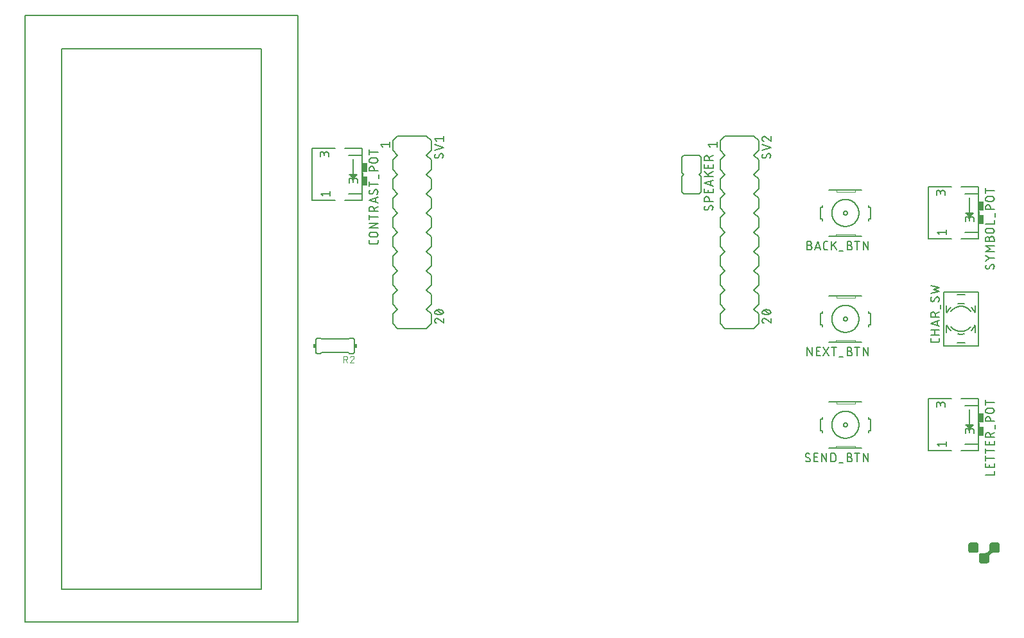
<source format=gto>
G04 EAGLE Gerber RS-274X export*
G75*
%MOMM*%
%FSLAX34Y34*%
%LPD*%
%INSilkscreen Top*%
%IPPOS*%
%AMOC8*
5,1,8,0,0,1.08239X$1,22.5*%
G01*
%ADD10C,0.203200*%
%ADD11C,0.152400*%
%ADD12R,0.381000X0.508000*%
%ADD13C,0.101600*%
%ADD14C,0.050800*%
%ADD15C,0.127000*%
%ADD16R,0.635000X1.270000*%
%ADD17R,0.254000X0.508000*%

G36*
X1012151Y147455D02*
X1012151Y147455D01*
X1012180Y147453D01*
X1012837Y147540D01*
X1012873Y147553D01*
X1012933Y147565D01*
X1013546Y147819D01*
X1013576Y147841D01*
X1013631Y147869D01*
X1014158Y148272D01*
X1014182Y148302D01*
X1014228Y148342D01*
X1014631Y148869D01*
X1014647Y148903D01*
X1014681Y148955D01*
X1014935Y149567D01*
X1014941Y149605D01*
X1014959Y149658D01*
X1014959Y149659D01*
X1014960Y149663D01*
X1015047Y150320D01*
X1015045Y150342D01*
X1015050Y150370D01*
X1015050Y155431D01*
X1015167Y156614D01*
X1015506Y157734D01*
X1016058Y158766D01*
X1016800Y159670D01*
X1017704Y160412D01*
X1018736Y160964D01*
X1019856Y161303D01*
X1021039Y161420D01*
X1026100Y161420D01*
X1026121Y161425D01*
X1026150Y161423D01*
X1026807Y161510D01*
X1026843Y161523D01*
X1026903Y161535D01*
X1027516Y161789D01*
X1027546Y161811D01*
X1027601Y161839D01*
X1028128Y162242D01*
X1028152Y162272D01*
X1028198Y162312D01*
X1028601Y162839D01*
X1028617Y162873D01*
X1028651Y162925D01*
X1028905Y163537D01*
X1028911Y163575D01*
X1028930Y163633D01*
X1029017Y164290D01*
X1029015Y164312D01*
X1029020Y164340D01*
X1029020Y171960D01*
X1029015Y171981D01*
X1029017Y172010D01*
X1028930Y172667D01*
X1028917Y172703D01*
X1028905Y172763D01*
X1028651Y173376D01*
X1028629Y173406D01*
X1028601Y173461D01*
X1028198Y173988D01*
X1028168Y174012D01*
X1028128Y174058D01*
X1027601Y174461D01*
X1027567Y174477D01*
X1027516Y174511D01*
X1026903Y174765D01*
X1026866Y174771D01*
X1026807Y174790D01*
X1026150Y174877D01*
X1026128Y174875D01*
X1026100Y174880D01*
X1018480Y174880D01*
X1018459Y174875D01*
X1018430Y174877D01*
X1017773Y174790D01*
X1017737Y174777D01*
X1017677Y174765D01*
X1017065Y174511D01*
X1017034Y174489D01*
X1016979Y174461D01*
X1016452Y174058D01*
X1016428Y174028D01*
X1016382Y173988D01*
X1015979Y173461D01*
X1015963Y173427D01*
X1015929Y173376D01*
X1015675Y172763D01*
X1015669Y172726D01*
X1015650Y172667D01*
X1015563Y172010D01*
X1015565Y171988D01*
X1015560Y171960D01*
X1015560Y166899D01*
X1015443Y165716D01*
X1015104Y164596D01*
X1014552Y163564D01*
X1013810Y162660D01*
X1012906Y161918D01*
X1011874Y161366D01*
X1010754Y161027D01*
X1009571Y160910D01*
X1004510Y160910D01*
X1004489Y160905D01*
X1004460Y160907D01*
X1003803Y160820D01*
X1003767Y160807D01*
X1003707Y160795D01*
X1003095Y160541D01*
X1003064Y160519D01*
X1003009Y160491D01*
X1002482Y160088D01*
X1002458Y160058D01*
X1002412Y160018D01*
X1002009Y159491D01*
X1001993Y159457D01*
X1001959Y159406D01*
X1001705Y158793D01*
X1001699Y158756D01*
X1001680Y158697D01*
X1001593Y158040D01*
X1001595Y158018D01*
X1001590Y157990D01*
X1001590Y150370D01*
X1001595Y150349D01*
X1001593Y150320D01*
X1001680Y149663D01*
X1001687Y149643D01*
X1001687Y149631D01*
X1001695Y149616D01*
X1001705Y149567D01*
X1001959Y148955D01*
X1001981Y148924D01*
X1002009Y148869D01*
X1002412Y148342D01*
X1002417Y148339D01*
X1002417Y148338D01*
X1002424Y148333D01*
X1002442Y148318D01*
X1002482Y148272D01*
X1003009Y147869D01*
X1003043Y147853D01*
X1003095Y147819D01*
X1003707Y147565D01*
X1003745Y147559D01*
X1003803Y147540D01*
X1004460Y147453D01*
X1004482Y147455D01*
X1004510Y147450D01*
X1012130Y147450D01*
X1012151Y147455D01*
G37*
G36*
X998181Y161425D02*
X998181Y161425D01*
X998210Y161423D01*
X998867Y161510D01*
X998903Y161523D01*
X998963Y161535D01*
X999576Y161789D01*
X999606Y161811D01*
X999661Y161839D01*
X1000188Y162242D01*
X1000212Y162272D01*
X1000258Y162312D01*
X1000661Y162839D01*
X1000677Y162873D01*
X1000711Y162925D01*
X1000965Y163537D01*
X1000971Y163575D01*
X1000989Y163627D01*
X1000989Y163629D01*
X1000990Y163633D01*
X1001077Y164290D01*
X1001075Y164312D01*
X1001080Y164340D01*
X1001080Y171960D01*
X1001075Y171981D01*
X1001077Y172010D01*
X1000990Y172667D01*
X1000977Y172703D01*
X1000965Y172763D01*
X1000711Y173376D01*
X1000689Y173406D01*
X1000661Y173461D01*
X1000258Y173988D01*
X1000228Y174012D01*
X1000188Y174058D01*
X999661Y174461D01*
X999627Y174477D01*
X999576Y174511D01*
X998963Y174765D01*
X998926Y174771D01*
X998867Y174790D01*
X998210Y174877D01*
X998188Y174875D01*
X998160Y174880D01*
X990540Y174880D01*
X990519Y174875D01*
X990490Y174877D01*
X989833Y174790D01*
X989797Y174777D01*
X989737Y174765D01*
X989125Y174511D01*
X989094Y174489D01*
X989039Y174461D01*
X988512Y174058D01*
X988488Y174028D01*
X988442Y173988D01*
X988039Y173461D01*
X988023Y173427D01*
X987989Y173376D01*
X987735Y172763D01*
X987729Y172726D01*
X987710Y172667D01*
X987623Y172010D01*
X987625Y171988D01*
X987620Y171960D01*
X987620Y164340D01*
X987625Y164319D01*
X987623Y164290D01*
X987710Y163633D01*
X987717Y163613D01*
X987717Y163601D01*
X987725Y163586D01*
X987735Y163537D01*
X987989Y162925D01*
X988011Y162894D01*
X988039Y162839D01*
X988442Y162312D01*
X988447Y162309D01*
X988447Y162308D01*
X988454Y162303D01*
X988472Y162288D01*
X988512Y162242D01*
X989039Y161839D01*
X989073Y161823D01*
X989125Y161789D01*
X989737Y161535D01*
X989775Y161529D01*
X989833Y161510D01*
X990490Y161423D01*
X990512Y161425D01*
X990540Y161420D01*
X998160Y161420D01*
X998181Y161425D01*
G37*
D10*
X103800Y869900D02*
X103800Y69900D01*
X-256200Y69900D01*
X-256200Y869900D01*
X103800Y869900D01*
X55300Y826400D02*
X55300Y113400D01*
X-207700Y113400D01*
X-207700Y826400D01*
X55300Y826400D01*
D11*
X177800Y426720D02*
X177798Y426620D01*
X177792Y426521D01*
X177782Y426421D01*
X177769Y426323D01*
X177751Y426224D01*
X177730Y426127D01*
X177705Y426031D01*
X177676Y425935D01*
X177643Y425841D01*
X177607Y425748D01*
X177567Y425657D01*
X177523Y425567D01*
X177476Y425479D01*
X177426Y425393D01*
X177372Y425309D01*
X177315Y425227D01*
X177255Y425148D01*
X177191Y425070D01*
X177125Y424996D01*
X177056Y424924D01*
X176984Y424855D01*
X176910Y424789D01*
X176832Y424725D01*
X176753Y424665D01*
X176671Y424608D01*
X176587Y424554D01*
X176501Y424504D01*
X176413Y424457D01*
X176323Y424413D01*
X176232Y424373D01*
X176139Y424337D01*
X176045Y424304D01*
X175949Y424275D01*
X175853Y424250D01*
X175756Y424229D01*
X175657Y424211D01*
X175559Y424198D01*
X175459Y424188D01*
X175360Y424182D01*
X175260Y424180D01*
X177800Y441960D02*
X177798Y442060D01*
X177792Y442159D01*
X177782Y442259D01*
X177769Y442357D01*
X177751Y442456D01*
X177730Y442553D01*
X177705Y442649D01*
X177676Y442745D01*
X177643Y442839D01*
X177607Y442932D01*
X177567Y443023D01*
X177523Y443113D01*
X177476Y443201D01*
X177426Y443287D01*
X177372Y443371D01*
X177315Y443453D01*
X177255Y443532D01*
X177191Y443610D01*
X177125Y443684D01*
X177056Y443756D01*
X176984Y443825D01*
X176910Y443891D01*
X176832Y443955D01*
X176753Y444015D01*
X176671Y444072D01*
X176587Y444126D01*
X176501Y444176D01*
X176413Y444223D01*
X176323Y444267D01*
X176232Y444307D01*
X176139Y444343D01*
X176045Y444376D01*
X175949Y444405D01*
X175853Y444430D01*
X175756Y444451D01*
X175657Y444469D01*
X175559Y444482D01*
X175459Y444492D01*
X175360Y444498D01*
X175260Y444500D01*
X129540Y444500D02*
X129440Y444498D01*
X129341Y444492D01*
X129241Y444482D01*
X129143Y444469D01*
X129044Y444451D01*
X128947Y444430D01*
X128851Y444405D01*
X128755Y444376D01*
X128661Y444343D01*
X128568Y444307D01*
X128477Y444267D01*
X128387Y444223D01*
X128299Y444176D01*
X128213Y444126D01*
X128129Y444072D01*
X128047Y444015D01*
X127968Y443955D01*
X127890Y443891D01*
X127816Y443825D01*
X127744Y443756D01*
X127675Y443684D01*
X127609Y443610D01*
X127545Y443532D01*
X127485Y443453D01*
X127428Y443371D01*
X127374Y443287D01*
X127324Y443201D01*
X127277Y443113D01*
X127233Y443023D01*
X127193Y442932D01*
X127157Y442839D01*
X127124Y442745D01*
X127095Y442649D01*
X127070Y442553D01*
X127049Y442456D01*
X127031Y442357D01*
X127018Y442259D01*
X127008Y442159D01*
X127002Y442060D01*
X127000Y441960D01*
X127000Y426720D02*
X127002Y426620D01*
X127008Y426521D01*
X127018Y426421D01*
X127031Y426323D01*
X127049Y426224D01*
X127070Y426127D01*
X127095Y426031D01*
X127124Y425935D01*
X127157Y425841D01*
X127193Y425748D01*
X127233Y425657D01*
X127277Y425567D01*
X127324Y425479D01*
X127374Y425393D01*
X127428Y425309D01*
X127485Y425227D01*
X127545Y425148D01*
X127609Y425070D01*
X127675Y424996D01*
X127744Y424924D01*
X127816Y424855D01*
X127890Y424789D01*
X127968Y424725D01*
X128047Y424665D01*
X128129Y424608D01*
X128213Y424554D01*
X128299Y424504D01*
X128387Y424457D01*
X128477Y424413D01*
X128568Y424373D01*
X128661Y424337D01*
X128755Y424304D01*
X128851Y424275D01*
X128947Y424250D01*
X129044Y424229D01*
X129143Y424211D01*
X129241Y424198D01*
X129341Y424188D01*
X129440Y424182D01*
X129540Y424180D01*
X177800Y426720D02*
X177800Y441960D01*
X175260Y424180D02*
X171450Y424180D01*
X170180Y425450D01*
X171450Y444500D02*
X175260Y444500D01*
X171450Y444500D02*
X170180Y443230D01*
X134620Y425450D02*
X133350Y424180D01*
X134620Y425450D02*
X170180Y425450D01*
X134620Y443230D02*
X133350Y444500D01*
X134620Y443230D02*
X170180Y443230D01*
X133350Y424180D02*
X129540Y424180D01*
X129540Y444500D02*
X133350Y444500D01*
X127000Y441960D02*
X127000Y426720D01*
D12*
X125095Y434340D03*
X179705Y434340D03*
D13*
X163503Y420878D02*
X163503Y411988D01*
X163503Y420878D02*
X165973Y420878D01*
X166071Y420876D01*
X166169Y420870D01*
X166267Y420860D01*
X166364Y420847D01*
X166461Y420829D01*
X166557Y420808D01*
X166651Y420783D01*
X166745Y420754D01*
X166838Y420722D01*
X166929Y420685D01*
X167019Y420646D01*
X167107Y420602D01*
X167193Y420555D01*
X167278Y420505D01*
X167360Y420452D01*
X167440Y420395D01*
X167518Y420335D01*
X167593Y420272D01*
X167666Y420206D01*
X167736Y420137D01*
X167803Y420066D01*
X167868Y419992D01*
X167929Y419915D01*
X167988Y419836D01*
X168043Y419755D01*
X168095Y419672D01*
X168143Y419586D01*
X168188Y419499D01*
X168230Y419410D01*
X168268Y419320D01*
X168302Y419228D01*
X168333Y419135D01*
X168360Y419040D01*
X168383Y418945D01*
X168403Y418848D01*
X168418Y418752D01*
X168430Y418654D01*
X168438Y418556D01*
X168442Y418458D01*
X168442Y418360D01*
X168438Y418262D01*
X168430Y418164D01*
X168418Y418066D01*
X168403Y417970D01*
X168383Y417873D01*
X168360Y417778D01*
X168333Y417683D01*
X168302Y417590D01*
X168268Y417498D01*
X168230Y417408D01*
X168188Y417319D01*
X168143Y417232D01*
X168095Y417146D01*
X168043Y417063D01*
X167988Y416982D01*
X167929Y416903D01*
X167868Y416826D01*
X167803Y416752D01*
X167736Y416681D01*
X167666Y416612D01*
X167593Y416546D01*
X167518Y416483D01*
X167440Y416423D01*
X167360Y416366D01*
X167278Y416313D01*
X167193Y416263D01*
X167107Y416216D01*
X167019Y416172D01*
X166929Y416133D01*
X166838Y416096D01*
X166745Y416064D01*
X166651Y416035D01*
X166557Y416010D01*
X166461Y415989D01*
X166364Y415971D01*
X166267Y415958D01*
X166169Y415948D01*
X166071Y415942D01*
X165973Y415940D01*
X165973Y415939D02*
X163503Y415939D01*
X166467Y415939D02*
X168442Y411988D01*
X177293Y418656D02*
X177291Y418748D01*
X177285Y418840D01*
X177276Y418931D01*
X177263Y419022D01*
X177246Y419112D01*
X177225Y419202D01*
X177201Y419290D01*
X177173Y419378D01*
X177141Y419464D01*
X177106Y419549D01*
X177067Y419632D01*
X177025Y419714D01*
X176980Y419794D01*
X176931Y419872D01*
X176879Y419948D01*
X176824Y420021D01*
X176766Y420093D01*
X176706Y420162D01*
X176642Y420228D01*
X176576Y420292D01*
X176507Y420352D01*
X176435Y420410D01*
X176362Y420465D01*
X176286Y420517D01*
X176208Y420566D01*
X176128Y420611D01*
X176046Y420653D01*
X175963Y420692D01*
X175878Y420727D01*
X175792Y420759D01*
X175704Y420787D01*
X175616Y420811D01*
X175526Y420832D01*
X175436Y420849D01*
X175345Y420862D01*
X175254Y420871D01*
X175162Y420877D01*
X175070Y420879D01*
X175070Y420878D02*
X174964Y420876D01*
X174859Y420870D01*
X174754Y420860D01*
X174649Y420847D01*
X174545Y420829D01*
X174442Y420808D01*
X174339Y420783D01*
X174237Y420754D01*
X174137Y420721D01*
X174038Y420685D01*
X173940Y420645D01*
X173844Y420601D01*
X173749Y420554D01*
X173657Y420504D01*
X173566Y420450D01*
X173477Y420392D01*
X173391Y420332D01*
X173307Y420268D01*
X173225Y420202D01*
X173145Y420132D01*
X173069Y420059D01*
X172995Y419984D01*
X172924Y419906D01*
X172856Y419825D01*
X172790Y419742D01*
X172728Y419656D01*
X172670Y419569D01*
X172614Y419479D01*
X172562Y419387D01*
X172513Y419293D01*
X172468Y419198D01*
X172426Y419101D01*
X172388Y419002D01*
X172354Y418903D01*
X176551Y416927D02*
X176620Y416996D01*
X176686Y417066D01*
X176749Y417140D01*
X176808Y417216D01*
X176865Y417294D01*
X176919Y417374D01*
X176969Y417457D01*
X177016Y417541D01*
X177059Y417628D01*
X177099Y417716D01*
X177135Y417805D01*
X177168Y417896D01*
X177197Y417988D01*
X177222Y418082D01*
X177243Y418176D01*
X177261Y418271D01*
X177274Y418367D01*
X177284Y418463D01*
X177290Y418559D01*
X177292Y418656D01*
X176551Y416927D02*
X172353Y411988D01*
X177292Y411988D01*
D11*
X792480Y617220D02*
X795020Y617220D01*
X792480Y617220D02*
X792480Y601980D01*
X795020Y601980D01*
X855980Y601980D02*
X858520Y601980D01*
X858520Y617220D01*
X855980Y617220D01*
D14*
X838200Y581660D02*
X838200Y579120D01*
X838200Y581660D02*
X812800Y581660D01*
X812800Y579120D01*
X814070Y637540D02*
X838200Y637540D01*
X814070Y637540D02*
X814070Y640080D01*
X838200Y640080D02*
X838200Y637540D01*
D11*
X838200Y640080D02*
X847090Y640080D01*
X812800Y579120D02*
X803910Y579120D01*
X812800Y579120D02*
X838200Y579120D01*
X847090Y579120D01*
X838200Y640080D02*
X814070Y640080D01*
X803910Y640080D01*
X795020Y619760D02*
X795020Y617220D01*
X795020Y601980D02*
X795020Y599440D01*
X855980Y617220D02*
X855980Y619760D01*
X855980Y601980D02*
X855980Y599440D01*
X807720Y609600D02*
X807725Y610036D01*
X807741Y610472D01*
X807768Y610908D01*
X807806Y611343D01*
X807854Y611776D01*
X807912Y612209D01*
X807982Y612640D01*
X808062Y613069D01*
X808152Y613496D01*
X808253Y613920D01*
X808364Y614342D01*
X808486Y614761D01*
X808617Y615177D01*
X808759Y615590D01*
X808911Y615999D01*
X809073Y616404D01*
X809245Y616805D01*
X809427Y617202D01*
X809618Y617594D01*
X809819Y617981D01*
X810030Y618364D01*
X810250Y618741D01*
X810479Y619112D01*
X810716Y619478D01*
X810963Y619838D01*
X811219Y620192D01*
X811483Y620539D01*
X811756Y620880D01*
X812037Y621213D01*
X812326Y621540D01*
X812623Y621860D01*
X812928Y622172D01*
X813240Y622477D01*
X813560Y622774D01*
X813887Y623063D01*
X814220Y623344D01*
X814561Y623617D01*
X814908Y623881D01*
X815262Y624137D01*
X815622Y624384D01*
X815988Y624621D01*
X816359Y624850D01*
X816736Y625070D01*
X817119Y625281D01*
X817506Y625482D01*
X817898Y625673D01*
X818295Y625855D01*
X818696Y626027D01*
X819101Y626189D01*
X819510Y626341D01*
X819923Y626483D01*
X820339Y626614D01*
X820758Y626736D01*
X821180Y626847D01*
X821604Y626948D01*
X822031Y627038D01*
X822460Y627118D01*
X822891Y627188D01*
X823324Y627246D01*
X823757Y627294D01*
X824192Y627332D01*
X824628Y627359D01*
X825064Y627375D01*
X825500Y627380D01*
X825936Y627375D01*
X826372Y627359D01*
X826808Y627332D01*
X827243Y627294D01*
X827676Y627246D01*
X828109Y627188D01*
X828540Y627118D01*
X828969Y627038D01*
X829396Y626948D01*
X829820Y626847D01*
X830242Y626736D01*
X830661Y626614D01*
X831077Y626483D01*
X831490Y626341D01*
X831899Y626189D01*
X832304Y626027D01*
X832705Y625855D01*
X833102Y625673D01*
X833494Y625482D01*
X833881Y625281D01*
X834264Y625070D01*
X834641Y624850D01*
X835012Y624621D01*
X835378Y624384D01*
X835738Y624137D01*
X836092Y623881D01*
X836439Y623617D01*
X836780Y623344D01*
X837113Y623063D01*
X837440Y622774D01*
X837760Y622477D01*
X838072Y622172D01*
X838377Y621860D01*
X838674Y621540D01*
X838963Y621213D01*
X839244Y620880D01*
X839517Y620539D01*
X839781Y620192D01*
X840037Y619838D01*
X840284Y619478D01*
X840521Y619112D01*
X840750Y618741D01*
X840970Y618364D01*
X841181Y617981D01*
X841382Y617594D01*
X841573Y617202D01*
X841755Y616805D01*
X841927Y616404D01*
X842089Y615999D01*
X842241Y615590D01*
X842383Y615177D01*
X842514Y614761D01*
X842636Y614342D01*
X842747Y613920D01*
X842848Y613496D01*
X842938Y613069D01*
X843018Y612640D01*
X843088Y612209D01*
X843146Y611776D01*
X843194Y611343D01*
X843232Y610908D01*
X843259Y610472D01*
X843275Y610036D01*
X843280Y609600D01*
X843275Y609164D01*
X843259Y608728D01*
X843232Y608292D01*
X843194Y607857D01*
X843146Y607424D01*
X843088Y606991D01*
X843018Y606560D01*
X842938Y606131D01*
X842848Y605704D01*
X842747Y605280D01*
X842636Y604858D01*
X842514Y604439D01*
X842383Y604023D01*
X842241Y603610D01*
X842089Y603201D01*
X841927Y602796D01*
X841755Y602395D01*
X841573Y601998D01*
X841382Y601606D01*
X841181Y601219D01*
X840970Y600836D01*
X840750Y600459D01*
X840521Y600088D01*
X840284Y599722D01*
X840037Y599362D01*
X839781Y599008D01*
X839517Y598661D01*
X839244Y598320D01*
X838963Y597987D01*
X838674Y597660D01*
X838377Y597340D01*
X838072Y597028D01*
X837760Y596723D01*
X837440Y596426D01*
X837113Y596137D01*
X836780Y595856D01*
X836439Y595583D01*
X836092Y595319D01*
X835738Y595063D01*
X835378Y594816D01*
X835012Y594579D01*
X834641Y594350D01*
X834264Y594130D01*
X833881Y593919D01*
X833494Y593718D01*
X833102Y593527D01*
X832705Y593345D01*
X832304Y593173D01*
X831899Y593011D01*
X831490Y592859D01*
X831077Y592717D01*
X830661Y592586D01*
X830242Y592464D01*
X829820Y592353D01*
X829396Y592252D01*
X828969Y592162D01*
X828540Y592082D01*
X828109Y592012D01*
X827676Y591954D01*
X827243Y591906D01*
X826808Y591868D01*
X826372Y591841D01*
X825936Y591825D01*
X825500Y591820D01*
X825064Y591825D01*
X824628Y591841D01*
X824192Y591868D01*
X823757Y591906D01*
X823324Y591954D01*
X822891Y592012D01*
X822460Y592082D01*
X822031Y592162D01*
X821604Y592252D01*
X821180Y592353D01*
X820758Y592464D01*
X820339Y592586D01*
X819923Y592717D01*
X819510Y592859D01*
X819101Y593011D01*
X818696Y593173D01*
X818295Y593345D01*
X817898Y593527D01*
X817506Y593718D01*
X817119Y593919D01*
X816736Y594130D01*
X816359Y594350D01*
X815988Y594579D01*
X815622Y594816D01*
X815262Y595063D01*
X814908Y595319D01*
X814561Y595583D01*
X814220Y595856D01*
X813887Y596137D01*
X813560Y596426D01*
X813240Y596723D01*
X812928Y597028D01*
X812623Y597340D01*
X812326Y597660D01*
X812037Y597987D01*
X811756Y598320D01*
X811483Y598661D01*
X811219Y599008D01*
X810963Y599362D01*
X810716Y599722D01*
X810479Y600088D01*
X810250Y600459D01*
X810030Y600836D01*
X809819Y601219D01*
X809618Y601606D01*
X809427Y601998D01*
X809245Y602395D01*
X809073Y602796D01*
X808911Y603201D01*
X808759Y603610D01*
X808617Y604023D01*
X808486Y604439D01*
X808364Y604858D01*
X808253Y605280D01*
X808152Y605704D01*
X808062Y606131D01*
X807982Y606560D01*
X807912Y606991D01*
X807854Y607424D01*
X807806Y607857D01*
X807768Y608292D01*
X807741Y608728D01*
X807725Y609164D01*
X807720Y609600D01*
X822960Y609600D02*
X822962Y609700D01*
X822968Y609801D01*
X822978Y609900D01*
X822992Y610000D01*
X823009Y610099D01*
X823031Y610197D01*
X823057Y610294D01*
X823086Y610390D01*
X823119Y610484D01*
X823156Y610578D01*
X823196Y610670D01*
X823240Y610760D01*
X823288Y610848D01*
X823339Y610935D01*
X823393Y611019D01*
X823451Y611101D01*
X823512Y611181D01*
X823576Y611258D01*
X823643Y611333D01*
X823713Y611405D01*
X823786Y611474D01*
X823861Y611540D01*
X823939Y611604D01*
X824019Y611664D01*
X824102Y611721D01*
X824187Y611774D01*
X824274Y611824D01*
X824363Y611871D01*
X824453Y611914D01*
X824545Y611954D01*
X824639Y611990D01*
X824734Y612022D01*
X824830Y612050D01*
X824928Y612075D01*
X825026Y612095D01*
X825125Y612112D01*
X825225Y612125D01*
X825324Y612134D01*
X825425Y612139D01*
X825525Y612140D01*
X825625Y612137D01*
X825726Y612130D01*
X825825Y612119D01*
X825925Y612104D01*
X826023Y612086D01*
X826121Y612063D01*
X826218Y612036D01*
X826313Y612006D01*
X826408Y611972D01*
X826501Y611934D01*
X826592Y611893D01*
X826682Y611848D01*
X826770Y611800D01*
X826856Y611748D01*
X826940Y611693D01*
X827021Y611634D01*
X827100Y611572D01*
X827177Y611508D01*
X827251Y611440D01*
X827322Y611369D01*
X827391Y611296D01*
X827456Y611220D01*
X827519Y611141D01*
X827578Y611060D01*
X827634Y610977D01*
X827687Y610892D01*
X827736Y610804D01*
X827782Y610715D01*
X827824Y610624D01*
X827863Y610531D01*
X827898Y610437D01*
X827929Y610342D01*
X827957Y610245D01*
X827980Y610148D01*
X828000Y610049D01*
X828016Y609950D01*
X828028Y609851D01*
X828036Y609750D01*
X828040Y609650D01*
X828040Y609550D01*
X828036Y609450D01*
X828028Y609349D01*
X828016Y609250D01*
X828000Y609151D01*
X827980Y609052D01*
X827957Y608955D01*
X827929Y608858D01*
X827898Y608763D01*
X827863Y608669D01*
X827824Y608576D01*
X827782Y608485D01*
X827736Y608396D01*
X827687Y608308D01*
X827634Y608223D01*
X827578Y608140D01*
X827519Y608059D01*
X827456Y607980D01*
X827391Y607904D01*
X827322Y607831D01*
X827251Y607760D01*
X827177Y607692D01*
X827100Y607628D01*
X827021Y607566D01*
X826940Y607507D01*
X826856Y607452D01*
X826770Y607400D01*
X826682Y607352D01*
X826592Y607307D01*
X826501Y607266D01*
X826408Y607228D01*
X826313Y607194D01*
X826218Y607164D01*
X826121Y607137D01*
X826023Y607114D01*
X825925Y607096D01*
X825825Y607081D01*
X825726Y607070D01*
X825625Y607063D01*
X825525Y607060D01*
X825425Y607061D01*
X825324Y607066D01*
X825225Y607075D01*
X825125Y607088D01*
X825026Y607105D01*
X824928Y607125D01*
X824830Y607150D01*
X824734Y607178D01*
X824639Y607210D01*
X824545Y607246D01*
X824453Y607286D01*
X824363Y607329D01*
X824274Y607376D01*
X824187Y607426D01*
X824102Y607479D01*
X824019Y607536D01*
X823939Y607596D01*
X823861Y607660D01*
X823786Y607726D01*
X823713Y607795D01*
X823643Y607867D01*
X823576Y607942D01*
X823512Y608019D01*
X823451Y608099D01*
X823393Y608181D01*
X823339Y608265D01*
X823288Y608352D01*
X823240Y608440D01*
X823196Y608530D01*
X823156Y608622D01*
X823119Y608716D01*
X823086Y608810D01*
X823057Y608906D01*
X823031Y609003D01*
X823009Y609101D01*
X822992Y609200D01*
X822978Y609300D01*
X822968Y609399D01*
X822962Y609500D01*
X822960Y609600D01*
D15*
X778066Y567055D02*
X774891Y567055D01*
X778066Y567055D02*
X778177Y567053D01*
X778287Y567047D01*
X778398Y567038D01*
X778508Y567024D01*
X778617Y567007D01*
X778726Y566986D01*
X778834Y566961D01*
X778941Y566932D01*
X779047Y566900D01*
X779152Y566864D01*
X779255Y566824D01*
X779357Y566781D01*
X779458Y566734D01*
X779557Y566683D01*
X779654Y566630D01*
X779748Y566573D01*
X779841Y566512D01*
X779932Y566449D01*
X780021Y566382D01*
X780107Y566312D01*
X780190Y566239D01*
X780272Y566164D01*
X780350Y566086D01*
X780425Y566004D01*
X780498Y565921D01*
X780568Y565835D01*
X780635Y565746D01*
X780698Y565655D01*
X780759Y565562D01*
X780816Y565467D01*
X780869Y565371D01*
X780920Y565272D01*
X780967Y565171D01*
X781010Y565069D01*
X781050Y564966D01*
X781086Y564861D01*
X781118Y564755D01*
X781147Y564648D01*
X781172Y564540D01*
X781193Y564431D01*
X781210Y564322D01*
X781224Y564212D01*
X781233Y564101D01*
X781239Y563991D01*
X781241Y563880D01*
X781239Y563769D01*
X781233Y563659D01*
X781224Y563548D01*
X781210Y563438D01*
X781193Y563329D01*
X781172Y563220D01*
X781147Y563112D01*
X781118Y563005D01*
X781086Y562899D01*
X781050Y562794D01*
X781010Y562691D01*
X780967Y562589D01*
X780920Y562488D01*
X780869Y562389D01*
X780816Y562293D01*
X780759Y562198D01*
X780698Y562105D01*
X780635Y562014D01*
X780568Y561925D01*
X780498Y561839D01*
X780425Y561756D01*
X780350Y561674D01*
X780272Y561596D01*
X780190Y561521D01*
X780107Y561448D01*
X780021Y561378D01*
X779932Y561311D01*
X779841Y561248D01*
X779748Y561187D01*
X779654Y561130D01*
X779557Y561077D01*
X779458Y561026D01*
X779357Y560979D01*
X779255Y560936D01*
X779152Y560896D01*
X779047Y560860D01*
X778941Y560828D01*
X778834Y560799D01*
X778726Y560774D01*
X778617Y560753D01*
X778508Y560736D01*
X778398Y560722D01*
X778287Y560713D01*
X778177Y560707D01*
X778066Y560705D01*
X774891Y560705D01*
X774891Y572135D01*
X778066Y572135D01*
X778166Y572133D01*
X778265Y572127D01*
X778365Y572117D01*
X778463Y572104D01*
X778562Y572086D01*
X778659Y572065D01*
X778755Y572040D01*
X778851Y572011D01*
X778945Y571978D01*
X779038Y571942D01*
X779129Y571902D01*
X779219Y571858D01*
X779307Y571811D01*
X779393Y571761D01*
X779477Y571707D01*
X779559Y571650D01*
X779638Y571590D01*
X779716Y571526D01*
X779790Y571460D01*
X779862Y571391D01*
X779931Y571319D01*
X779997Y571245D01*
X780061Y571167D01*
X780121Y571088D01*
X780178Y571006D01*
X780232Y570922D01*
X780282Y570836D01*
X780329Y570748D01*
X780373Y570658D01*
X780413Y570567D01*
X780449Y570474D01*
X780482Y570380D01*
X780511Y570284D01*
X780536Y570188D01*
X780557Y570091D01*
X780575Y569992D01*
X780588Y569894D01*
X780598Y569794D01*
X780604Y569695D01*
X780606Y569595D01*
X780604Y569495D01*
X780598Y569396D01*
X780588Y569296D01*
X780575Y569198D01*
X780557Y569099D01*
X780536Y569002D01*
X780511Y568906D01*
X780482Y568810D01*
X780449Y568716D01*
X780413Y568623D01*
X780373Y568532D01*
X780329Y568442D01*
X780282Y568354D01*
X780232Y568268D01*
X780178Y568184D01*
X780121Y568102D01*
X780061Y568023D01*
X779997Y567945D01*
X779931Y567871D01*
X779862Y567799D01*
X779790Y567730D01*
X779716Y567664D01*
X779638Y567600D01*
X779559Y567540D01*
X779477Y567483D01*
X779393Y567429D01*
X779307Y567379D01*
X779219Y567332D01*
X779129Y567288D01*
X779038Y567248D01*
X778945Y567212D01*
X778851Y567179D01*
X778755Y567150D01*
X778659Y567125D01*
X778562Y567104D01*
X778463Y567086D01*
X778365Y567073D01*
X778265Y567063D01*
X778166Y567057D01*
X778066Y567055D01*
X785114Y560705D02*
X788924Y572135D01*
X792734Y560705D01*
X791782Y563563D02*
X786067Y563563D01*
X799682Y560705D02*
X802222Y560705D01*
X799682Y560705D02*
X799582Y560707D01*
X799483Y560713D01*
X799383Y560723D01*
X799285Y560736D01*
X799186Y560754D01*
X799089Y560775D01*
X798993Y560800D01*
X798897Y560829D01*
X798803Y560862D01*
X798710Y560898D01*
X798619Y560938D01*
X798529Y560982D01*
X798441Y561029D01*
X798355Y561079D01*
X798271Y561133D01*
X798189Y561190D01*
X798110Y561250D01*
X798032Y561314D01*
X797958Y561380D01*
X797886Y561449D01*
X797817Y561521D01*
X797751Y561595D01*
X797687Y561673D01*
X797627Y561752D01*
X797570Y561834D01*
X797516Y561918D01*
X797466Y562004D01*
X797419Y562092D01*
X797375Y562182D01*
X797335Y562273D01*
X797299Y562366D01*
X797266Y562460D01*
X797237Y562556D01*
X797212Y562652D01*
X797191Y562749D01*
X797173Y562848D01*
X797160Y562946D01*
X797150Y563046D01*
X797144Y563145D01*
X797142Y563245D01*
X797142Y569595D01*
X797144Y569695D01*
X797150Y569794D01*
X797160Y569894D01*
X797173Y569992D01*
X797191Y570091D01*
X797212Y570188D01*
X797237Y570284D01*
X797266Y570380D01*
X797299Y570474D01*
X797335Y570567D01*
X797375Y570658D01*
X797419Y570748D01*
X797466Y570836D01*
X797516Y570922D01*
X797570Y571006D01*
X797627Y571088D01*
X797687Y571167D01*
X797751Y571245D01*
X797817Y571319D01*
X797886Y571391D01*
X797958Y571460D01*
X798032Y571526D01*
X798110Y571590D01*
X798189Y571650D01*
X798271Y571707D01*
X798355Y571761D01*
X798441Y571811D01*
X798529Y571858D01*
X798619Y571902D01*
X798710Y571942D01*
X798803Y571978D01*
X798897Y572011D01*
X798993Y572040D01*
X799089Y572065D01*
X799186Y572086D01*
X799285Y572104D01*
X799383Y572117D01*
X799483Y572127D01*
X799582Y572133D01*
X799682Y572135D01*
X802222Y572135D01*
X807276Y572135D02*
X807276Y560705D01*
X807276Y565150D02*
X813626Y572135D01*
X809816Y567690D02*
X813626Y560705D01*
X817626Y559435D02*
X822706Y559435D01*
X827850Y567055D02*
X831025Y567055D01*
X831136Y567053D01*
X831246Y567047D01*
X831357Y567038D01*
X831467Y567024D01*
X831576Y567007D01*
X831685Y566986D01*
X831793Y566961D01*
X831900Y566932D01*
X832006Y566900D01*
X832111Y566864D01*
X832214Y566824D01*
X832316Y566781D01*
X832417Y566734D01*
X832516Y566683D01*
X832613Y566630D01*
X832707Y566573D01*
X832800Y566512D01*
X832891Y566449D01*
X832980Y566382D01*
X833066Y566312D01*
X833149Y566239D01*
X833231Y566164D01*
X833309Y566086D01*
X833384Y566004D01*
X833457Y565921D01*
X833527Y565835D01*
X833594Y565746D01*
X833657Y565655D01*
X833718Y565562D01*
X833775Y565467D01*
X833828Y565371D01*
X833879Y565272D01*
X833926Y565171D01*
X833969Y565069D01*
X834009Y564966D01*
X834045Y564861D01*
X834077Y564755D01*
X834106Y564648D01*
X834131Y564540D01*
X834152Y564431D01*
X834169Y564322D01*
X834183Y564212D01*
X834192Y564101D01*
X834198Y563991D01*
X834200Y563880D01*
X834198Y563769D01*
X834192Y563659D01*
X834183Y563548D01*
X834169Y563438D01*
X834152Y563329D01*
X834131Y563220D01*
X834106Y563112D01*
X834077Y563005D01*
X834045Y562899D01*
X834009Y562794D01*
X833969Y562691D01*
X833926Y562589D01*
X833879Y562488D01*
X833828Y562389D01*
X833775Y562293D01*
X833718Y562198D01*
X833657Y562105D01*
X833594Y562014D01*
X833527Y561925D01*
X833457Y561839D01*
X833384Y561756D01*
X833309Y561674D01*
X833231Y561596D01*
X833149Y561521D01*
X833066Y561448D01*
X832980Y561378D01*
X832891Y561311D01*
X832800Y561248D01*
X832707Y561187D01*
X832613Y561130D01*
X832516Y561077D01*
X832417Y561026D01*
X832316Y560979D01*
X832214Y560936D01*
X832111Y560896D01*
X832006Y560860D01*
X831900Y560828D01*
X831793Y560799D01*
X831685Y560774D01*
X831576Y560753D01*
X831467Y560736D01*
X831357Y560722D01*
X831246Y560713D01*
X831136Y560707D01*
X831025Y560705D01*
X827850Y560705D01*
X827850Y572135D01*
X831025Y572135D01*
X831125Y572133D01*
X831224Y572127D01*
X831324Y572117D01*
X831422Y572104D01*
X831521Y572086D01*
X831618Y572065D01*
X831714Y572040D01*
X831810Y572011D01*
X831904Y571978D01*
X831997Y571942D01*
X832088Y571902D01*
X832178Y571858D01*
X832266Y571811D01*
X832352Y571761D01*
X832436Y571707D01*
X832518Y571650D01*
X832597Y571590D01*
X832675Y571526D01*
X832749Y571460D01*
X832821Y571391D01*
X832890Y571319D01*
X832956Y571245D01*
X833020Y571167D01*
X833080Y571088D01*
X833137Y571006D01*
X833191Y570922D01*
X833241Y570836D01*
X833288Y570748D01*
X833332Y570658D01*
X833372Y570567D01*
X833408Y570474D01*
X833441Y570380D01*
X833470Y570284D01*
X833495Y570188D01*
X833516Y570091D01*
X833534Y569992D01*
X833547Y569894D01*
X833557Y569794D01*
X833563Y569695D01*
X833565Y569595D01*
X833563Y569495D01*
X833557Y569396D01*
X833547Y569296D01*
X833534Y569198D01*
X833516Y569099D01*
X833495Y569002D01*
X833470Y568906D01*
X833441Y568810D01*
X833408Y568716D01*
X833372Y568623D01*
X833332Y568532D01*
X833288Y568442D01*
X833241Y568354D01*
X833191Y568268D01*
X833137Y568184D01*
X833080Y568102D01*
X833020Y568023D01*
X832956Y567945D01*
X832890Y567871D01*
X832821Y567799D01*
X832749Y567730D01*
X832675Y567664D01*
X832597Y567600D01*
X832518Y567540D01*
X832436Y567483D01*
X832352Y567429D01*
X832266Y567379D01*
X832178Y567332D01*
X832088Y567288D01*
X831997Y567248D01*
X831904Y567212D01*
X831810Y567179D01*
X831714Y567150D01*
X831618Y567125D01*
X831521Y567104D01*
X831422Y567086D01*
X831324Y567073D01*
X831224Y567063D01*
X831125Y567057D01*
X831025Y567055D01*
X841121Y572135D02*
X841121Y560705D01*
X837946Y572135D02*
X844296Y572135D01*
X848995Y572135D02*
X848995Y560705D01*
X855345Y560705D02*
X848995Y572135D01*
X855345Y572135D02*
X855345Y560705D01*
D11*
X795020Y477520D02*
X792480Y477520D01*
X792480Y462280D01*
X795020Y462280D01*
X855980Y462280D02*
X858520Y462280D01*
X858520Y477520D01*
X855980Y477520D01*
D14*
X838200Y441960D02*
X838200Y439420D01*
X838200Y441960D02*
X812800Y441960D01*
X812800Y439420D01*
X814070Y497840D02*
X838200Y497840D01*
X814070Y497840D02*
X814070Y500380D01*
X838200Y500380D02*
X838200Y497840D01*
D11*
X838200Y500380D02*
X847090Y500380D01*
X812800Y439420D02*
X803910Y439420D01*
X812800Y439420D02*
X838200Y439420D01*
X847090Y439420D01*
X838200Y500380D02*
X814070Y500380D01*
X803910Y500380D01*
X795020Y480060D02*
X795020Y477520D01*
X795020Y462280D02*
X795020Y459740D01*
X855980Y477520D02*
X855980Y480060D01*
X855980Y462280D02*
X855980Y459740D01*
X807720Y469900D02*
X807725Y470336D01*
X807741Y470772D01*
X807768Y471208D01*
X807806Y471643D01*
X807854Y472076D01*
X807912Y472509D01*
X807982Y472940D01*
X808062Y473369D01*
X808152Y473796D01*
X808253Y474220D01*
X808364Y474642D01*
X808486Y475061D01*
X808617Y475477D01*
X808759Y475890D01*
X808911Y476299D01*
X809073Y476704D01*
X809245Y477105D01*
X809427Y477502D01*
X809618Y477894D01*
X809819Y478281D01*
X810030Y478664D01*
X810250Y479041D01*
X810479Y479412D01*
X810716Y479778D01*
X810963Y480138D01*
X811219Y480492D01*
X811483Y480839D01*
X811756Y481180D01*
X812037Y481513D01*
X812326Y481840D01*
X812623Y482160D01*
X812928Y482472D01*
X813240Y482777D01*
X813560Y483074D01*
X813887Y483363D01*
X814220Y483644D01*
X814561Y483917D01*
X814908Y484181D01*
X815262Y484437D01*
X815622Y484684D01*
X815988Y484921D01*
X816359Y485150D01*
X816736Y485370D01*
X817119Y485581D01*
X817506Y485782D01*
X817898Y485973D01*
X818295Y486155D01*
X818696Y486327D01*
X819101Y486489D01*
X819510Y486641D01*
X819923Y486783D01*
X820339Y486914D01*
X820758Y487036D01*
X821180Y487147D01*
X821604Y487248D01*
X822031Y487338D01*
X822460Y487418D01*
X822891Y487488D01*
X823324Y487546D01*
X823757Y487594D01*
X824192Y487632D01*
X824628Y487659D01*
X825064Y487675D01*
X825500Y487680D01*
X825936Y487675D01*
X826372Y487659D01*
X826808Y487632D01*
X827243Y487594D01*
X827676Y487546D01*
X828109Y487488D01*
X828540Y487418D01*
X828969Y487338D01*
X829396Y487248D01*
X829820Y487147D01*
X830242Y487036D01*
X830661Y486914D01*
X831077Y486783D01*
X831490Y486641D01*
X831899Y486489D01*
X832304Y486327D01*
X832705Y486155D01*
X833102Y485973D01*
X833494Y485782D01*
X833881Y485581D01*
X834264Y485370D01*
X834641Y485150D01*
X835012Y484921D01*
X835378Y484684D01*
X835738Y484437D01*
X836092Y484181D01*
X836439Y483917D01*
X836780Y483644D01*
X837113Y483363D01*
X837440Y483074D01*
X837760Y482777D01*
X838072Y482472D01*
X838377Y482160D01*
X838674Y481840D01*
X838963Y481513D01*
X839244Y481180D01*
X839517Y480839D01*
X839781Y480492D01*
X840037Y480138D01*
X840284Y479778D01*
X840521Y479412D01*
X840750Y479041D01*
X840970Y478664D01*
X841181Y478281D01*
X841382Y477894D01*
X841573Y477502D01*
X841755Y477105D01*
X841927Y476704D01*
X842089Y476299D01*
X842241Y475890D01*
X842383Y475477D01*
X842514Y475061D01*
X842636Y474642D01*
X842747Y474220D01*
X842848Y473796D01*
X842938Y473369D01*
X843018Y472940D01*
X843088Y472509D01*
X843146Y472076D01*
X843194Y471643D01*
X843232Y471208D01*
X843259Y470772D01*
X843275Y470336D01*
X843280Y469900D01*
X843275Y469464D01*
X843259Y469028D01*
X843232Y468592D01*
X843194Y468157D01*
X843146Y467724D01*
X843088Y467291D01*
X843018Y466860D01*
X842938Y466431D01*
X842848Y466004D01*
X842747Y465580D01*
X842636Y465158D01*
X842514Y464739D01*
X842383Y464323D01*
X842241Y463910D01*
X842089Y463501D01*
X841927Y463096D01*
X841755Y462695D01*
X841573Y462298D01*
X841382Y461906D01*
X841181Y461519D01*
X840970Y461136D01*
X840750Y460759D01*
X840521Y460388D01*
X840284Y460022D01*
X840037Y459662D01*
X839781Y459308D01*
X839517Y458961D01*
X839244Y458620D01*
X838963Y458287D01*
X838674Y457960D01*
X838377Y457640D01*
X838072Y457328D01*
X837760Y457023D01*
X837440Y456726D01*
X837113Y456437D01*
X836780Y456156D01*
X836439Y455883D01*
X836092Y455619D01*
X835738Y455363D01*
X835378Y455116D01*
X835012Y454879D01*
X834641Y454650D01*
X834264Y454430D01*
X833881Y454219D01*
X833494Y454018D01*
X833102Y453827D01*
X832705Y453645D01*
X832304Y453473D01*
X831899Y453311D01*
X831490Y453159D01*
X831077Y453017D01*
X830661Y452886D01*
X830242Y452764D01*
X829820Y452653D01*
X829396Y452552D01*
X828969Y452462D01*
X828540Y452382D01*
X828109Y452312D01*
X827676Y452254D01*
X827243Y452206D01*
X826808Y452168D01*
X826372Y452141D01*
X825936Y452125D01*
X825500Y452120D01*
X825064Y452125D01*
X824628Y452141D01*
X824192Y452168D01*
X823757Y452206D01*
X823324Y452254D01*
X822891Y452312D01*
X822460Y452382D01*
X822031Y452462D01*
X821604Y452552D01*
X821180Y452653D01*
X820758Y452764D01*
X820339Y452886D01*
X819923Y453017D01*
X819510Y453159D01*
X819101Y453311D01*
X818696Y453473D01*
X818295Y453645D01*
X817898Y453827D01*
X817506Y454018D01*
X817119Y454219D01*
X816736Y454430D01*
X816359Y454650D01*
X815988Y454879D01*
X815622Y455116D01*
X815262Y455363D01*
X814908Y455619D01*
X814561Y455883D01*
X814220Y456156D01*
X813887Y456437D01*
X813560Y456726D01*
X813240Y457023D01*
X812928Y457328D01*
X812623Y457640D01*
X812326Y457960D01*
X812037Y458287D01*
X811756Y458620D01*
X811483Y458961D01*
X811219Y459308D01*
X810963Y459662D01*
X810716Y460022D01*
X810479Y460388D01*
X810250Y460759D01*
X810030Y461136D01*
X809819Y461519D01*
X809618Y461906D01*
X809427Y462298D01*
X809245Y462695D01*
X809073Y463096D01*
X808911Y463501D01*
X808759Y463910D01*
X808617Y464323D01*
X808486Y464739D01*
X808364Y465158D01*
X808253Y465580D01*
X808152Y466004D01*
X808062Y466431D01*
X807982Y466860D01*
X807912Y467291D01*
X807854Y467724D01*
X807806Y468157D01*
X807768Y468592D01*
X807741Y469028D01*
X807725Y469464D01*
X807720Y469900D01*
X822960Y469900D02*
X822962Y470000D01*
X822968Y470101D01*
X822978Y470200D01*
X822992Y470300D01*
X823009Y470399D01*
X823031Y470497D01*
X823057Y470594D01*
X823086Y470690D01*
X823119Y470784D01*
X823156Y470878D01*
X823196Y470970D01*
X823240Y471060D01*
X823288Y471148D01*
X823339Y471235D01*
X823393Y471319D01*
X823451Y471401D01*
X823512Y471481D01*
X823576Y471558D01*
X823643Y471633D01*
X823713Y471705D01*
X823786Y471774D01*
X823861Y471840D01*
X823939Y471904D01*
X824019Y471964D01*
X824102Y472021D01*
X824187Y472074D01*
X824274Y472124D01*
X824363Y472171D01*
X824453Y472214D01*
X824545Y472254D01*
X824639Y472290D01*
X824734Y472322D01*
X824830Y472350D01*
X824928Y472375D01*
X825026Y472395D01*
X825125Y472412D01*
X825225Y472425D01*
X825324Y472434D01*
X825425Y472439D01*
X825525Y472440D01*
X825625Y472437D01*
X825726Y472430D01*
X825825Y472419D01*
X825925Y472404D01*
X826023Y472386D01*
X826121Y472363D01*
X826218Y472336D01*
X826313Y472306D01*
X826408Y472272D01*
X826501Y472234D01*
X826592Y472193D01*
X826682Y472148D01*
X826770Y472100D01*
X826856Y472048D01*
X826940Y471993D01*
X827021Y471934D01*
X827100Y471872D01*
X827177Y471808D01*
X827251Y471740D01*
X827322Y471669D01*
X827391Y471596D01*
X827456Y471520D01*
X827519Y471441D01*
X827578Y471360D01*
X827634Y471277D01*
X827687Y471192D01*
X827736Y471104D01*
X827782Y471015D01*
X827824Y470924D01*
X827863Y470831D01*
X827898Y470737D01*
X827929Y470642D01*
X827957Y470545D01*
X827980Y470448D01*
X828000Y470349D01*
X828016Y470250D01*
X828028Y470151D01*
X828036Y470050D01*
X828040Y469950D01*
X828040Y469850D01*
X828036Y469750D01*
X828028Y469649D01*
X828016Y469550D01*
X828000Y469451D01*
X827980Y469352D01*
X827957Y469255D01*
X827929Y469158D01*
X827898Y469063D01*
X827863Y468969D01*
X827824Y468876D01*
X827782Y468785D01*
X827736Y468696D01*
X827687Y468608D01*
X827634Y468523D01*
X827578Y468440D01*
X827519Y468359D01*
X827456Y468280D01*
X827391Y468204D01*
X827322Y468131D01*
X827251Y468060D01*
X827177Y467992D01*
X827100Y467928D01*
X827021Y467866D01*
X826940Y467807D01*
X826856Y467752D01*
X826770Y467700D01*
X826682Y467652D01*
X826592Y467607D01*
X826501Y467566D01*
X826408Y467528D01*
X826313Y467494D01*
X826218Y467464D01*
X826121Y467437D01*
X826023Y467414D01*
X825925Y467396D01*
X825825Y467381D01*
X825726Y467370D01*
X825625Y467363D01*
X825525Y467360D01*
X825425Y467361D01*
X825324Y467366D01*
X825225Y467375D01*
X825125Y467388D01*
X825026Y467405D01*
X824928Y467425D01*
X824830Y467450D01*
X824734Y467478D01*
X824639Y467510D01*
X824545Y467546D01*
X824453Y467586D01*
X824363Y467629D01*
X824274Y467676D01*
X824187Y467726D01*
X824102Y467779D01*
X824019Y467836D01*
X823939Y467896D01*
X823861Y467960D01*
X823786Y468026D01*
X823713Y468095D01*
X823643Y468167D01*
X823576Y468242D01*
X823512Y468319D01*
X823451Y468399D01*
X823393Y468481D01*
X823339Y468565D01*
X823288Y468652D01*
X823240Y468740D01*
X823196Y468830D01*
X823156Y468922D01*
X823119Y469016D01*
X823086Y469110D01*
X823057Y469206D01*
X823031Y469303D01*
X823009Y469401D01*
X822992Y469500D01*
X822978Y469600D01*
X822968Y469699D01*
X822962Y469800D01*
X822960Y469900D01*
D15*
X775081Y432435D02*
X775081Y421005D01*
X781431Y421005D02*
X775081Y432435D01*
X781431Y432435D02*
X781431Y421005D01*
X787298Y421005D02*
X792378Y421005D01*
X787298Y421005D02*
X787298Y432435D01*
X792378Y432435D01*
X791108Y427355D02*
X787298Y427355D01*
X796163Y421005D02*
X803783Y432435D01*
X796163Y432435D02*
X803783Y421005D01*
X810641Y421005D02*
X810641Y432435D01*
X807466Y432435D02*
X813816Y432435D01*
X817626Y419735D02*
X822706Y419735D01*
X827850Y427355D02*
X831025Y427355D01*
X831136Y427353D01*
X831246Y427347D01*
X831357Y427338D01*
X831467Y427324D01*
X831576Y427307D01*
X831685Y427286D01*
X831793Y427261D01*
X831900Y427232D01*
X832006Y427200D01*
X832111Y427164D01*
X832214Y427124D01*
X832316Y427081D01*
X832417Y427034D01*
X832516Y426983D01*
X832613Y426930D01*
X832707Y426873D01*
X832800Y426812D01*
X832891Y426749D01*
X832980Y426682D01*
X833066Y426612D01*
X833149Y426539D01*
X833231Y426464D01*
X833309Y426386D01*
X833384Y426304D01*
X833457Y426221D01*
X833527Y426135D01*
X833594Y426046D01*
X833657Y425955D01*
X833718Y425862D01*
X833775Y425767D01*
X833828Y425671D01*
X833879Y425572D01*
X833926Y425471D01*
X833969Y425369D01*
X834009Y425266D01*
X834045Y425161D01*
X834077Y425055D01*
X834106Y424948D01*
X834131Y424840D01*
X834152Y424731D01*
X834169Y424622D01*
X834183Y424512D01*
X834192Y424401D01*
X834198Y424291D01*
X834200Y424180D01*
X834198Y424069D01*
X834192Y423959D01*
X834183Y423848D01*
X834169Y423738D01*
X834152Y423629D01*
X834131Y423520D01*
X834106Y423412D01*
X834077Y423305D01*
X834045Y423199D01*
X834009Y423094D01*
X833969Y422991D01*
X833926Y422889D01*
X833879Y422788D01*
X833828Y422689D01*
X833775Y422592D01*
X833718Y422498D01*
X833657Y422405D01*
X833594Y422314D01*
X833527Y422225D01*
X833457Y422139D01*
X833384Y422056D01*
X833309Y421974D01*
X833231Y421896D01*
X833149Y421821D01*
X833066Y421748D01*
X832980Y421678D01*
X832891Y421611D01*
X832800Y421548D01*
X832707Y421487D01*
X832613Y421430D01*
X832516Y421377D01*
X832417Y421326D01*
X832316Y421279D01*
X832214Y421236D01*
X832111Y421196D01*
X832006Y421160D01*
X831900Y421128D01*
X831793Y421099D01*
X831685Y421074D01*
X831576Y421053D01*
X831467Y421036D01*
X831357Y421022D01*
X831246Y421013D01*
X831136Y421007D01*
X831025Y421005D01*
X827850Y421005D01*
X827850Y432435D01*
X831025Y432435D01*
X831125Y432433D01*
X831224Y432427D01*
X831324Y432417D01*
X831422Y432404D01*
X831521Y432386D01*
X831618Y432365D01*
X831714Y432340D01*
X831810Y432311D01*
X831904Y432278D01*
X831997Y432242D01*
X832088Y432202D01*
X832178Y432158D01*
X832266Y432111D01*
X832352Y432061D01*
X832436Y432007D01*
X832518Y431950D01*
X832597Y431890D01*
X832675Y431826D01*
X832749Y431760D01*
X832821Y431691D01*
X832890Y431619D01*
X832956Y431545D01*
X833020Y431467D01*
X833080Y431388D01*
X833137Y431306D01*
X833191Y431222D01*
X833241Y431136D01*
X833288Y431048D01*
X833332Y430958D01*
X833372Y430867D01*
X833408Y430774D01*
X833441Y430680D01*
X833470Y430584D01*
X833495Y430488D01*
X833516Y430391D01*
X833534Y430292D01*
X833547Y430194D01*
X833557Y430094D01*
X833563Y429995D01*
X833565Y429895D01*
X833563Y429795D01*
X833557Y429696D01*
X833547Y429596D01*
X833534Y429498D01*
X833516Y429399D01*
X833495Y429302D01*
X833470Y429206D01*
X833441Y429110D01*
X833408Y429016D01*
X833372Y428923D01*
X833332Y428832D01*
X833288Y428742D01*
X833241Y428654D01*
X833191Y428568D01*
X833137Y428484D01*
X833080Y428402D01*
X833020Y428323D01*
X832956Y428245D01*
X832890Y428171D01*
X832821Y428099D01*
X832749Y428030D01*
X832675Y427964D01*
X832597Y427900D01*
X832518Y427840D01*
X832436Y427783D01*
X832352Y427729D01*
X832266Y427679D01*
X832178Y427632D01*
X832088Y427588D01*
X831997Y427548D01*
X831904Y427512D01*
X831810Y427479D01*
X831714Y427450D01*
X831618Y427425D01*
X831521Y427404D01*
X831422Y427386D01*
X831324Y427373D01*
X831224Y427363D01*
X831125Y427357D01*
X831025Y427355D01*
X841121Y432435D02*
X841121Y421005D01*
X837946Y432435D02*
X844296Y432435D01*
X848995Y432435D02*
X848995Y421005D01*
X855345Y421005D02*
X848995Y432435D01*
X855345Y432435D02*
X855345Y421005D01*
D11*
X795020Y337820D02*
X792480Y337820D01*
X792480Y322580D01*
X795020Y322580D01*
X855980Y322580D02*
X858520Y322580D01*
X858520Y337820D01*
X855980Y337820D01*
D14*
X838200Y302260D02*
X838200Y299720D01*
X838200Y302260D02*
X812800Y302260D01*
X812800Y299720D01*
X814070Y358140D02*
X838200Y358140D01*
X814070Y358140D02*
X814070Y360680D01*
X838200Y360680D02*
X838200Y358140D01*
D11*
X838200Y360680D02*
X847090Y360680D01*
X812800Y299720D02*
X803910Y299720D01*
X812800Y299720D02*
X838200Y299720D01*
X847090Y299720D01*
X838200Y360680D02*
X814070Y360680D01*
X803910Y360680D01*
X795020Y340360D02*
X795020Y337820D01*
X795020Y322580D02*
X795020Y320040D01*
X855980Y337820D02*
X855980Y340360D01*
X855980Y322580D02*
X855980Y320040D01*
X807720Y330200D02*
X807725Y330636D01*
X807741Y331072D01*
X807768Y331508D01*
X807806Y331943D01*
X807854Y332376D01*
X807912Y332809D01*
X807982Y333240D01*
X808062Y333669D01*
X808152Y334096D01*
X808253Y334520D01*
X808364Y334942D01*
X808486Y335361D01*
X808617Y335777D01*
X808759Y336190D01*
X808911Y336599D01*
X809073Y337004D01*
X809245Y337405D01*
X809427Y337802D01*
X809618Y338194D01*
X809819Y338581D01*
X810030Y338964D01*
X810250Y339341D01*
X810479Y339712D01*
X810716Y340078D01*
X810963Y340438D01*
X811219Y340792D01*
X811483Y341139D01*
X811756Y341480D01*
X812037Y341813D01*
X812326Y342140D01*
X812623Y342460D01*
X812928Y342772D01*
X813240Y343077D01*
X813560Y343374D01*
X813887Y343663D01*
X814220Y343944D01*
X814561Y344217D01*
X814908Y344481D01*
X815262Y344737D01*
X815622Y344984D01*
X815988Y345221D01*
X816359Y345450D01*
X816736Y345670D01*
X817119Y345881D01*
X817506Y346082D01*
X817898Y346273D01*
X818295Y346455D01*
X818696Y346627D01*
X819101Y346789D01*
X819510Y346941D01*
X819923Y347083D01*
X820339Y347214D01*
X820758Y347336D01*
X821180Y347447D01*
X821604Y347548D01*
X822031Y347638D01*
X822460Y347718D01*
X822891Y347788D01*
X823324Y347846D01*
X823757Y347894D01*
X824192Y347932D01*
X824628Y347959D01*
X825064Y347975D01*
X825500Y347980D01*
X825936Y347975D01*
X826372Y347959D01*
X826808Y347932D01*
X827243Y347894D01*
X827676Y347846D01*
X828109Y347788D01*
X828540Y347718D01*
X828969Y347638D01*
X829396Y347548D01*
X829820Y347447D01*
X830242Y347336D01*
X830661Y347214D01*
X831077Y347083D01*
X831490Y346941D01*
X831899Y346789D01*
X832304Y346627D01*
X832705Y346455D01*
X833102Y346273D01*
X833494Y346082D01*
X833881Y345881D01*
X834264Y345670D01*
X834641Y345450D01*
X835012Y345221D01*
X835378Y344984D01*
X835738Y344737D01*
X836092Y344481D01*
X836439Y344217D01*
X836780Y343944D01*
X837113Y343663D01*
X837440Y343374D01*
X837760Y343077D01*
X838072Y342772D01*
X838377Y342460D01*
X838674Y342140D01*
X838963Y341813D01*
X839244Y341480D01*
X839517Y341139D01*
X839781Y340792D01*
X840037Y340438D01*
X840284Y340078D01*
X840521Y339712D01*
X840750Y339341D01*
X840970Y338964D01*
X841181Y338581D01*
X841382Y338194D01*
X841573Y337802D01*
X841755Y337405D01*
X841927Y337004D01*
X842089Y336599D01*
X842241Y336190D01*
X842383Y335777D01*
X842514Y335361D01*
X842636Y334942D01*
X842747Y334520D01*
X842848Y334096D01*
X842938Y333669D01*
X843018Y333240D01*
X843088Y332809D01*
X843146Y332376D01*
X843194Y331943D01*
X843232Y331508D01*
X843259Y331072D01*
X843275Y330636D01*
X843280Y330200D01*
X843275Y329764D01*
X843259Y329328D01*
X843232Y328892D01*
X843194Y328457D01*
X843146Y328024D01*
X843088Y327591D01*
X843018Y327160D01*
X842938Y326731D01*
X842848Y326304D01*
X842747Y325880D01*
X842636Y325458D01*
X842514Y325039D01*
X842383Y324623D01*
X842241Y324210D01*
X842089Y323801D01*
X841927Y323396D01*
X841755Y322995D01*
X841573Y322598D01*
X841382Y322206D01*
X841181Y321819D01*
X840970Y321436D01*
X840750Y321059D01*
X840521Y320688D01*
X840284Y320322D01*
X840037Y319962D01*
X839781Y319608D01*
X839517Y319261D01*
X839244Y318920D01*
X838963Y318587D01*
X838674Y318260D01*
X838377Y317940D01*
X838072Y317628D01*
X837760Y317323D01*
X837440Y317026D01*
X837113Y316737D01*
X836780Y316456D01*
X836439Y316183D01*
X836092Y315919D01*
X835738Y315663D01*
X835378Y315416D01*
X835012Y315179D01*
X834641Y314950D01*
X834264Y314730D01*
X833881Y314519D01*
X833494Y314318D01*
X833102Y314127D01*
X832705Y313945D01*
X832304Y313773D01*
X831899Y313611D01*
X831490Y313459D01*
X831077Y313317D01*
X830661Y313186D01*
X830242Y313064D01*
X829820Y312953D01*
X829396Y312852D01*
X828969Y312762D01*
X828540Y312682D01*
X828109Y312612D01*
X827676Y312554D01*
X827243Y312506D01*
X826808Y312468D01*
X826372Y312441D01*
X825936Y312425D01*
X825500Y312420D01*
X825064Y312425D01*
X824628Y312441D01*
X824192Y312468D01*
X823757Y312506D01*
X823324Y312554D01*
X822891Y312612D01*
X822460Y312682D01*
X822031Y312762D01*
X821604Y312852D01*
X821180Y312953D01*
X820758Y313064D01*
X820339Y313186D01*
X819923Y313317D01*
X819510Y313459D01*
X819101Y313611D01*
X818696Y313773D01*
X818295Y313945D01*
X817898Y314127D01*
X817506Y314318D01*
X817119Y314519D01*
X816736Y314730D01*
X816359Y314950D01*
X815988Y315179D01*
X815622Y315416D01*
X815262Y315663D01*
X814908Y315919D01*
X814561Y316183D01*
X814220Y316456D01*
X813887Y316737D01*
X813560Y317026D01*
X813240Y317323D01*
X812928Y317628D01*
X812623Y317940D01*
X812326Y318260D01*
X812037Y318587D01*
X811756Y318920D01*
X811483Y319261D01*
X811219Y319608D01*
X810963Y319962D01*
X810716Y320322D01*
X810479Y320688D01*
X810250Y321059D01*
X810030Y321436D01*
X809819Y321819D01*
X809618Y322206D01*
X809427Y322598D01*
X809245Y322995D01*
X809073Y323396D01*
X808911Y323801D01*
X808759Y324210D01*
X808617Y324623D01*
X808486Y325039D01*
X808364Y325458D01*
X808253Y325880D01*
X808152Y326304D01*
X808062Y326731D01*
X807982Y327160D01*
X807912Y327591D01*
X807854Y328024D01*
X807806Y328457D01*
X807768Y328892D01*
X807741Y329328D01*
X807725Y329764D01*
X807720Y330200D01*
X822960Y330200D02*
X822962Y330300D01*
X822968Y330401D01*
X822978Y330500D01*
X822992Y330600D01*
X823009Y330699D01*
X823031Y330797D01*
X823057Y330894D01*
X823086Y330990D01*
X823119Y331084D01*
X823156Y331178D01*
X823196Y331270D01*
X823240Y331360D01*
X823288Y331448D01*
X823339Y331535D01*
X823393Y331619D01*
X823451Y331701D01*
X823512Y331781D01*
X823576Y331858D01*
X823643Y331933D01*
X823713Y332005D01*
X823786Y332074D01*
X823861Y332140D01*
X823939Y332204D01*
X824019Y332264D01*
X824102Y332321D01*
X824187Y332374D01*
X824274Y332424D01*
X824363Y332471D01*
X824453Y332514D01*
X824545Y332554D01*
X824639Y332590D01*
X824734Y332622D01*
X824830Y332650D01*
X824928Y332675D01*
X825026Y332695D01*
X825125Y332712D01*
X825225Y332725D01*
X825324Y332734D01*
X825425Y332739D01*
X825525Y332740D01*
X825625Y332737D01*
X825726Y332730D01*
X825825Y332719D01*
X825925Y332704D01*
X826023Y332686D01*
X826121Y332663D01*
X826218Y332636D01*
X826313Y332606D01*
X826408Y332572D01*
X826501Y332534D01*
X826592Y332493D01*
X826682Y332448D01*
X826770Y332400D01*
X826856Y332348D01*
X826940Y332293D01*
X827021Y332234D01*
X827100Y332172D01*
X827177Y332108D01*
X827251Y332040D01*
X827322Y331969D01*
X827391Y331896D01*
X827456Y331820D01*
X827519Y331741D01*
X827578Y331660D01*
X827634Y331577D01*
X827687Y331492D01*
X827736Y331404D01*
X827782Y331315D01*
X827824Y331224D01*
X827863Y331131D01*
X827898Y331037D01*
X827929Y330942D01*
X827957Y330845D01*
X827980Y330748D01*
X828000Y330649D01*
X828016Y330550D01*
X828028Y330451D01*
X828036Y330350D01*
X828040Y330250D01*
X828040Y330150D01*
X828036Y330050D01*
X828028Y329949D01*
X828016Y329850D01*
X828000Y329751D01*
X827980Y329652D01*
X827957Y329555D01*
X827929Y329458D01*
X827898Y329363D01*
X827863Y329269D01*
X827824Y329176D01*
X827782Y329085D01*
X827736Y328996D01*
X827687Y328908D01*
X827634Y328823D01*
X827578Y328740D01*
X827519Y328659D01*
X827456Y328580D01*
X827391Y328504D01*
X827322Y328431D01*
X827251Y328360D01*
X827177Y328292D01*
X827100Y328228D01*
X827021Y328166D01*
X826940Y328107D01*
X826856Y328052D01*
X826770Y328000D01*
X826682Y327952D01*
X826592Y327907D01*
X826501Y327866D01*
X826408Y327828D01*
X826313Y327794D01*
X826218Y327764D01*
X826121Y327737D01*
X826023Y327714D01*
X825925Y327696D01*
X825825Y327681D01*
X825726Y327670D01*
X825625Y327663D01*
X825525Y327660D01*
X825425Y327661D01*
X825324Y327666D01*
X825225Y327675D01*
X825125Y327688D01*
X825026Y327705D01*
X824928Y327725D01*
X824830Y327750D01*
X824734Y327778D01*
X824639Y327810D01*
X824545Y327846D01*
X824453Y327886D01*
X824363Y327929D01*
X824274Y327976D01*
X824187Y328026D01*
X824102Y328079D01*
X824019Y328136D01*
X823939Y328196D01*
X823861Y328260D01*
X823786Y328326D01*
X823713Y328395D01*
X823643Y328467D01*
X823576Y328542D01*
X823512Y328619D01*
X823451Y328699D01*
X823393Y328781D01*
X823339Y328865D01*
X823288Y328952D01*
X823240Y329040D01*
X823196Y329130D01*
X823156Y329222D01*
X823119Y329316D01*
X823086Y329410D01*
X823057Y329506D01*
X823031Y329603D01*
X823009Y329701D01*
X822992Y329800D01*
X822978Y329900D01*
X822968Y329999D01*
X822962Y330100D01*
X822960Y330200D01*
D15*
X779145Y283845D02*
X779143Y283745D01*
X779137Y283646D01*
X779127Y283546D01*
X779114Y283448D01*
X779096Y283349D01*
X779075Y283252D01*
X779050Y283156D01*
X779021Y283060D01*
X778988Y282966D01*
X778952Y282873D01*
X778912Y282782D01*
X778868Y282692D01*
X778821Y282604D01*
X778771Y282518D01*
X778717Y282434D01*
X778660Y282352D01*
X778600Y282273D01*
X778536Y282195D01*
X778470Y282121D01*
X778401Y282049D01*
X778329Y281980D01*
X778255Y281914D01*
X778177Y281850D01*
X778098Y281790D01*
X778016Y281733D01*
X777932Y281679D01*
X777846Y281629D01*
X777758Y281582D01*
X777668Y281538D01*
X777577Y281498D01*
X777484Y281462D01*
X777390Y281429D01*
X777294Y281400D01*
X777198Y281375D01*
X777101Y281354D01*
X777002Y281336D01*
X776904Y281323D01*
X776804Y281313D01*
X776705Y281307D01*
X776605Y281305D01*
X776464Y281307D01*
X776323Y281312D01*
X776182Y281322D01*
X776041Y281335D01*
X775901Y281351D01*
X775761Y281372D01*
X775622Y281396D01*
X775483Y281424D01*
X775346Y281455D01*
X775209Y281490D01*
X775073Y281528D01*
X774938Y281570D01*
X774805Y281616D01*
X774672Y281665D01*
X774541Y281718D01*
X774412Y281774D01*
X774283Y281833D01*
X774157Y281896D01*
X774032Y281962D01*
X773909Y282031D01*
X773788Y282104D01*
X773669Y282180D01*
X773551Y282259D01*
X773436Y282340D01*
X773324Y282425D01*
X773213Y282513D01*
X773105Y282604D01*
X772999Y282697D01*
X772896Y282794D01*
X772795Y282893D01*
X773113Y290195D02*
X773115Y290295D01*
X773121Y290394D01*
X773131Y290494D01*
X773144Y290592D01*
X773162Y290691D01*
X773183Y290788D01*
X773208Y290884D01*
X773237Y290980D01*
X773270Y291074D01*
X773306Y291167D01*
X773346Y291258D01*
X773390Y291348D01*
X773437Y291436D01*
X773487Y291522D01*
X773541Y291606D01*
X773598Y291688D01*
X773658Y291767D01*
X773722Y291845D01*
X773788Y291919D01*
X773857Y291991D01*
X773929Y292060D01*
X774003Y292126D01*
X774081Y292190D01*
X774160Y292250D01*
X774242Y292307D01*
X774326Y292361D01*
X774412Y292411D01*
X774500Y292458D01*
X774590Y292502D01*
X774681Y292542D01*
X774774Y292578D01*
X774868Y292611D01*
X774964Y292640D01*
X775060Y292665D01*
X775157Y292686D01*
X775256Y292704D01*
X775354Y292717D01*
X775454Y292727D01*
X775553Y292733D01*
X775653Y292735D01*
X775653Y292736D02*
X775786Y292734D01*
X775919Y292729D01*
X776052Y292719D01*
X776185Y292706D01*
X776317Y292689D01*
X776449Y292669D01*
X776580Y292645D01*
X776710Y292617D01*
X776840Y292586D01*
X776968Y292551D01*
X777096Y292512D01*
X777222Y292470D01*
X777347Y292424D01*
X777471Y292375D01*
X777594Y292323D01*
X777715Y292267D01*
X777834Y292207D01*
X777952Y292145D01*
X778067Y292079D01*
X778181Y292010D01*
X778293Y291937D01*
X778403Y291862D01*
X778511Y291783D01*
X774382Y287972D02*
X774298Y288024D01*
X774215Y288079D01*
X774135Y288138D01*
X774057Y288199D01*
X773982Y288263D01*
X773909Y288331D01*
X773838Y288401D01*
X773771Y288473D01*
X773706Y288548D01*
X773644Y288626D01*
X773585Y288706D01*
X773529Y288788D01*
X773477Y288872D01*
X773428Y288958D01*
X773382Y289046D01*
X773339Y289136D01*
X773300Y289227D01*
X773265Y289320D01*
X773233Y289414D01*
X773205Y289509D01*
X773180Y289605D01*
X773160Y289702D01*
X773142Y289800D01*
X773129Y289898D01*
X773120Y289997D01*
X773114Y290096D01*
X773112Y290195D01*
X777875Y286068D02*
X777959Y286016D01*
X778042Y285961D01*
X778122Y285902D01*
X778200Y285841D01*
X778275Y285777D01*
X778348Y285709D01*
X778419Y285639D01*
X778486Y285567D01*
X778551Y285492D01*
X778613Y285414D01*
X778672Y285334D01*
X778728Y285252D01*
X778780Y285168D01*
X778829Y285082D01*
X778875Y284994D01*
X778918Y284904D01*
X778957Y284813D01*
X778992Y284720D01*
X779024Y284626D01*
X779052Y284531D01*
X779077Y284435D01*
X779097Y284338D01*
X779115Y284240D01*
X779128Y284142D01*
X779137Y284043D01*
X779143Y283944D01*
X779145Y283845D01*
X777875Y286068D02*
X774383Y287973D01*
X784250Y281305D02*
X789330Y281305D01*
X784250Y281305D02*
X784250Y292735D01*
X789330Y292735D01*
X788060Y287655D02*
X784250Y287655D01*
X794131Y292735D02*
X794131Y281305D01*
X800481Y281305D02*
X794131Y292735D01*
X800481Y292735D02*
X800481Y281305D01*
X806323Y281305D02*
X806323Y292735D01*
X809498Y292735D01*
X809609Y292733D01*
X809719Y292727D01*
X809830Y292718D01*
X809940Y292704D01*
X810049Y292687D01*
X810158Y292666D01*
X810266Y292641D01*
X810373Y292612D01*
X810479Y292580D01*
X810584Y292544D01*
X810687Y292504D01*
X810789Y292461D01*
X810890Y292414D01*
X810989Y292363D01*
X811086Y292310D01*
X811180Y292253D01*
X811273Y292192D01*
X811364Y292129D01*
X811453Y292062D01*
X811539Y291992D01*
X811622Y291919D01*
X811704Y291844D01*
X811782Y291766D01*
X811857Y291684D01*
X811930Y291601D01*
X812000Y291515D01*
X812067Y291426D01*
X812130Y291335D01*
X812191Y291242D01*
X812248Y291148D01*
X812301Y291051D01*
X812352Y290952D01*
X812399Y290851D01*
X812442Y290749D01*
X812482Y290646D01*
X812518Y290541D01*
X812550Y290435D01*
X812579Y290328D01*
X812604Y290220D01*
X812625Y290111D01*
X812642Y290002D01*
X812656Y289892D01*
X812665Y289781D01*
X812671Y289671D01*
X812673Y289560D01*
X812673Y284480D01*
X812671Y284369D01*
X812665Y284259D01*
X812656Y284148D01*
X812642Y284038D01*
X812625Y283929D01*
X812604Y283820D01*
X812579Y283712D01*
X812550Y283605D01*
X812518Y283499D01*
X812482Y283394D01*
X812442Y283291D01*
X812399Y283189D01*
X812352Y283088D01*
X812301Y282989D01*
X812248Y282892D01*
X812191Y282798D01*
X812130Y282705D01*
X812067Y282614D01*
X812000Y282525D01*
X811930Y282439D01*
X811857Y282356D01*
X811782Y282274D01*
X811704Y282196D01*
X811622Y282121D01*
X811539Y282048D01*
X811453Y281978D01*
X811364Y281911D01*
X811273Y281848D01*
X811180Y281787D01*
X811086Y281730D01*
X810989Y281677D01*
X810890Y281626D01*
X810789Y281579D01*
X810687Y281536D01*
X810584Y281496D01*
X810479Y281460D01*
X810373Y281428D01*
X810266Y281399D01*
X810158Y281374D01*
X810049Y281353D01*
X809940Y281336D01*
X809830Y281322D01*
X809719Y281313D01*
X809609Y281307D01*
X809498Y281305D01*
X806323Y281305D01*
X817626Y280035D02*
X822706Y280035D01*
X827850Y287655D02*
X831025Y287655D01*
X831136Y287653D01*
X831246Y287647D01*
X831357Y287638D01*
X831467Y287624D01*
X831576Y287607D01*
X831685Y287586D01*
X831793Y287561D01*
X831900Y287532D01*
X832006Y287500D01*
X832111Y287464D01*
X832214Y287424D01*
X832316Y287381D01*
X832417Y287334D01*
X832516Y287283D01*
X832613Y287230D01*
X832707Y287173D01*
X832800Y287112D01*
X832891Y287049D01*
X832980Y286982D01*
X833066Y286912D01*
X833149Y286839D01*
X833231Y286764D01*
X833309Y286686D01*
X833384Y286604D01*
X833457Y286521D01*
X833527Y286435D01*
X833594Y286346D01*
X833657Y286255D01*
X833718Y286162D01*
X833775Y286067D01*
X833828Y285971D01*
X833879Y285872D01*
X833926Y285771D01*
X833969Y285669D01*
X834009Y285566D01*
X834045Y285461D01*
X834077Y285355D01*
X834106Y285248D01*
X834131Y285140D01*
X834152Y285031D01*
X834169Y284922D01*
X834183Y284812D01*
X834192Y284701D01*
X834198Y284591D01*
X834200Y284480D01*
X834198Y284369D01*
X834192Y284259D01*
X834183Y284148D01*
X834169Y284038D01*
X834152Y283929D01*
X834131Y283820D01*
X834106Y283712D01*
X834077Y283605D01*
X834045Y283499D01*
X834009Y283394D01*
X833969Y283291D01*
X833926Y283189D01*
X833879Y283088D01*
X833828Y282989D01*
X833775Y282892D01*
X833718Y282798D01*
X833657Y282705D01*
X833594Y282614D01*
X833527Y282525D01*
X833457Y282439D01*
X833384Y282356D01*
X833309Y282274D01*
X833231Y282196D01*
X833149Y282121D01*
X833066Y282048D01*
X832980Y281978D01*
X832891Y281911D01*
X832800Y281848D01*
X832707Y281787D01*
X832613Y281730D01*
X832516Y281677D01*
X832417Y281626D01*
X832316Y281579D01*
X832214Y281536D01*
X832111Y281496D01*
X832006Y281460D01*
X831900Y281428D01*
X831793Y281399D01*
X831685Y281374D01*
X831576Y281353D01*
X831467Y281336D01*
X831357Y281322D01*
X831246Y281313D01*
X831136Y281307D01*
X831025Y281305D01*
X827850Y281305D01*
X827850Y292735D01*
X831025Y292735D01*
X831125Y292733D01*
X831224Y292727D01*
X831324Y292717D01*
X831422Y292704D01*
X831521Y292686D01*
X831618Y292665D01*
X831714Y292640D01*
X831810Y292611D01*
X831904Y292578D01*
X831997Y292542D01*
X832088Y292502D01*
X832178Y292458D01*
X832266Y292411D01*
X832352Y292361D01*
X832436Y292307D01*
X832518Y292250D01*
X832597Y292190D01*
X832675Y292126D01*
X832749Y292060D01*
X832821Y291991D01*
X832890Y291919D01*
X832956Y291845D01*
X833020Y291767D01*
X833080Y291688D01*
X833137Y291606D01*
X833191Y291522D01*
X833241Y291436D01*
X833288Y291348D01*
X833332Y291258D01*
X833372Y291167D01*
X833408Y291074D01*
X833441Y290980D01*
X833470Y290884D01*
X833495Y290788D01*
X833516Y290691D01*
X833534Y290592D01*
X833547Y290494D01*
X833557Y290394D01*
X833563Y290295D01*
X833565Y290195D01*
X833563Y290095D01*
X833557Y289996D01*
X833547Y289896D01*
X833534Y289798D01*
X833516Y289699D01*
X833495Y289602D01*
X833470Y289506D01*
X833441Y289410D01*
X833408Y289316D01*
X833372Y289223D01*
X833332Y289132D01*
X833288Y289042D01*
X833241Y288954D01*
X833191Y288868D01*
X833137Y288784D01*
X833080Y288702D01*
X833020Y288623D01*
X832956Y288545D01*
X832890Y288471D01*
X832821Y288399D01*
X832749Y288330D01*
X832675Y288264D01*
X832597Y288200D01*
X832518Y288140D01*
X832436Y288083D01*
X832352Y288029D01*
X832266Y287979D01*
X832178Y287932D01*
X832088Y287888D01*
X831997Y287848D01*
X831904Y287812D01*
X831810Y287779D01*
X831714Y287750D01*
X831618Y287725D01*
X831521Y287704D01*
X831422Y287686D01*
X831324Y287673D01*
X831224Y287663D01*
X831125Y287657D01*
X831025Y287655D01*
X841121Y292735D02*
X841121Y281305D01*
X837946Y292735D02*
X844296Y292735D01*
X848995Y292735D02*
X848995Y281305D01*
X855345Y281305D02*
X848995Y292735D01*
X855345Y292735D02*
X855345Y281305D01*
D11*
X1000760Y434340D02*
X1000760Y505460D01*
X955040Y505460D01*
X955040Y434340D01*
X1000760Y434340D01*
X982980Y501650D02*
X972820Y501650D01*
X972820Y438150D02*
X982980Y438150D01*
X982065Y450011D02*
X981581Y449916D01*
X981094Y449833D01*
X980606Y449761D01*
X980116Y449701D01*
X979625Y449653D01*
X979133Y449617D01*
X978640Y449593D01*
X978147Y449581D01*
X977653Y449581D01*
X977160Y449593D01*
X976667Y449617D01*
X976175Y449653D01*
X975684Y449701D01*
X975194Y449761D01*
X974706Y449833D01*
X974219Y449916D01*
X973735Y450011D01*
X964882Y459745D02*
X965132Y459433D01*
X965389Y459127D01*
X965654Y458827D01*
X965926Y458534D01*
X966204Y458247D01*
X966490Y457967D01*
X966783Y457694D01*
X967081Y457429D01*
X967387Y457170D01*
X967698Y456919D01*
X968015Y456676D01*
X968339Y456440D01*
X968667Y456213D01*
X969002Y455993D01*
X969341Y455782D01*
X969685Y455579D01*
X970035Y455384D01*
X970389Y455198D01*
X970747Y455020D01*
X971109Y454851D01*
X971476Y454691D01*
X971846Y454540D01*
X972220Y454398D01*
X972597Y454265D01*
X972977Y454141D01*
X973360Y454026D01*
X973746Y453921D01*
X974134Y453825D01*
X974525Y453739D01*
X974917Y453662D01*
X975311Y453594D01*
X975707Y453536D01*
X976104Y453488D01*
X976502Y453449D01*
X976901Y453420D01*
X977300Y453401D01*
X977700Y453391D01*
X978100Y453391D01*
X978500Y453401D01*
X978899Y453420D01*
X979298Y453449D01*
X979696Y453488D01*
X980093Y453536D01*
X980489Y453594D01*
X980883Y453662D01*
X981275Y453739D01*
X981666Y453825D01*
X982054Y453921D01*
X982440Y454026D01*
X982823Y454141D01*
X983203Y454265D01*
X983580Y454398D01*
X983954Y454540D01*
X984324Y454691D01*
X984691Y454851D01*
X985053Y455020D01*
X985411Y455198D01*
X985765Y455384D01*
X986115Y455579D01*
X986459Y455782D01*
X986798Y455993D01*
X987133Y456213D01*
X987461Y456440D01*
X987785Y456676D01*
X988102Y456919D01*
X988413Y457170D01*
X988719Y457429D01*
X989017Y457694D01*
X989310Y457967D01*
X989596Y458247D01*
X989874Y458534D01*
X990146Y458827D01*
X990411Y459127D01*
X990668Y459433D01*
X990918Y459745D01*
X990918Y480055D02*
X990668Y480367D01*
X990411Y480673D01*
X990146Y480973D01*
X989874Y481266D01*
X989596Y481553D01*
X989310Y481833D01*
X989017Y482106D01*
X988719Y482371D01*
X988413Y482630D01*
X988102Y482881D01*
X987785Y483124D01*
X987461Y483360D01*
X987133Y483587D01*
X986798Y483807D01*
X986459Y484018D01*
X986115Y484221D01*
X985765Y484416D01*
X985411Y484602D01*
X985053Y484780D01*
X984691Y484949D01*
X984324Y485109D01*
X983954Y485260D01*
X983580Y485402D01*
X983203Y485535D01*
X982823Y485659D01*
X982440Y485774D01*
X982054Y485879D01*
X981666Y485975D01*
X981275Y486061D01*
X980883Y486138D01*
X980489Y486206D01*
X980093Y486264D01*
X979696Y486312D01*
X979298Y486351D01*
X978899Y486380D01*
X978500Y486399D01*
X978100Y486409D01*
X977700Y486409D01*
X977300Y486399D01*
X976901Y486380D01*
X976502Y486351D01*
X976104Y486312D01*
X975707Y486264D01*
X975311Y486206D01*
X974917Y486138D01*
X974525Y486061D01*
X974134Y485975D01*
X973746Y485879D01*
X973360Y485774D01*
X972977Y485659D01*
X972597Y485535D01*
X972220Y485402D01*
X971846Y485260D01*
X971476Y485109D01*
X971109Y484949D01*
X970747Y484780D01*
X970389Y484602D01*
X970035Y484416D01*
X969685Y484221D01*
X969341Y484018D01*
X969002Y483807D01*
X968667Y483587D01*
X968339Y483360D01*
X968015Y483124D01*
X967698Y482881D01*
X967387Y482630D01*
X967081Y482371D01*
X966783Y482106D01*
X966490Y481833D01*
X966204Y481553D01*
X965926Y481266D01*
X965654Y480973D01*
X965389Y480673D01*
X965132Y480367D01*
X964882Y480055D01*
X996442Y461588D02*
X996239Y461149D01*
X996026Y460715D01*
X995802Y460286D01*
X995568Y459863D01*
X995324Y459445D01*
X995070Y459033D01*
X994807Y458628D01*
X994534Y458229D01*
X994251Y457836D01*
X993959Y457450D01*
X993658Y457071D01*
X993349Y456700D01*
X993030Y456336D01*
X992703Y455980D01*
X992367Y455631D01*
X992024Y455291D01*
X991672Y454959D01*
X991312Y454635D01*
X996442Y478212D02*
X996239Y478651D01*
X996026Y479085D01*
X995802Y479514D01*
X995568Y479937D01*
X995324Y480355D01*
X995070Y480767D01*
X994807Y481172D01*
X994534Y481571D01*
X994251Y481964D01*
X993959Y482350D01*
X993658Y482729D01*
X993349Y483100D01*
X993030Y483464D01*
X992703Y483820D01*
X992367Y484169D01*
X992024Y484509D01*
X991672Y484841D01*
X991312Y485165D01*
X959358Y461588D02*
X959561Y461149D01*
X959774Y460715D01*
X959998Y460286D01*
X960232Y459863D01*
X960476Y459445D01*
X960730Y459033D01*
X960993Y458628D01*
X961266Y458229D01*
X961549Y457836D01*
X961841Y457450D01*
X962142Y457071D01*
X962451Y456700D01*
X962770Y456336D01*
X963097Y455980D01*
X963433Y455631D01*
X963776Y455291D01*
X964128Y454959D01*
X964488Y454635D01*
X959358Y478212D02*
X959561Y478651D01*
X959774Y479085D01*
X959998Y479514D01*
X960232Y479937D01*
X960476Y480355D01*
X960730Y480767D01*
X960993Y481172D01*
X961266Y481571D01*
X961549Y481964D01*
X961841Y482350D01*
X962142Y482729D01*
X962451Y483100D01*
X962770Y483464D01*
X963097Y483820D01*
X963433Y484169D01*
X963776Y484509D01*
X964128Y484841D01*
X964488Y485165D01*
X973735Y489789D02*
X974219Y489884D01*
X974706Y489967D01*
X975194Y490039D01*
X975684Y490099D01*
X976175Y490147D01*
X976667Y490183D01*
X977160Y490207D01*
X977653Y490219D01*
X978147Y490219D01*
X978640Y490207D01*
X979133Y490183D01*
X979625Y490147D01*
X980116Y490099D01*
X980606Y490039D01*
X981094Y489967D01*
X981581Y489884D01*
X982065Y489789D01*
X958850Y487680D02*
X958850Y478790D01*
X996950Y478790D02*
X996950Y487680D01*
X996950Y461010D02*
X996950Y452120D01*
X958850Y452120D02*
X958850Y461010D01*
D15*
X949325Y443865D02*
X949325Y441325D01*
X949323Y441225D01*
X949317Y441126D01*
X949307Y441026D01*
X949294Y440928D01*
X949276Y440829D01*
X949255Y440732D01*
X949230Y440636D01*
X949201Y440540D01*
X949168Y440446D01*
X949132Y440353D01*
X949092Y440262D01*
X949048Y440172D01*
X949001Y440084D01*
X948951Y439998D01*
X948897Y439914D01*
X948840Y439832D01*
X948780Y439753D01*
X948716Y439675D01*
X948650Y439601D01*
X948581Y439529D01*
X948509Y439460D01*
X948435Y439394D01*
X948357Y439330D01*
X948278Y439270D01*
X948196Y439213D01*
X948112Y439159D01*
X948026Y439109D01*
X947938Y439062D01*
X947848Y439018D01*
X947757Y438978D01*
X947664Y438942D01*
X947570Y438909D01*
X947474Y438880D01*
X947378Y438855D01*
X947281Y438834D01*
X947182Y438816D01*
X947084Y438803D01*
X946984Y438793D01*
X946885Y438787D01*
X946785Y438785D01*
X940435Y438785D01*
X940335Y438787D01*
X940236Y438793D01*
X940136Y438803D01*
X940038Y438816D01*
X939939Y438834D01*
X939842Y438855D01*
X939746Y438880D01*
X939650Y438909D01*
X939556Y438942D01*
X939463Y438978D01*
X939372Y439018D01*
X939282Y439062D01*
X939194Y439109D01*
X939108Y439159D01*
X939024Y439213D01*
X938942Y439270D01*
X938863Y439330D01*
X938785Y439394D01*
X938711Y439460D01*
X938639Y439529D01*
X938570Y439601D01*
X938504Y439675D01*
X938440Y439753D01*
X938380Y439832D01*
X938323Y439914D01*
X938269Y439998D01*
X938219Y440084D01*
X938172Y440172D01*
X938128Y440262D01*
X938088Y440353D01*
X938052Y440446D01*
X938019Y440540D01*
X937990Y440636D01*
X937965Y440732D01*
X937944Y440829D01*
X937926Y440928D01*
X937913Y441026D01*
X937903Y441126D01*
X937897Y441225D01*
X937895Y441325D01*
X937895Y443865D01*
X937895Y448728D02*
X949325Y448728D01*
X942975Y448728D02*
X942975Y455078D01*
X937895Y455078D02*
X949325Y455078D01*
X949325Y459904D02*
X937895Y463714D01*
X949325Y467524D01*
X946468Y466572D02*
X946468Y460857D01*
X949325Y472433D02*
X937895Y472433D01*
X937895Y475608D01*
X937897Y475719D01*
X937903Y475829D01*
X937912Y475940D01*
X937926Y476050D01*
X937943Y476159D01*
X937964Y476268D01*
X937989Y476376D01*
X938018Y476483D01*
X938050Y476589D01*
X938086Y476694D01*
X938126Y476797D01*
X938169Y476899D01*
X938216Y477000D01*
X938267Y477099D01*
X938320Y477196D01*
X938377Y477290D01*
X938438Y477383D01*
X938501Y477474D01*
X938568Y477563D01*
X938638Y477649D01*
X938711Y477732D01*
X938786Y477814D01*
X938864Y477892D01*
X938946Y477967D01*
X939029Y478040D01*
X939115Y478110D01*
X939204Y478177D01*
X939295Y478240D01*
X939388Y478301D01*
X939483Y478358D01*
X939579Y478411D01*
X939678Y478462D01*
X939779Y478509D01*
X939881Y478552D01*
X939984Y478592D01*
X940089Y478628D01*
X940195Y478660D01*
X940302Y478689D01*
X940410Y478714D01*
X940519Y478735D01*
X940628Y478752D01*
X940738Y478766D01*
X940849Y478775D01*
X940959Y478781D01*
X941070Y478783D01*
X941181Y478781D01*
X941291Y478775D01*
X941402Y478766D01*
X941512Y478752D01*
X941621Y478735D01*
X941730Y478714D01*
X941838Y478689D01*
X941945Y478660D01*
X942051Y478628D01*
X942156Y478592D01*
X942259Y478552D01*
X942361Y478509D01*
X942462Y478462D01*
X942561Y478411D01*
X942658Y478358D01*
X942752Y478301D01*
X942845Y478240D01*
X942936Y478177D01*
X943025Y478110D01*
X943111Y478040D01*
X943194Y477967D01*
X943276Y477892D01*
X943354Y477814D01*
X943429Y477732D01*
X943502Y477649D01*
X943572Y477563D01*
X943639Y477474D01*
X943702Y477383D01*
X943763Y477290D01*
X943820Y477196D01*
X943873Y477099D01*
X943924Y477000D01*
X943971Y476899D01*
X944014Y476797D01*
X944054Y476694D01*
X944090Y476589D01*
X944122Y476483D01*
X944151Y476376D01*
X944176Y476268D01*
X944197Y476159D01*
X944214Y476050D01*
X944228Y475940D01*
X944237Y475829D01*
X944243Y475719D01*
X944245Y475608D01*
X944245Y472433D01*
X944245Y476243D02*
X949325Y478783D01*
X950595Y483272D02*
X950595Y488352D01*
X949325Y496353D02*
X949323Y496453D01*
X949317Y496552D01*
X949307Y496652D01*
X949294Y496750D01*
X949276Y496849D01*
X949255Y496946D01*
X949230Y497042D01*
X949201Y497138D01*
X949168Y497232D01*
X949132Y497325D01*
X949092Y497416D01*
X949048Y497506D01*
X949001Y497594D01*
X948951Y497680D01*
X948897Y497764D01*
X948840Y497846D01*
X948780Y497925D01*
X948716Y498003D01*
X948650Y498077D01*
X948581Y498149D01*
X948509Y498218D01*
X948435Y498284D01*
X948357Y498348D01*
X948278Y498408D01*
X948196Y498465D01*
X948112Y498519D01*
X948026Y498569D01*
X947938Y498616D01*
X947848Y498660D01*
X947757Y498700D01*
X947664Y498736D01*
X947570Y498769D01*
X947474Y498798D01*
X947378Y498823D01*
X947281Y498844D01*
X947182Y498862D01*
X947084Y498875D01*
X946984Y498885D01*
X946885Y498891D01*
X946785Y498893D01*
X949325Y496353D02*
X949323Y496212D01*
X949318Y496071D01*
X949308Y495930D01*
X949295Y495789D01*
X949279Y495649D01*
X949258Y495509D01*
X949234Y495370D01*
X949206Y495231D01*
X949175Y495094D01*
X949140Y494957D01*
X949102Y494821D01*
X949060Y494686D01*
X949014Y494553D01*
X948965Y494420D01*
X948912Y494289D01*
X948856Y494160D01*
X948797Y494031D01*
X948734Y493905D01*
X948668Y493780D01*
X948599Y493657D01*
X948526Y493536D01*
X948450Y493417D01*
X948371Y493299D01*
X948290Y493184D01*
X948205Y493072D01*
X948117Y492961D01*
X948026Y492853D01*
X947933Y492747D01*
X947836Y492644D01*
X947737Y492543D01*
X940435Y492861D02*
X940335Y492863D01*
X940236Y492869D01*
X940136Y492879D01*
X940038Y492892D01*
X939939Y492910D01*
X939842Y492931D01*
X939746Y492956D01*
X939650Y492985D01*
X939556Y493018D01*
X939463Y493054D01*
X939372Y493094D01*
X939282Y493138D01*
X939194Y493185D01*
X939108Y493235D01*
X939024Y493289D01*
X938942Y493346D01*
X938863Y493406D01*
X938785Y493470D01*
X938711Y493536D01*
X938639Y493605D01*
X938570Y493677D01*
X938504Y493751D01*
X938440Y493829D01*
X938380Y493908D01*
X938323Y493990D01*
X938269Y494074D01*
X938219Y494160D01*
X938172Y494248D01*
X938128Y494338D01*
X938088Y494429D01*
X938052Y494522D01*
X938019Y494616D01*
X937990Y494712D01*
X937965Y494808D01*
X937944Y494905D01*
X937926Y495004D01*
X937913Y495102D01*
X937903Y495202D01*
X937897Y495301D01*
X937895Y495401D01*
X937897Y495534D01*
X937902Y495667D01*
X937912Y495800D01*
X937925Y495933D01*
X937942Y496065D01*
X937962Y496197D01*
X937986Y496328D01*
X938014Y496458D01*
X938045Y496588D01*
X938080Y496716D01*
X938119Y496844D01*
X938161Y496970D01*
X938207Y497095D01*
X938256Y497219D01*
X938308Y497342D01*
X938364Y497463D01*
X938424Y497582D01*
X938486Y497700D01*
X938552Y497815D01*
X938621Y497929D01*
X938694Y498041D01*
X938769Y498151D01*
X938848Y498259D01*
X942658Y494131D02*
X942606Y494047D01*
X942551Y493964D01*
X942492Y493884D01*
X942431Y493806D01*
X942367Y493731D01*
X942299Y493658D01*
X942229Y493587D01*
X942157Y493520D01*
X942082Y493455D01*
X942004Y493393D01*
X941924Y493334D01*
X941842Y493278D01*
X941758Y493226D01*
X941672Y493177D01*
X941584Y493131D01*
X941494Y493088D01*
X941403Y493049D01*
X941310Y493014D01*
X941216Y492982D01*
X941121Y492954D01*
X941025Y492929D01*
X940928Y492909D01*
X940830Y492891D01*
X940732Y492878D01*
X940633Y492869D01*
X940534Y492863D01*
X940435Y492861D01*
X944562Y497624D02*
X944614Y497708D01*
X944669Y497791D01*
X944728Y497871D01*
X944789Y497949D01*
X944853Y498024D01*
X944921Y498097D01*
X944991Y498168D01*
X945063Y498235D01*
X945138Y498300D01*
X945216Y498362D01*
X945296Y498421D01*
X945378Y498477D01*
X945462Y498529D01*
X945548Y498578D01*
X945636Y498624D01*
X945726Y498667D01*
X945817Y498706D01*
X945910Y498741D01*
X946004Y498773D01*
X946099Y498801D01*
X946195Y498826D01*
X946292Y498846D01*
X946390Y498864D01*
X946488Y498877D01*
X946587Y498886D01*
X946686Y498892D01*
X946785Y498894D01*
X944563Y497623D02*
X942658Y494131D01*
X937895Y503211D02*
X949325Y505751D01*
X941705Y508291D01*
X949325Y510831D01*
X937895Y513371D01*
D11*
X187960Y626110D02*
X165100Y626110D01*
X176530Y655320D02*
X175260Y656590D01*
X176530Y655320D02*
X177800Y656590D01*
X179070Y657860D02*
X173990Y657860D01*
X172720Y659130D01*
X179070Y657860D02*
X180340Y659130D01*
X177800Y656590D02*
X175260Y656590D01*
X173990Y657860D01*
X177800Y656590D02*
X179070Y657860D01*
X176530Y659130D02*
X176530Y655320D01*
X176530Y659130D02*
X176530Y680720D01*
X176530Y659130D02*
X180340Y659130D01*
X176530Y659130D02*
X172720Y659130D01*
X171450Y660400D01*
X180340Y659130D02*
X181610Y660400D01*
X171450Y660400D01*
X121920Y694690D02*
X121920Y626110D01*
X152400Y626110D01*
X187960Y626110D02*
X187960Y635000D01*
X187960Y685800D01*
X187960Y694690D01*
X152400Y694690D02*
X121920Y694690D01*
X165100Y694690D02*
X187960Y694690D01*
X187960Y685800D02*
X170180Y685800D01*
X170180Y635000D02*
X187960Y635000D01*
D15*
X144145Y683895D02*
X144145Y687070D01*
X144143Y687181D01*
X144137Y687291D01*
X144128Y687402D01*
X144114Y687512D01*
X144097Y687621D01*
X144076Y687730D01*
X144051Y687838D01*
X144022Y687945D01*
X143990Y688051D01*
X143954Y688156D01*
X143914Y688259D01*
X143871Y688361D01*
X143824Y688462D01*
X143773Y688561D01*
X143720Y688658D01*
X143663Y688752D01*
X143602Y688845D01*
X143539Y688936D01*
X143472Y689025D01*
X143402Y689111D01*
X143329Y689194D01*
X143254Y689276D01*
X143176Y689354D01*
X143094Y689429D01*
X143011Y689502D01*
X142925Y689572D01*
X142836Y689639D01*
X142745Y689702D01*
X142652Y689763D01*
X142558Y689820D01*
X142461Y689873D01*
X142362Y689924D01*
X142261Y689971D01*
X142159Y690014D01*
X142056Y690054D01*
X141951Y690090D01*
X141845Y690122D01*
X141738Y690151D01*
X141630Y690176D01*
X141521Y690197D01*
X141412Y690214D01*
X141302Y690228D01*
X141191Y690237D01*
X141081Y690243D01*
X140970Y690245D01*
X140859Y690243D01*
X140749Y690237D01*
X140638Y690228D01*
X140528Y690214D01*
X140419Y690197D01*
X140310Y690176D01*
X140202Y690151D01*
X140095Y690122D01*
X139989Y690090D01*
X139884Y690054D01*
X139781Y690014D01*
X139679Y689971D01*
X139578Y689924D01*
X139479Y689873D01*
X139383Y689820D01*
X139288Y689763D01*
X139195Y689702D01*
X139104Y689639D01*
X139015Y689572D01*
X138929Y689502D01*
X138846Y689429D01*
X138764Y689354D01*
X138686Y689276D01*
X138611Y689194D01*
X138538Y689111D01*
X138468Y689025D01*
X138401Y688936D01*
X138338Y688845D01*
X138277Y688752D01*
X138220Y688658D01*
X138167Y688561D01*
X138116Y688462D01*
X138069Y688361D01*
X138026Y688259D01*
X137986Y688156D01*
X137950Y688051D01*
X137918Y687945D01*
X137889Y687838D01*
X137864Y687730D01*
X137843Y687621D01*
X137826Y687512D01*
X137812Y687402D01*
X137803Y687291D01*
X137797Y687181D01*
X137795Y687070D01*
X132715Y687705D02*
X132715Y683895D01*
X132715Y687705D02*
X132717Y687805D01*
X132723Y687904D01*
X132733Y688004D01*
X132746Y688102D01*
X132764Y688201D01*
X132785Y688298D01*
X132810Y688394D01*
X132839Y688490D01*
X132872Y688584D01*
X132908Y688677D01*
X132948Y688768D01*
X132992Y688858D01*
X133039Y688946D01*
X133089Y689032D01*
X133143Y689116D01*
X133200Y689198D01*
X133260Y689277D01*
X133324Y689355D01*
X133390Y689429D01*
X133459Y689501D01*
X133531Y689570D01*
X133605Y689636D01*
X133683Y689700D01*
X133762Y689760D01*
X133844Y689817D01*
X133928Y689871D01*
X134014Y689921D01*
X134102Y689968D01*
X134192Y690012D01*
X134283Y690052D01*
X134376Y690088D01*
X134470Y690121D01*
X134566Y690150D01*
X134662Y690175D01*
X134759Y690196D01*
X134858Y690214D01*
X134956Y690227D01*
X135056Y690237D01*
X135155Y690243D01*
X135255Y690245D01*
X135355Y690243D01*
X135454Y690237D01*
X135554Y690227D01*
X135652Y690214D01*
X135751Y690196D01*
X135848Y690175D01*
X135944Y690150D01*
X136040Y690121D01*
X136134Y690088D01*
X136227Y690052D01*
X136318Y690012D01*
X136408Y689968D01*
X136496Y689921D01*
X136582Y689871D01*
X136666Y689817D01*
X136748Y689760D01*
X136827Y689700D01*
X136905Y689636D01*
X136979Y689570D01*
X137051Y689501D01*
X137120Y689429D01*
X137186Y689355D01*
X137250Y689277D01*
X137310Y689198D01*
X137367Y689116D01*
X137421Y689032D01*
X137471Y688946D01*
X137518Y688858D01*
X137562Y688768D01*
X137602Y688677D01*
X137638Y688584D01*
X137671Y688490D01*
X137700Y688394D01*
X137725Y688298D01*
X137746Y688201D01*
X137764Y688102D01*
X137777Y688004D01*
X137787Y687904D01*
X137793Y687805D01*
X137795Y687705D01*
X137795Y685165D01*
X133985Y635000D02*
X136525Y631825D01*
X133985Y635000D02*
X145415Y635000D01*
X145415Y631825D02*
X145415Y638175D01*
X182245Y649097D02*
X182245Y652272D01*
X182243Y652383D01*
X182237Y652493D01*
X182228Y652604D01*
X182214Y652714D01*
X182197Y652823D01*
X182176Y652932D01*
X182151Y653040D01*
X182122Y653147D01*
X182090Y653253D01*
X182054Y653358D01*
X182014Y653461D01*
X181971Y653563D01*
X181924Y653664D01*
X181873Y653763D01*
X181820Y653860D01*
X181763Y653954D01*
X181702Y654047D01*
X181639Y654138D01*
X181572Y654227D01*
X181502Y654313D01*
X181429Y654396D01*
X181354Y654478D01*
X181276Y654556D01*
X181194Y654631D01*
X181111Y654704D01*
X181025Y654774D01*
X180936Y654841D01*
X180845Y654904D01*
X180752Y654965D01*
X180658Y655022D01*
X180561Y655075D01*
X180462Y655126D01*
X180361Y655173D01*
X180259Y655216D01*
X180156Y655256D01*
X180051Y655292D01*
X179945Y655324D01*
X179838Y655353D01*
X179730Y655378D01*
X179621Y655399D01*
X179512Y655416D01*
X179402Y655430D01*
X179291Y655439D01*
X179181Y655445D01*
X179070Y655447D01*
X178959Y655445D01*
X178849Y655439D01*
X178738Y655430D01*
X178628Y655416D01*
X178519Y655399D01*
X178410Y655378D01*
X178302Y655353D01*
X178195Y655324D01*
X178089Y655292D01*
X177984Y655256D01*
X177881Y655216D01*
X177779Y655173D01*
X177678Y655126D01*
X177579Y655075D01*
X177483Y655022D01*
X177388Y654965D01*
X177295Y654904D01*
X177204Y654841D01*
X177115Y654774D01*
X177029Y654704D01*
X176946Y654631D01*
X176864Y654556D01*
X176786Y654478D01*
X176711Y654396D01*
X176638Y654313D01*
X176568Y654227D01*
X176501Y654138D01*
X176438Y654047D01*
X176377Y653954D01*
X176320Y653860D01*
X176267Y653763D01*
X176216Y653664D01*
X176169Y653563D01*
X176126Y653461D01*
X176086Y653358D01*
X176050Y653253D01*
X176018Y653147D01*
X175989Y653040D01*
X175964Y652932D01*
X175943Y652823D01*
X175926Y652714D01*
X175912Y652604D01*
X175903Y652493D01*
X175897Y652383D01*
X175895Y652272D01*
X170815Y652907D02*
X170815Y649097D01*
X170815Y652907D02*
X170817Y653007D01*
X170823Y653106D01*
X170833Y653206D01*
X170846Y653304D01*
X170864Y653403D01*
X170885Y653500D01*
X170910Y653596D01*
X170939Y653692D01*
X170972Y653786D01*
X171008Y653879D01*
X171048Y653970D01*
X171092Y654060D01*
X171139Y654148D01*
X171189Y654234D01*
X171243Y654318D01*
X171300Y654400D01*
X171360Y654479D01*
X171424Y654557D01*
X171490Y654631D01*
X171559Y654703D01*
X171631Y654772D01*
X171705Y654838D01*
X171783Y654902D01*
X171862Y654962D01*
X171944Y655019D01*
X172028Y655073D01*
X172114Y655123D01*
X172202Y655170D01*
X172292Y655214D01*
X172383Y655254D01*
X172476Y655290D01*
X172570Y655323D01*
X172666Y655352D01*
X172762Y655377D01*
X172859Y655398D01*
X172958Y655416D01*
X173056Y655429D01*
X173156Y655439D01*
X173255Y655445D01*
X173355Y655447D01*
X173455Y655445D01*
X173554Y655439D01*
X173654Y655429D01*
X173752Y655416D01*
X173851Y655398D01*
X173948Y655377D01*
X174044Y655352D01*
X174140Y655323D01*
X174234Y655290D01*
X174327Y655254D01*
X174418Y655214D01*
X174508Y655170D01*
X174596Y655123D01*
X174682Y655073D01*
X174766Y655019D01*
X174848Y654962D01*
X174927Y654902D01*
X175005Y654838D01*
X175079Y654772D01*
X175151Y654703D01*
X175220Y654631D01*
X175286Y654557D01*
X175350Y654479D01*
X175410Y654400D01*
X175467Y654318D01*
X175521Y654234D01*
X175571Y654148D01*
X175618Y654060D01*
X175662Y653970D01*
X175702Y653879D01*
X175738Y653786D01*
X175771Y653692D01*
X175800Y653596D01*
X175825Y653500D01*
X175846Y653403D01*
X175864Y653304D01*
X175877Y653206D01*
X175887Y653106D01*
X175893Y653007D01*
X175895Y652907D01*
X175895Y650367D01*
D16*
X191135Y669290D03*
X191135Y651510D03*
D17*
X189230Y660400D03*
D15*
X208915Y573368D02*
X208915Y570828D01*
X208913Y570728D01*
X208907Y570629D01*
X208897Y570529D01*
X208884Y570431D01*
X208866Y570332D01*
X208845Y570235D01*
X208820Y570139D01*
X208791Y570043D01*
X208758Y569949D01*
X208722Y569856D01*
X208682Y569765D01*
X208638Y569675D01*
X208591Y569587D01*
X208541Y569501D01*
X208487Y569417D01*
X208430Y569335D01*
X208370Y569256D01*
X208306Y569178D01*
X208240Y569104D01*
X208171Y569032D01*
X208099Y568963D01*
X208025Y568897D01*
X207947Y568833D01*
X207868Y568773D01*
X207786Y568716D01*
X207702Y568662D01*
X207616Y568612D01*
X207528Y568565D01*
X207438Y568521D01*
X207347Y568481D01*
X207254Y568445D01*
X207160Y568412D01*
X207064Y568383D01*
X206968Y568358D01*
X206871Y568337D01*
X206772Y568319D01*
X206674Y568306D01*
X206574Y568296D01*
X206475Y568290D01*
X206375Y568288D01*
X200025Y568288D01*
X199925Y568290D01*
X199826Y568296D01*
X199726Y568306D01*
X199628Y568319D01*
X199529Y568337D01*
X199432Y568358D01*
X199336Y568383D01*
X199240Y568412D01*
X199146Y568445D01*
X199053Y568481D01*
X198962Y568521D01*
X198872Y568565D01*
X198784Y568612D01*
X198698Y568662D01*
X198614Y568716D01*
X198532Y568773D01*
X198453Y568833D01*
X198375Y568897D01*
X198301Y568963D01*
X198229Y569032D01*
X198160Y569104D01*
X198094Y569178D01*
X198030Y569256D01*
X197970Y569335D01*
X197913Y569417D01*
X197859Y569501D01*
X197809Y569587D01*
X197762Y569675D01*
X197718Y569765D01*
X197678Y569856D01*
X197642Y569949D01*
X197609Y570043D01*
X197580Y570139D01*
X197555Y570235D01*
X197534Y570332D01*
X197516Y570431D01*
X197503Y570529D01*
X197493Y570629D01*
X197487Y570728D01*
X197485Y570828D01*
X197485Y573368D01*
X200660Y577850D02*
X205740Y577850D01*
X200660Y577850D02*
X200549Y577852D01*
X200439Y577858D01*
X200328Y577867D01*
X200218Y577881D01*
X200109Y577898D01*
X200000Y577919D01*
X199892Y577944D01*
X199785Y577973D01*
X199679Y578005D01*
X199574Y578041D01*
X199471Y578081D01*
X199369Y578124D01*
X199268Y578171D01*
X199169Y578222D01*
X199073Y578275D01*
X198978Y578332D01*
X198885Y578393D01*
X198794Y578456D01*
X198705Y578523D01*
X198619Y578593D01*
X198536Y578666D01*
X198454Y578741D01*
X198376Y578819D01*
X198301Y578901D01*
X198228Y578984D01*
X198158Y579070D01*
X198091Y579159D01*
X198028Y579250D01*
X197967Y579343D01*
X197910Y579438D01*
X197857Y579534D01*
X197806Y579633D01*
X197759Y579734D01*
X197716Y579836D01*
X197676Y579939D01*
X197640Y580044D01*
X197608Y580150D01*
X197579Y580257D01*
X197554Y580365D01*
X197533Y580474D01*
X197516Y580583D01*
X197502Y580693D01*
X197493Y580804D01*
X197487Y580914D01*
X197485Y581025D01*
X197487Y581136D01*
X197493Y581246D01*
X197502Y581357D01*
X197516Y581467D01*
X197533Y581576D01*
X197554Y581685D01*
X197579Y581793D01*
X197608Y581900D01*
X197640Y582006D01*
X197676Y582111D01*
X197716Y582214D01*
X197759Y582316D01*
X197806Y582417D01*
X197857Y582516D01*
X197910Y582613D01*
X197967Y582707D01*
X198028Y582800D01*
X198091Y582891D01*
X198158Y582980D01*
X198228Y583066D01*
X198301Y583149D01*
X198376Y583231D01*
X198454Y583309D01*
X198536Y583384D01*
X198619Y583457D01*
X198705Y583527D01*
X198794Y583594D01*
X198885Y583657D01*
X198978Y583718D01*
X199073Y583775D01*
X199169Y583828D01*
X199268Y583879D01*
X199369Y583926D01*
X199471Y583969D01*
X199574Y584009D01*
X199679Y584045D01*
X199785Y584077D01*
X199892Y584106D01*
X200000Y584131D01*
X200109Y584152D01*
X200218Y584169D01*
X200328Y584183D01*
X200439Y584192D01*
X200549Y584198D01*
X200660Y584200D01*
X205740Y584200D01*
X205851Y584198D01*
X205961Y584192D01*
X206072Y584183D01*
X206182Y584169D01*
X206291Y584152D01*
X206400Y584131D01*
X206508Y584106D01*
X206615Y584077D01*
X206721Y584045D01*
X206826Y584009D01*
X206929Y583969D01*
X207031Y583926D01*
X207132Y583879D01*
X207231Y583828D01*
X207328Y583775D01*
X207422Y583718D01*
X207515Y583657D01*
X207606Y583594D01*
X207695Y583527D01*
X207781Y583457D01*
X207864Y583384D01*
X207946Y583309D01*
X208024Y583231D01*
X208099Y583149D01*
X208172Y583066D01*
X208242Y582980D01*
X208309Y582891D01*
X208372Y582800D01*
X208433Y582707D01*
X208490Y582612D01*
X208543Y582516D01*
X208594Y582417D01*
X208641Y582316D01*
X208684Y582214D01*
X208724Y582111D01*
X208760Y582006D01*
X208792Y581900D01*
X208821Y581793D01*
X208846Y581685D01*
X208867Y581576D01*
X208884Y581467D01*
X208898Y581357D01*
X208907Y581246D01*
X208913Y581136D01*
X208915Y581025D01*
X208913Y580914D01*
X208907Y580804D01*
X208898Y580693D01*
X208884Y580583D01*
X208867Y580474D01*
X208846Y580365D01*
X208821Y580257D01*
X208792Y580150D01*
X208760Y580044D01*
X208724Y579939D01*
X208684Y579836D01*
X208641Y579734D01*
X208594Y579633D01*
X208543Y579534D01*
X208490Y579438D01*
X208433Y579343D01*
X208372Y579250D01*
X208309Y579159D01*
X208242Y579070D01*
X208172Y578984D01*
X208099Y578901D01*
X208024Y578819D01*
X207946Y578741D01*
X207864Y578666D01*
X207781Y578593D01*
X207695Y578523D01*
X207606Y578456D01*
X207515Y578393D01*
X207422Y578332D01*
X207327Y578275D01*
X207231Y578222D01*
X207132Y578171D01*
X207031Y578124D01*
X206929Y578081D01*
X206826Y578041D01*
X206721Y578005D01*
X206615Y577973D01*
X206508Y577944D01*
X206400Y577919D01*
X206291Y577898D01*
X206182Y577881D01*
X206072Y577867D01*
X205961Y577858D01*
X205851Y577852D01*
X205740Y577850D01*
X208915Y589661D02*
X197485Y589661D01*
X208915Y596011D01*
X197485Y596011D01*
X197485Y603885D02*
X208915Y603885D01*
X197485Y600710D02*
X197485Y607060D01*
X197485Y611842D02*
X208915Y611842D01*
X197485Y611842D02*
X197485Y615017D01*
X197487Y615128D01*
X197493Y615238D01*
X197502Y615349D01*
X197516Y615459D01*
X197533Y615568D01*
X197554Y615677D01*
X197579Y615785D01*
X197608Y615892D01*
X197640Y615998D01*
X197676Y616103D01*
X197716Y616206D01*
X197759Y616308D01*
X197806Y616409D01*
X197857Y616508D01*
X197910Y616605D01*
X197967Y616699D01*
X198028Y616792D01*
X198091Y616883D01*
X198158Y616972D01*
X198228Y617058D01*
X198301Y617141D01*
X198376Y617223D01*
X198454Y617301D01*
X198536Y617376D01*
X198619Y617449D01*
X198705Y617519D01*
X198794Y617586D01*
X198885Y617649D01*
X198978Y617710D01*
X199073Y617767D01*
X199169Y617820D01*
X199268Y617871D01*
X199369Y617918D01*
X199471Y617961D01*
X199574Y618001D01*
X199679Y618037D01*
X199785Y618069D01*
X199892Y618098D01*
X200000Y618123D01*
X200109Y618144D01*
X200218Y618161D01*
X200328Y618175D01*
X200439Y618184D01*
X200549Y618190D01*
X200660Y618192D01*
X200771Y618190D01*
X200881Y618184D01*
X200992Y618175D01*
X201102Y618161D01*
X201211Y618144D01*
X201320Y618123D01*
X201428Y618098D01*
X201535Y618069D01*
X201641Y618037D01*
X201746Y618001D01*
X201849Y617961D01*
X201951Y617918D01*
X202052Y617871D01*
X202151Y617820D01*
X202248Y617767D01*
X202342Y617710D01*
X202435Y617649D01*
X202526Y617586D01*
X202615Y617519D01*
X202701Y617449D01*
X202784Y617376D01*
X202866Y617301D01*
X202944Y617223D01*
X203019Y617141D01*
X203092Y617058D01*
X203162Y616972D01*
X203229Y616883D01*
X203292Y616792D01*
X203353Y616699D01*
X203410Y616605D01*
X203463Y616508D01*
X203514Y616409D01*
X203561Y616308D01*
X203604Y616206D01*
X203644Y616103D01*
X203680Y615998D01*
X203712Y615892D01*
X203741Y615785D01*
X203766Y615677D01*
X203787Y615568D01*
X203804Y615459D01*
X203818Y615349D01*
X203827Y615238D01*
X203833Y615128D01*
X203835Y615017D01*
X203835Y611842D01*
X203835Y615652D02*
X208915Y618192D01*
X208915Y622554D02*
X197485Y626364D01*
X208915Y630174D01*
X206058Y629222D02*
X206058Y623507D01*
X208915Y638048D02*
X208913Y638148D01*
X208907Y638247D01*
X208897Y638347D01*
X208884Y638445D01*
X208866Y638544D01*
X208845Y638641D01*
X208820Y638737D01*
X208791Y638833D01*
X208758Y638927D01*
X208722Y639020D01*
X208682Y639111D01*
X208638Y639201D01*
X208591Y639289D01*
X208541Y639375D01*
X208487Y639459D01*
X208430Y639541D01*
X208370Y639620D01*
X208306Y639698D01*
X208240Y639772D01*
X208171Y639844D01*
X208099Y639913D01*
X208025Y639979D01*
X207947Y640043D01*
X207868Y640103D01*
X207786Y640160D01*
X207702Y640214D01*
X207616Y640264D01*
X207528Y640311D01*
X207438Y640355D01*
X207347Y640395D01*
X207254Y640431D01*
X207160Y640464D01*
X207064Y640493D01*
X206968Y640518D01*
X206871Y640539D01*
X206772Y640557D01*
X206674Y640570D01*
X206574Y640580D01*
X206475Y640586D01*
X206375Y640588D01*
X208915Y638048D02*
X208913Y637907D01*
X208908Y637766D01*
X208898Y637625D01*
X208885Y637484D01*
X208869Y637344D01*
X208848Y637204D01*
X208824Y637065D01*
X208796Y636926D01*
X208765Y636789D01*
X208730Y636652D01*
X208692Y636516D01*
X208650Y636381D01*
X208604Y636248D01*
X208555Y636115D01*
X208502Y635984D01*
X208446Y635855D01*
X208387Y635726D01*
X208324Y635600D01*
X208258Y635475D01*
X208189Y635352D01*
X208116Y635231D01*
X208040Y635112D01*
X207961Y634994D01*
X207880Y634879D01*
X207795Y634767D01*
X207707Y634656D01*
X207616Y634548D01*
X207523Y634442D01*
X207426Y634339D01*
X207327Y634238D01*
X200025Y634556D02*
X199925Y634558D01*
X199826Y634564D01*
X199726Y634574D01*
X199628Y634587D01*
X199529Y634605D01*
X199432Y634626D01*
X199336Y634651D01*
X199240Y634680D01*
X199146Y634713D01*
X199053Y634749D01*
X198962Y634789D01*
X198872Y634833D01*
X198784Y634880D01*
X198698Y634930D01*
X198614Y634984D01*
X198532Y635041D01*
X198453Y635101D01*
X198375Y635165D01*
X198301Y635231D01*
X198229Y635300D01*
X198160Y635372D01*
X198094Y635446D01*
X198030Y635524D01*
X197970Y635603D01*
X197913Y635685D01*
X197859Y635769D01*
X197809Y635855D01*
X197762Y635943D01*
X197718Y636033D01*
X197678Y636124D01*
X197642Y636217D01*
X197609Y636311D01*
X197580Y636407D01*
X197555Y636503D01*
X197534Y636600D01*
X197516Y636699D01*
X197503Y636797D01*
X197493Y636897D01*
X197487Y636996D01*
X197485Y637096D01*
X197487Y637229D01*
X197492Y637362D01*
X197502Y637495D01*
X197515Y637628D01*
X197532Y637760D01*
X197552Y637892D01*
X197576Y638023D01*
X197604Y638153D01*
X197635Y638283D01*
X197670Y638411D01*
X197709Y638539D01*
X197751Y638665D01*
X197797Y638790D01*
X197846Y638914D01*
X197898Y639037D01*
X197954Y639158D01*
X198014Y639277D01*
X198076Y639395D01*
X198142Y639510D01*
X198211Y639624D01*
X198284Y639736D01*
X198359Y639846D01*
X198438Y639954D01*
X202248Y635825D02*
X202196Y635741D01*
X202141Y635658D01*
X202082Y635578D01*
X202021Y635500D01*
X201957Y635425D01*
X201889Y635352D01*
X201819Y635281D01*
X201747Y635214D01*
X201672Y635149D01*
X201594Y635087D01*
X201514Y635028D01*
X201432Y634972D01*
X201348Y634920D01*
X201262Y634871D01*
X201174Y634825D01*
X201084Y634782D01*
X200993Y634743D01*
X200900Y634708D01*
X200806Y634676D01*
X200711Y634648D01*
X200615Y634623D01*
X200518Y634603D01*
X200420Y634585D01*
X200322Y634572D01*
X200223Y634563D01*
X200124Y634557D01*
X200025Y634555D01*
X204152Y639318D02*
X204204Y639402D01*
X204259Y639485D01*
X204318Y639565D01*
X204379Y639643D01*
X204443Y639718D01*
X204511Y639791D01*
X204581Y639862D01*
X204653Y639929D01*
X204728Y639994D01*
X204806Y640056D01*
X204886Y640115D01*
X204968Y640171D01*
X205052Y640223D01*
X205138Y640272D01*
X205226Y640318D01*
X205316Y640361D01*
X205407Y640400D01*
X205500Y640435D01*
X205594Y640467D01*
X205689Y640495D01*
X205785Y640520D01*
X205882Y640540D01*
X205980Y640558D01*
X206078Y640571D01*
X206177Y640580D01*
X206276Y640586D01*
X206375Y640588D01*
X204153Y639318D02*
X202248Y635826D01*
X197485Y647700D02*
X208915Y647700D01*
X197485Y644525D02*
X197485Y650875D01*
X210185Y654685D02*
X210185Y659765D01*
X208915Y664909D02*
X197485Y664909D01*
X197485Y668084D01*
X197487Y668195D01*
X197493Y668305D01*
X197502Y668416D01*
X197516Y668526D01*
X197533Y668635D01*
X197554Y668744D01*
X197579Y668852D01*
X197608Y668959D01*
X197640Y669065D01*
X197676Y669170D01*
X197716Y669273D01*
X197759Y669375D01*
X197806Y669476D01*
X197857Y669575D01*
X197910Y669672D01*
X197967Y669766D01*
X198028Y669859D01*
X198091Y669950D01*
X198158Y670039D01*
X198228Y670125D01*
X198301Y670208D01*
X198376Y670290D01*
X198454Y670368D01*
X198536Y670443D01*
X198619Y670516D01*
X198705Y670586D01*
X198794Y670653D01*
X198885Y670716D01*
X198978Y670777D01*
X199073Y670834D01*
X199169Y670887D01*
X199268Y670938D01*
X199369Y670985D01*
X199471Y671028D01*
X199574Y671068D01*
X199679Y671104D01*
X199785Y671136D01*
X199892Y671165D01*
X200000Y671190D01*
X200109Y671211D01*
X200218Y671228D01*
X200328Y671242D01*
X200439Y671251D01*
X200549Y671257D01*
X200660Y671259D01*
X200771Y671257D01*
X200881Y671251D01*
X200992Y671242D01*
X201102Y671228D01*
X201211Y671211D01*
X201320Y671190D01*
X201428Y671165D01*
X201535Y671136D01*
X201641Y671104D01*
X201746Y671068D01*
X201849Y671028D01*
X201951Y670985D01*
X202052Y670938D01*
X202151Y670887D01*
X202248Y670834D01*
X202342Y670777D01*
X202435Y670716D01*
X202526Y670653D01*
X202615Y670586D01*
X202701Y670516D01*
X202784Y670443D01*
X202866Y670368D01*
X202944Y670290D01*
X203019Y670208D01*
X203092Y670125D01*
X203162Y670039D01*
X203229Y669950D01*
X203292Y669859D01*
X203353Y669766D01*
X203410Y669672D01*
X203463Y669575D01*
X203514Y669476D01*
X203561Y669375D01*
X203604Y669273D01*
X203644Y669170D01*
X203680Y669065D01*
X203712Y668959D01*
X203741Y668852D01*
X203766Y668744D01*
X203787Y668635D01*
X203804Y668526D01*
X203818Y668416D01*
X203827Y668305D01*
X203833Y668195D01*
X203835Y668084D01*
X203835Y664909D01*
X205740Y675767D02*
X200660Y675767D01*
X200549Y675769D01*
X200439Y675775D01*
X200328Y675784D01*
X200218Y675798D01*
X200109Y675815D01*
X200000Y675836D01*
X199892Y675861D01*
X199785Y675890D01*
X199679Y675922D01*
X199574Y675958D01*
X199471Y675998D01*
X199369Y676041D01*
X199268Y676088D01*
X199169Y676139D01*
X199073Y676192D01*
X198978Y676249D01*
X198885Y676310D01*
X198794Y676373D01*
X198705Y676440D01*
X198619Y676510D01*
X198536Y676583D01*
X198454Y676658D01*
X198376Y676736D01*
X198301Y676818D01*
X198228Y676901D01*
X198158Y676987D01*
X198091Y677076D01*
X198028Y677167D01*
X197967Y677260D01*
X197910Y677355D01*
X197857Y677451D01*
X197806Y677550D01*
X197759Y677651D01*
X197716Y677753D01*
X197676Y677856D01*
X197640Y677961D01*
X197608Y678067D01*
X197579Y678174D01*
X197554Y678282D01*
X197533Y678391D01*
X197516Y678500D01*
X197502Y678610D01*
X197493Y678721D01*
X197487Y678831D01*
X197485Y678942D01*
X197487Y679053D01*
X197493Y679163D01*
X197502Y679274D01*
X197516Y679384D01*
X197533Y679493D01*
X197554Y679602D01*
X197579Y679710D01*
X197608Y679817D01*
X197640Y679923D01*
X197676Y680028D01*
X197716Y680131D01*
X197759Y680233D01*
X197806Y680334D01*
X197857Y680433D01*
X197910Y680530D01*
X197967Y680624D01*
X198028Y680717D01*
X198091Y680808D01*
X198158Y680897D01*
X198228Y680983D01*
X198301Y681066D01*
X198376Y681148D01*
X198454Y681226D01*
X198536Y681301D01*
X198619Y681374D01*
X198705Y681444D01*
X198794Y681511D01*
X198885Y681574D01*
X198978Y681635D01*
X199073Y681692D01*
X199169Y681745D01*
X199268Y681796D01*
X199369Y681843D01*
X199471Y681886D01*
X199574Y681926D01*
X199679Y681962D01*
X199785Y681994D01*
X199892Y682023D01*
X200000Y682048D01*
X200109Y682069D01*
X200218Y682086D01*
X200328Y682100D01*
X200439Y682109D01*
X200549Y682115D01*
X200660Y682117D01*
X205740Y682117D01*
X205851Y682115D01*
X205961Y682109D01*
X206072Y682100D01*
X206182Y682086D01*
X206291Y682069D01*
X206400Y682048D01*
X206508Y682023D01*
X206615Y681994D01*
X206721Y681962D01*
X206826Y681926D01*
X206929Y681886D01*
X207031Y681843D01*
X207132Y681796D01*
X207231Y681745D01*
X207328Y681692D01*
X207422Y681635D01*
X207515Y681574D01*
X207606Y681511D01*
X207695Y681444D01*
X207781Y681374D01*
X207864Y681301D01*
X207946Y681226D01*
X208024Y681148D01*
X208099Y681066D01*
X208172Y680983D01*
X208242Y680897D01*
X208309Y680808D01*
X208372Y680717D01*
X208433Y680624D01*
X208490Y680529D01*
X208543Y680433D01*
X208594Y680334D01*
X208641Y680233D01*
X208684Y680131D01*
X208724Y680028D01*
X208760Y679923D01*
X208792Y679817D01*
X208821Y679710D01*
X208846Y679602D01*
X208867Y679493D01*
X208884Y679384D01*
X208898Y679274D01*
X208907Y679163D01*
X208913Y679053D01*
X208915Y678942D01*
X208913Y678831D01*
X208907Y678721D01*
X208898Y678610D01*
X208884Y678500D01*
X208867Y678391D01*
X208846Y678282D01*
X208821Y678174D01*
X208792Y678067D01*
X208760Y677961D01*
X208724Y677856D01*
X208684Y677753D01*
X208641Y677651D01*
X208594Y677550D01*
X208543Y677451D01*
X208490Y677355D01*
X208433Y677260D01*
X208372Y677167D01*
X208309Y677076D01*
X208242Y676987D01*
X208172Y676901D01*
X208099Y676818D01*
X208024Y676736D01*
X207946Y676658D01*
X207864Y676583D01*
X207781Y676510D01*
X207695Y676440D01*
X207606Y676373D01*
X207515Y676310D01*
X207422Y676249D01*
X207327Y676192D01*
X207231Y676139D01*
X207132Y676088D01*
X207031Y676041D01*
X206929Y675998D01*
X206826Y675958D01*
X206721Y675922D01*
X206615Y675890D01*
X206508Y675861D01*
X206400Y675836D01*
X206291Y675815D01*
X206182Y675798D01*
X206072Y675784D01*
X205961Y675775D01*
X205851Y675769D01*
X205740Y675767D01*
X208915Y689610D02*
X197485Y689610D01*
X197485Y686435D02*
X197485Y692785D01*
D11*
X977900Y575310D02*
X1000760Y575310D01*
X989330Y604520D02*
X988060Y605790D01*
X989330Y604520D02*
X990600Y605790D01*
X991870Y607060D02*
X986790Y607060D01*
X985520Y608330D01*
X991870Y607060D02*
X993140Y608330D01*
X990600Y605790D02*
X988060Y605790D01*
X986790Y607060D01*
X990600Y605790D02*
X991870Y607060D01*
X989330Y608330D02*
X989330Y604520D01*
X989330Y608330D02*
X989330Y629920D01*
X989330Y608330D02*
X993140Y608330D01*
X989330Y608330D02*
X985520Y608330D01*
X984250Y609600D01*
X993140Y608330D02*
X994410Y609600D01*
X984250Y609600D01*
X934720Y643890D02*
X934720Y575310D01*
X965200Y575310D01*
X1000760Y575310D02*
X1000760Y584200D01*
X1000760Y635000D01*
X1000760Y643890D01*
X965200Y643890D02*
X934720Y643890D01*
X977900Y643890D02*
X1000760Y643890D01*
X1000760Y635000D02*
X982980Y635000D01*
X982980Y584200D02*
X1000760Y584200D01*
D15*
X956945Y633095D02*
X956945Y636270D01*
X956943Y636381D01*
X956937Y636491D01*
X956928Y636602D01*
X956914Y636712D01*
X956897Y636821D01*
X956876Y636930D01*
X956851Y637038D01*
X956822Y637145D01*
X956790Y637251D01*
X956754Y637356D01*
X956714Y637459D01*
X956671Y637561D01*
X956624Y637662D01*
X956573Y637761D01*
X956520Y637858D01*
X956463Y637952D01*
X956402Y638045D01*
X956339Y638136D01*
X956272Y638225D01*
X956202Y638311D01*
X956129Y638394D01*
X956054Y638476D01*
X955976Y638554D01*
X955894Y638629D01*
X955811Y638702D01*
X955725Y638772D01*
X955636Y638839D01*
X955545Y638902D01*
X955452Y638963D01*
X955358Y639020D01*
X955261Y639073D01*
X955162Y639124D01*
X955061Y639171D01*
X954959Y639214D01*
X954856Y639254D01*
X954751Y639290D01*
X954645Y639322D01*
X954538Y639351D01*
X954430Y639376D01*
X954321Y639397D01*
X954212Y639414D01*
X954102Y639428D01*
X953991Y639437D01*
X953881Y639443D01*
X953770Y639445D01*
X953659Y639443D01*
X953549Y639437D01*
X953438Y639428D01*
X953328Y639414D01*
X953219Y639397D01*
X953110Y639376D01*
X953002Y639351D01*
X952895Y639322D01*
X952789Y639290D01*
X952684Y639254D01*
X952581Y639214D01*
X952479Y639171D01*
X952378Y639124D01*
X952279Y639073D01*
X952183Y639020D01*
X952088Y638963D01*
X951995Y638902D01*
X951904Y638839D01*
X951815Y638772D01*
X951729Y638702D01*
X951646Y638629D01*
X951564Y638554D01*
X951486Y638476D01*
X951411Y638394D01*
X951338Y638311D01*
X951268Y638225D01*
X951201Y638136D01*
X951138Y638045D01*
X951077Y637952D01*
X951020Y637858D01*
X950967Y637761D01*
X950916Y637662D01*
X950869Y637561D01*
X950826Y637459D01*
X950786Y637356D01*
X950750Y637251D01*
X950718Y637145D01*
X950689Y637038D01*
X950664Y636930D01*
X950643Y636821D01*
X950626Y636712D01*
X950612Y636602D01*
X950603Y636491D01*
X950597Y636381D01*
X950595Y636270D01*
X945515Y636905D02*
X945515Y633095D01*
X945515Y636905D02*
X945517Y637005D01*
X945523Y637104D01*
X945533Y637204D01*
X945546Y637302D01*
X945564Y637401D01*
X945585Y637498D01*
X945610Y637594D01*
X945639Y637690D01*
X945672Y637784D01*
X945708Y637877D01*
X945748Y637968D01*
X945792Y638058D01*
X945839Y638146D01*
X945889Y638232D01*
X945943Y638316D01*
X946000Y638398D01*
X946060Y638477D01*
X946124Y638555D01*
X946190Y638629D01*
X946259Y638701D01*
X946331Y638770D01*
X946405Y638836D01*
X946483Y638900D01*
X946562Y638960D01*
X946644Y639017D01*
X946728Y639071D01*
X946814Y639121D01*
X946902Y639168D01*
X946992Y639212D01*
X947083Y639252D01*
X947176Y639288D01*
X947270Y639321D01*
X947366Y639350D01*
X947462Y639375D01*
X947559Y639396D01*
X947658Y639414D01*
X947756Y639427D01*
X947856Y639437D01*
X947955Y639443D01*
X948055Y639445D01*
X948155Y639443D01*
X948254Y639437D01*
X948354Y639427D01*
X948452Y639414D01*
X948551Y639396D01*
X948648Y639375D01*
X948744Y639350D01*
X948840Y639321D01*
X948934Y639288D01*
X949027Y639252D01*
X949118Y639212D01*
X949208Y639168D01*
X949296Y639121D01*
X949382Y639071D01*
X949466Y639017D01*
X949548Y638960D01*
X949627Y638900D01*
X949705Y638836D01*
X949779Y638770D01*
X949851Y638701D01*
X949920Y638629D01*
X949986Y638555D01*
X950050Y638477D01*
X950110Y638398D01*
X950167Y638316D01*
X950221Y638232D01*
X950271Y638146D01*
X950318Y638058D01*
X950362Y637968D01*
X950402Y637877D01*
X950438Y637784D01*
X950471Y637690D01*
X950500Y637594D01*
X950525Y637498D01*
X950546Y637401D01*
X950564Y637302D01*
X950577Y637204D01*
X950587Y637104D01*
X950593Y637005D01*
X950595Y636905D01*
X950595Y634365D01*
X946785Y584200D02*
X949325Y581025D01*
X946785Y584200D02*
X958215Y584200D01*
X958215Y581025D02*
X958215Y587375D01*
X995045Y598297D02*
X995045Y601472D01*
X995043Y601583D01*
X995037Y601693D01*
X995028Y601804D01*
X995014Y601914D01*
X994997Y602023D01*
X994976Y602132D01*
X994951Y602240D01*
X994922Y602347D01*
X994890Y602453D01*
X994854Y602558D01*
X994814Y602661D01*
X994771Y602763D01*
X994724Y602864D01*
X994673Y602963D01*
X994620Y603060D01*
X994563Y603154D01*
X994502Y603247D01*
X994439Y603338D01*
X994372Y603427D01*
X994302Y603513D01*
X994229Y603596D01*
X994154Y603678D01*
X994076Y603756D01*
X993994Y603831D01*
X993911Y603904D01*
X993825Y603974D01*
X993736Y604041D01*
X993645Y604104D01*
X993552Y604165D01*
X993458Y604222D01*
X993361Y604275D01*
X993262Y604326D01*
X993161Y604373D01*
X993059Y604416D01*
X992956Y604456D01*
X992851Y604492D01*
X992745Y604524D01*
X992638Y604553D01*
X992530Y604578D01*
X992421Y604599D01*
X992312Y604616D01*
X992202Y604630D01*
X992091Y604639D01*
X991981Y604645D01*
X991870Y604647D01*
X991759Y604645D01*
X991649Y604639D01*
X991538Y604630D01*
X991428Y604616D01*
X991319Y604599D01*
X991210Y604578D01*
X991102Y604553D01*
X990995Y604524D01*
X990889Y604492D01*
X990784Y604456D01*
X990681Y604416D01*
X990579Y604373D01*
X990478Y604326D01*
X990379Y604275D01*
X990283Y604222D01*
X990188Y604165D01*
X990095Y604104D01*
X990004Y604041D01*
X989915Y603974D01*
X989829Y603904D01*
X989746Y603831D01*
X989664Y603756D01*
X989586Y603678D01*
X989511Y603596D01*
X989438Y603513D01*
X989368Y603427D01*
X989301Y603338D01*
X989238Y603247D01*
X989177Y603154D01*
X989120Y603060D01*
X989067Y602963D01*
X989016Y602864D01*
X988969Y602763D01*
X988926Y602661D01*
X988886Y602558D01*
X988850Y602453D01*
X988818Y602347D01*
X988789Y602240D01*
X988764Y602132D01*
X988743Y602023D01*
X988726Y601914D01*
X988712Y601804D01*
X988703Y601693D01*
X988697Y601583D01*
X988695Y601472D01*
X983615Y602107D02*
X983615Y598297D01*
X983615Y602107D02*
X983617Y602207D01*
X983623Y602306D01*
X983633Y602406D01*
X983646Y602504D01*
X983664Y602603D01*
X983685Y602700D01*
X983710Y602796D01*
X983739Y602892D01*
X983772Y602986D01*
X983808Y603079D01*
X983848Y603170D01*
X983892Y603260D01*
X983939Y603348D01*
X983989Y603434D01*
X984043Y603518D01*
X984100Y603600D01*
X984160Y603679D01*
X984224Y603757D01*
X984290Y603831D01*
X984359Y603903D01*
X984431Y603972D01*
X984505Y604038D01*
X984583Y604102D01*
X984662Y604162D01*
X984744Y604219D01*
X984828Y604273D01*
X984914Y604323D01*
X985002Y604370D01*
X985092Y604414D01*
X985183Y604454D01*
X985276Y604490D01*
X985370Y604523D01*
X985466Y604552D01*
X985562Y604577D01*
X985659Y604598D01*
X985758Y604616D01*
X985856Y604629D01*
X985956Y604639D01*
X986055Y604645D01*
X986155Y604647D01*
X986255Y604645D01*
X986354Y604639D01*
X986454Y604629D01*
X986552Y604616D01*
X986651Y604598D01*
X986748Y604577D01*
X986844Y604552D01*
X986940Y604523D01*
X987034Y604490D01*
X987127Y604454D01*
X987218Y604414D01*
X987308Y604370D01*
X987396Y604323D01*
X987482Y604273D01*
X987566Y604219D01*
X987648Y604162D01*
X987727Y604102D01*
X987805Y604038D01*
X987879Y603972D01*
X987951Y603903D01*
X988020Y603831D01*
X988086Y603757D01*
X988150Y603679D01*
X988210Y603600D01*
X988267Y603518D01*
X988321Y603434D01*
X988371Y603348D01*
X988418Y603260D01*
X988462Y603170D01*
X988502Y603079D01*
X988538Y602986D01*
X988571Y602892D01*
X988600Y602796D01*
X988625Y602700D01*
X988646Y602603D01*
X988664Y602504D01*
X988677Y602406D01*
X988687Y602306D01*
X988693Y602207D01*
X988695Y602107D01*
X988695Y599567D01*
D16*
X1003935Y618490D03*
X1003935Y600710D03*
D17*
X1002030Y609600D03*
D15*
X1019175Y541782D02*
X1019275Y541780D01*
X1019374Y541774D01*
X1019474Y541764D01*
X1019572Y541751D01*
X1019671Y541733D01*
X1019768Y541712D01*
X1019864Y541687D01*
X1019960Y541658D01*
X1020054Y541625D01*
X1020147Y541589D01*
X1020238Y541549D01*
X1020328Y541505D01*
X1020416Y541458D01*
X1020502Y541408D01*
X1020586Y541354D01*
X1020668Y541297D01*
X1020747Y541237D01*
X1020825Y541173D01*
X1020899Y541107D01*
X1020971Y541038D01*
X1021040Y540966D01*
X1021106Y540892D01*
X1021170Y540814D01*
X1021230Y540735D01*
X1021287Y540653D01*
X1021341Y540569D01*
X1021391Y540483D01*
X1021438Y540395D01*
X1021482Y540305D01*
X1021522Y540214D01*
X1021558Y540121D01*
X1021591Y540027D01*
X1021620Y539931D01*
X1021645Y539835D01*
X1021666Y539738D01*
X1021684Y539639D01*
X1021697Y539541D01*
X1021707Y539441D01*
X1021713Y539342D01*
X1021715Y539242D01*
X1021713Y539101D01*
X1021708Y538960D01*
X1021698Y538819D01*
X1021685Y538678D01*
X1021669Y538538D01*
X1021648Y538398D01*
X1021624Y538259D01*
X1021596Y538120D01*
X1021565Y537983D01*
X1021530Y537846D01*
X1021492Y537710D01*
X1021450Y537575D01*
X1021404Y537442D01*
X1021355Y537309D01*
X1021302Y537178D01*
X1021246Y537049D01*
X1021187Y536920D01*
X1021124Y536794D01*
X1021058Y536669D01*
X1020989Y536546D01*
X1020916Y536425D01*
X1020840Y536306D01*
X1020761Y536188D01*
X1020680Y536073D01*
X1020595Y535961D01*
X1020507Y535850D01*
X1020416Y535742D01*
X1020323Y535636D01*
X1020226Y535533D01*
X1020127Y535432D01*
X1012825Y535750D02*
X1012725Y535752D01*
X1012626Y535758D01*
X1012526Y535768D01*
X1012428Y535781D01*
X1012329Y535799D01*
X1012232Y535820D01*
X1012136Y535845D01*
X1012040Y535874D01*
X1011946Y535907D01*
X1011853Y535943D01*
X1011762Y535983D01*
X1011672Y536027D01*
X1011584Y536074D01*
X1011498Y536124D01*
X1011414Y536178D01*
X1011332Y536235D01*
X1011253Y536295D01*
X1011175Y536359D01*
X1011101Y536425D01*
X1011029Y536494D01*
X1010960Y536566D01*
X1010894Y536640D01*
X1010830Y536718D01*
X1010770Y536797D01*
X1010713Y536879D01*
X1010659Y536963D01*
X1010609Y537049D01*
X1010562Y537137D01*
X1010518Y537227D01*
X1010478Y537318D01*
X1010442Y537411D01*
X1010409Y537505D01*
X1010380Y537601D01*
X1010355Y537697D01*
X1010334Y537794D01*
X1010316Y537893D01*
X1010303Y537991D01*
X1010293Y538091D01*
X1010287Y538190D01*
X1010285Y538290D01*
X1010287Y538423D01*
X1010292Y538556D01*
X1010302Y538689D01*
X1010315Y538822D01*
X1010332Y538954D01*
X1010352Y539086D01*
X1010376Y539217D01*
X1010404Y539347D01*
X1010435Y539477D01*
X1010470Y539605D01*
X1010509Y539733D01*
X1010551Y539859D01*
X1010597Y539984D01*
X1010646Y540108D01*
X1010698Y540231D01*
X1010754Y540352D01*
X1010814Y540471D01*
X1010876Y540589D01*
X1010942Y540704D01*
X1011011Y540818D01*
X1011084Y540930D01*
X1011159Y541040D01*
X1011238Y541148D01*
X1015048Y537019D02*
X1014996Y536935D01*
X1014941Y536852D01*
X1014882Y536772D01*
X1014821Y536694D01*
X1014757Y536619D01*
X1014689Y536546D01*
X1014619Y536475D01*
X1014547Y536408D01*
X1014472Y536343D01*
X1014394Y536281D01*
X1014314Y536222D01*
X1014232Y536166D01*
X1014148Y536114D01*
X1014062Y536065D01*
X1013974Y536019D01*
X1013884Y535976D01*
X1013793Y535937D01*
X1013700Y535902D01*
X1013606Y535870D01*
X1013511Y535842D01*
X1013415Y535817D01*
X1013318Y535797D01*
X1013220Y535779D01*
X1013122Y535766D01*
X1013023Y535757D01*
X1012924Y535751D01*
X1012825Y535749D01*
X1016952Y540512D02*
X1017004Y540596D01*
X1017059Y540679D01*
X1017118Y540759D01*
X1017179Y540837D01*
X1017243Y540912D01*
X1017311Y540985D01*
X1017381Y541056D01*
X1017453Y541123D01*
X1017528Y541188D01*
X1017606Y541250D01*
X1017686Y541309D01*
X1017768Y541365D01*
X1017852Y541417D01*
X1017938Y541466D01*
X1018026Y541512D01*
X1018116Y541555D01*
X1018207Y541594D01*
X1018300Y541629D01*
X1018394Y541661D01*
X1018489Y541689D01*
X1018585Y541714D01*
X1018682Y541734D01*
X1018780Y541752D01*
X1018878Y541765D01*
X1018977Y541774D01*
X1019076Y541780D01*
X1019175Y541782D01*
X1016953Y540512D02*
X1015048Y537020D01*
X1010285Y545846D02*
X1015683Y549656D01*
X1010285Y553466D01*
X1015683Y549656D02*
X1021715Y549656D01*
X1021715Y558419D02*
X1010285Y558419D01*
X1016635Y562229D01*
X1010285Y566039D01*
X1021715Y566039D01*
X1015365Y572199D02*
X1015365Y575374D01*
X1015367Y575485D01*
X1015373Y575595D01*
X1015382Y575706D01*
X1015396Y575816D01*
X1015413Y575925D01*
X1015434Y576034D01*
X1015459Y576142D01*
X1015488Y576249D01*
X1015520Y576355D01*
X1015556Y576460D01*
X1015596Y576563D01*
X1015639Y576665D01*
X1015686Y576766D01*
X1015737Y576865D01*
X1015790Y576962D01*
X1015847Y577056D01*
X1015908Y577149D01*
X1015971Y577240D01*
X1016038Y577329D01*
X1016108Y577415D01*
X1016181Y577498D01*
X1016256Y577580D01*
X1016334Y577658D01*
X1016416Y577733D01*
X1016499Y577806D01*
X1016585Y577876D01*
X1016674Y577943D01*
X1016765Y578006D01*
X1016858Y578067D01*
X1016953Y578124D01*
X1017049Y578177D01*
X1017148Y578228D01*
X1017249Y578275D01*
X1017351Y578318D01*
X1017454Y578358D01*
X1017559Y578394D01*
X1017665Y578426D01*
X1017772Y578455D01*
X1017880Y578480D01*
X1017989Y578501D01*
X1018098Y578518D01*
X1018208Y578532D01*
X1018319Y578541D01*
X1018429Y578547D01*
X1018540Y578549D01*
X1018651Y578547D01*
X1018761Y578541D01*
X1018872Y578532D01*
X1018982Y578518D01*
X1019091Y578501D01*
X1019200Y578480D01*
X1019308Y578455D01*
X1019415Y578426D01*
X1019521Y578394D01*
X1019626Y578358D01*
X1019729Y578318D01*
X1019831Y578275D01*
X1019932Y578228D01*
X1020031Y578177D01*
X1020128Y578124D01*
X1020222Y578067D01*
X1020315Y578006D01*
X1020406Y577943D01*
X1020495Y577876D01*
X1020581Y577806D01*
X1020664Y577733D01*
X1020746Y577658D01*
X1020824Y577580D01*
X1020899Y577498D01*
X1020972Y577415D01*
X1021042Y577329D01*
X1021109Y577240D01*
X1021172Y577149D01*
X1021233Y577056D01*
X1021290Y576962D01*
X1021343Y576865D01*
X1021394Y576766D01*
X1021441Y576665D01*
X1021484Y576563D01*
X1021524Y576460D01*
X1021560Y576355D01*
X1021592Y576249D01*
X1021621Y576142D01*
X1021646Y576034D01*
X1021667Y575925D01*
X1021684Y575816D01*
X1021698Y575706D01*
X1021707Y575595D01*
X1021713Y575485D01*
X1021715Y575374D01*
X1021715Y572199D01*
X1010285Y572199D01*
X1010285Y575374D01*
X1010287Y575474D01*
X1010293Y575573D01*
X1010303Y575673D01*
X1010316Y575771D01*
X1010334Y575870D01*
X1010355Y575967D01*
X1010380Y576063D01*
X1010409Y576159D01*
X1010442Y576253D01*
X1010478Y576346D01*
X1010518Y576437D01*
X1010562Y576527D01*
X1010609Y576615D01*
X1010659Y576701D01*
X1010713Y576785D01*
X1010770Y576867D01*
X1010830Y576946D01*
X1010894Y577024D01*
X1010960Y577098D01*
X1011029Y577170D01*
X1011101Y577239D01*
X1011175Y577305D01*
X1011253Y577369D01*
X1011332Y577429D01*
X1011414Y577486D01*
X1011498Y577540D01*
X1011584Y577590D01*
X1011672Y577637D01*
X1011762Y577681D01*
X1011853Y577721D01*
X1011946Y577757D01*
X1012040Y577790D01*
X1012136Y577819D01*
X1012232Y577844D01*
X1012329Y577865D01*
X1012428Y577883D01*
X1012526Y577896D01*
X1012626Y577906D01*
X1012725Y577912D01*
X1012825Y577914D01*
X1012925Y577912D01*
X1013024Y577906D01*
X1013124Y577896D01*
X1013222Y577883D01*
X1013321Y577865D01*
X1013418Y577844D01*
X1013514Y577819D01*
X1013610Y577790D01*
X1013704Y577757D01*
X1013797Y577721D01*
X1013888Y577681D01*
X1013978Y577637D01*
X1014066Y577590D01*
X1014152Y577540D01*
X1014236Y577486D01*
X1014318Y577429D01*
X1014397Y577369D01*
X1014475Y577305D01*
X1014549Y577239D01*
X1014621Y577170D01*
X1014690Y577098D01*
X1014756Y577024D01*
X1014820Y576946D01*
X1014880Y576867D01*
X1014937Y576785D01*
X1014991Y576701D01*
X1015041Y576615D01*
X1015088Y576527D01*
X1015132Y576437D01*
X1015172Y576346D01*
X1015208Y576253D01*
X1015241Y576159D01*
X1015270Y576063D01*
X1015295Y575967D01*
X1015316Y575870D01*
X1015334Y575771D01*
X1015347Y575673D01*
X1015357Y575573D01*
X1015363Y575474D01*
X1015365Y575374D01*
X1013460Y583057D02*
X1018540Y583057D01*
X1013460Y583057D02*
X1013349Y583059D01*
X1013239Y583065D01*
X1013128Y583074D01*
X1013018Y583088D01*
X1012909Y583105D01*
X1012800Y583126D01*
X1012692Y583151D01*
X1012585Y583180D01*
X1012479Y583212D01*
X1012374Y583248D01*
X1012271Y583288D01*
X1012169Y583331D01*
X1012068Y583378D01*
X1011969Y583429D01*
X1011873Y583482D01*
X1011778Y583539D01*
X1011685Y583600D01*
X1011594Y583663D01*
X1011505Y583730D01*
X1011419Y583800D01*
X1011336Y583873D01*
X1011254Y583948D01*
X1011176Y584026D01*
X1011101Y584108D01*
X1011028Y584191D01*
X1010958Y584277D01*
X1010891Y584366D01*
X1010828Y584457D01*
X1010767Y584550D01*
X1010710Y584645D01*
X1010657Y584741D01*
X1010606Y584840D01*
X1010559Y584941D01*
X1010516Y585043D01*
X1010476Y585146D01*
X1010440Y585251D01*
X1010408Y585357D01*
X1010379Y585464D01*
X1010354Y585572D01*
X1010333Y585681D01*
X1010316Y585790D01*
X1010302Y585900D01*
X1010293Y586011D01*
X1010287Y586121D01*
X1010285Y586232D01*
X1010287Y586343D01*
X1010293Y586453D01*
X1010302Y586564D01*
X1010316Y586674D01*
X1010333Y586783D01*
X1010354Y586892D01*
X1010379Y587000D01*
X1010408Y587107D01*
X1010440Y587213D01*
X1010476Y587318D01*
X1010516Y587421D01*
X1010559Y587523D01*
X1010606Y587624D01*
X1010657Y587723D01*
X1010710Y587820D01*
X1010767Y587914D01*
X1010828Y588007D01*
X1010891Y588098D01*
X1010958Y588187D01*
X1011028Y588273D01*
X1011101Y588356D01*
X1011176Y588438D01*
X1011254Y588516D01*
X1011336Y588591D01*
X1011419Y588664D01*
X1011505Y588734D01*
X1011594Y588801D01*
X1011685Y588864D01*
X1011778Y588925D01*
X1011873Y588982D01*
X1011969Y589035D01*
X1012068Y589086D01*
X1012169Y589133D01*
X1012271Y589176D01*
X1012374Y589216D01*
X1012479Y589252D01*
X1012585Y589284D01*
X1012692Y589313D01*
X1012800Y589338D01*
X1012909Y589359D01*
X1013018Y589376D01*
X1013128Y589390D01*
X1013239Y589399D01*
X1013349Y589405D01*
X1013460Y589407D01*
X1018540Y589407D01*
X1018651Y589405D01*
X1018761Y589399D01*
X1018872Y589390D01*
X1018982Y589376D01*
X1019091Y589359D01*
X1019200Y589338D01*
X1019308Y589313D01*
X1019415Y589284D01*
X1019521Y589252D01*
X1019626Y589216D01*
X1019729Y589176D01*
X1019831Y589133D01*
X1019932Y589086D01*
X1020031Y589035D01*
X1020128Y588982D01*
X1020222Y588925D01*
X1020315Y588864D01*
X1020406Y588801D01*
X1020495Y588734D01*
X1020581Y588664D01*
X1020664Y588591D01*
X1020746Y588516D01*
X1020824Y588438D01*
X1020899Y588356D01*
X1020972Y588273D01*
X1021042Y588187D01*
X1021109Y588098D01*
X1021172Y588007D01*
X1021233Y587914D01*
X1021290Y587819D01*
X1021343Y587723D01*
X1021394Y587624D01*
X1021441Y587523D01*
X1021484Y587421D01*
X1021524Y587318D01*
X1021560Y587213D01*
X1021592Y587107D01*
X1021621Y587000D01*
X1021646Y586892D01*
X1021667Y586783D01*
X1021684Y586674D01*
X1021698Y586564D01*
X1021707Y586453D01*
X1021713Y586343D01*
X1021715Y586232D01*
X1021713Y586121D01*
X1021707Y586011D01*
X1021698Y585900D01*
X1021684Y585790D01*
X1021667Y585681D01*
X1021646Y585572D01*
X1021621Y585464D01*
X1021592Y585357D01*
X1021560Y585251D01*
X1021524Y585146D01*
X1021484Y585043D01*
X1021441Y584941D01*
X1021394Y584840D01*
X1021343Y584741D01*
X1021290Y584645D01*
X1021233Y584550D01*
X1021172Y584457D01*
X1021109Y584366D01*
X1021042Y584277D01*
X1020972Y584191D01*
X1020899Y584108D01*
X1020824Y584026D01*
X1020746Y583948D01*
X1020664Y583873D01*
X1020581Y583800D01*
X1020495Y583730D01*
X1020406Y583663D01*
X1020315Y583600D01*
X1020222Y583539D01*
X1020128Y583482D01*
X1020031Y583429D01*
X1019932Y583378D01*
X1019831Y583331D01*
X1019729Y583288D01*
X1019626Y583248D01*
X1019521Y583212D01*
X1019415Y583180D01*
X1019308Y583151D01*
X1019200Y583126D01*
X1019091Y583105D01*
X1018982Y583088D01*
X1018872Y583074D01*
X1018761Y583065D01*
X1018651Y583059D01*
X1018540Y583057D01*
X1021715Y594893D02*
X1010285Y594893D01*
X1021715Y594893D02*
X1021715Y599973D01*
X1022985Y603885D02*
X1022985Y608965D01*
X1021715Y614109D02*
X1010285Y614109D01*
X1010285Y617284D01*
X1010287Y617395D01*
X1010293Y617505D01*
X1010302Y617616D01*
X1010316Y617726D01*
X1010333Y617835D01*
X1010354Y617944D01*
X1010379Y618052D01*
X1010408Y618159D01*
X1010440Y618265D01*
X1010476Y618370D01*
X1010516Y618473D01*
X1010559Y618575D01*
X1010606Y618676D01*
X1010657Y618775D01*
X1010710Y618872D01*
X1010767Y618966D01*
X1010828Y619059D01*
X1010891Y619150D01*
X1010958Y619239D01*
X1011028Y619325D01*
X1011101Y619408D01*
X1011176Y619490D01*
X1011254Y619568D01*
X1011336Y619643D01*
X1011419Y619716D01*
X1011505Y619786D01*
X1011594Y619853D01*
X1011685Y619916D01*
X1011778Y619977D01*
X1011873Y620034D01*
X1011969Y620087D01*
X1012068Y620138D01*
X1012169Y620185D01*
X1012271Y620228D01*
X1012374Y620268D01*
X1012479Y620304D01*
X1012585Y620336D01*
X1012692Y620365D01*
X1012800Y620390D01*
X1012909Y620411D01*
X1013018Y620428D01*
X1013128Y620442D01*
X1013239Y620451D01*
X1013349Y620457D01*
X1013460Y620459D01*
X1013571Y620457D01*
X1013681Y620451D01*
X1013792Y620442D01*
X1013902Y620428D01*
X1014011Y620411D01*
X1014120Y620390D01*
X1014228Y620365D01*
X1014335Y620336D01*
X1014441Y620304D01*
X1014546Y620268D01*
X1014649Y620228D01*
X1014751Y620185D01*
X1014852Y620138D01*
X1014951Y620087D01*
X1015048Y620034D01*
X1015142Y619977D01*
X1015235Y619916D01*
X1015326Y619853D01*
X1015415Y619786D01*
X1015501Y619716D01*
X1015584Y619643D01*
X1015666Y619568D01*
X1015744Y619490D01*
X1015819Y619408D01*
X1015892Y619325D01*
X1015962Y619239D01*
X1016029Y619150D01*
X1016092Y619059D01*
X1016153Y618966D01*
X1016210Y618872D01*
X1016263Y618775D01*
X1016314Y618676D01*
X1016361Y618575D01*
X1016404Y618473D01*
X1016444Y618370D01*
X1016480Y618265D01*
X1016512Y618159D01*
X1016541Y618052D01*
X1016566Y617944D01*
X1016587Y617835D01*
X1016604Y617726D01*
X1016618Y617616D01*
X1016627Y617505D01*
X1016633Y617395D01*
X1016635Y617284D01*
X1016635Y614109D01*
X1018540Y624967D02*
X1013460Y624967D01*
X1013349Y624969D01*
X1013239Y624975D01*
X1013128Y624984D01*
X1013018Y624998D01*
X1012909Y625015D01*
X1012800Y625036D01*
X1012692Y625061D01*
X1012585Y625090D01*
X1012479Y625122D01*
X1012374Y625158D01*
X1012271Y625198D01*
X1012169Y625241D01*
X1012068Y625288D01*
X1011969Y625339D01*
X1011873Y625392D01*
X1011778Y625449D01*
X1011685Y625510D01*
X1011594Y625573D01*
X1011505Y625640D01*
X1011419Y625710D01*
X1011336Y625783D01*
X1011254Y625858D01*
X1011176Y625936D01*
X1011101Y626018D01*
X1011028Y626101D01*
X1010958Y626187D01*
X1010891Y626276D01*
X1010828Y626367D01*
X1010767Y626460D01*
X1010710Y626555D01*
X1010657Y626651D01*
X1010606Y626750D01*
X1010559Y626851D01*
X1010516Y626953D01*
X1010476Y627056D01*
X1010440Y627161D01*
X1010408Y627267D01*
X1010379Y627374D01*
X1010354Y627482D01*
X1010333Y627591D01*
X1010316Y627700D01*
X1010302Y627810D01*
X1010293Y627921D01*
X1010287Y628031D01*
X1010285Y628142D01*
X1010287Y628253D01*
X1010293Y628363D01*
X1010302Y628474D01*
X1010316Y628584D01*
X1010333Y628693D01*
X1010354Y628802D01*
X1010379Y628910D01*
X1010408Y629017D01*
X1010440Y629123D01*
X1010476Y629228D01*
X1010516Y629331D01*
X1010559Y629433D01*
X1010606Y629534D01*
X1010657Y629633D01*
X1010710Y629730D01*
X1010767Y629824D01*
X1010828Y629917D01*
X1010891Y630008D01*
X1010958Y630097D01*
X1011028Y630183D01*
X1011101Y630266D01*
X1011176Y630348D01*
X1011254Y630426D01*
X1011336Y630501D01*
X1011419Y630574D01*
X1011505Y630644D01*
X1011594Y630711D01*
X1011685Y630774D01*
X1011778Y630835D01*
X1011873Y630892D01*
X1011969Y630945D01*
X1012068Y630996D01*
X1012169Y631043D01*
X1012271Y631086D01*
X1012374Y631126D01*
X1012479Y631162D01*
X1012585Y631194D01*
X1012692Y631223D01*
X1012800Y631248D01*
X1012909Y631269D01*
X1013018Y631286D01*
X1013128Y631300D01*
X1013239Y631309D01*
X1013349Y631315D01*
X1013460Y631317D01*
X1018540Y631317D01*
X1018651Y631315D01*
X1018761Y631309D01*
X1018872Y631300D01*
X1018982Y631286D01*
X1019091Y631269D01*
X1019200Y631248D01*
X1019308Y631223D01*
X1019415Y631194D01*
X1019521Y631162D01*
X1019626Y631126D01*
X1019729Y631086D01*
X1019831Y631043D01*
X1019932Y630996D01*
X1020031Y630945D01*
X1020128Y630892D01*
X1020222Y630835D01*
X1020315Y630774D01*
X1020406Y630711D01*
X1020495Y630644D01*
X1020581Y630574D01*
X1020664Y630501D01*
X1020746Y630426D01*
X1020824Y630348D01*
X1020899Y630266D01*
X1020972Y630183D01*
X1021042Y630097D01*
X1021109Y630008D01*
X1021172Y629917D01*
X1021233Y629824D01*
X1021290Y629729D01*
X1021343Y629633D01*
X1021394Y629534D01*
X1021441Y629433D01*
X1021484Y629331D01*
X1021524Y629228D01*
X1021560Y629123D01*
X1021592Y629017D01*
X1021621Y628910D01*
X1021646Y628802D01*
X1021667Y628693D01*
X1021684Y628584D01*
X1021698Y628474D01*
X1021707Y628363D01*
X1021713Y628253D01*
X1021715Y628142D01*
X1021713Y628031D01*
X1021707Y627921D01*
X1021698Y627810D01*
X1021684Y627700D01*
X1021667Y627591D01*
X1021646Y627482D01*
X1021621Y627374D01*
X1021592Y627267D01*
X1021560Y627161D01*
X1021524Y627056D01*
X1021484Y626953D01*
X1021441Y626851D01*
X1021394Y626750D01*
X1021343Y626651D01*
X1021290Y626555D01*
X1021233Y626460D01*
X1021172Y626367D01*
X1021109Y626276D01*
X1021042Y626187D01*
X1020972Y626101D01*
X1020899Y626018D01*
X1020824Y625936D01*
X1020746Y625858D01*
X1020664Y625783D01*
X1020581Y625710D01*
X1020495Y625640D01*
X1020406Y625573D01*
X1020315Y625510D01*
X1020222Y625449D01*
X1020128Y625392D01*
X1020031Y625339D01*
X1019932Y625288D01*
X1019831Y625241D01*
X1019729Y625198D01*
X1019626Y625158D01*
X1019521Y625122D01*
X1019415Y625090D01*
X1019308Y625061D01*
X1019200Y625036D01*
X1019091Y625015D01*
X1018982Y624998D01*
X1018872Y624984D01*
X1018761Y624975D01*
X1018651Y624969D01*
X1018540Y624967D01*
X1021715Y638810D02*
X1010285Y638810D01*
X1010285Y635635D02*
X1010285Y641985D01*
D11*
X1000760Y295910D02*
X977900Y295910D01*
X989330Y325120D02*
X988060Y326390D01*
X989330Y325120D02*
X990600Y326390D01*
X991870Y327660D02*
X986790Y327660D01*
X985520Y328930D01*
X991870Y327660D02*
X993140Y328930D01*
X990600Y326390D02*
X988060Y326390D01*
X986790Y327660D01*
X990600Y326390D02*
X991870Y327660D01*
X989330Y328930D02*
X989330Y325120D01*
X989330Y328930D02*
X989330Y350520D01*
X989330Y328930D02*
X993140Y328930D01*
X989330Y328930D02*
X985520Y328930D01*
X984250Y330200D01*
X993140Y328930D02*
X994410Y330200D01*
X984250Y330200D01*
X934720Y364490D02*
X934720Y295910D01*
X965200Y295910D01*
X1000760Y295910D02*
X1000760Y304800D01*
X1000760Y355600D01*
X1000760Y364490D01*
X965200Y364490D02*
X934720Y364490D01*
X977900Y364490D02*
X1000760Y364490D01*
X1000760Y355600D02*
X982980Y355600D01*
X982980Y304800D02*
X1000760Y304800D01*
D15*
X956945Y353695D02*
X956945Y356870D01*
X956943Y356981D01*
X956937Y357091D01*
X956928Y357202D01*
X956914Y357312D01*
X956897Y357421D01*
X956876Y357530D01*
X956851Y357638D01*
X956822Y357745D01*
X956790Y357851D01*
X956754Y357956D01*
X956714Y358059D01*
X956671Y358161D01*
X956624Y358262D01*
X956573Y358361D01*
X956520Y358458D01*
X956463Y358552D01*
X956402Y358645D01*
X956339Y358736D01*
X956272Y358825D01*
X956202Y358911D01*
X956129Y358994D01*
X956054Y359076D01*
X955976Y359154D01*
X955894Y359229D01*
X955811Y359302D01*
X955725Y359372D01*
X955636Y359439D01*
X955545Y359502D01*
X955452Y359563D01*
X955358Y359620D01*
X955261Y359673D01*
X955162Y359724D01*
X955061Y359771D01*
X954959Y359814D01*
X954856Y359854D01*
X954751Y359890D01*
X954645Y359922D01*
X954538Y359951D01*
X954430Y359976D01*
X954321Y359997D01*
X954212Y360014D01*
X954102Y360028D01*
X953991Y360037D01*
X953881Y360043D01*
X953770Y360045D01*
X953659Y360043D01*
X953549Y360037D01*
X953438Y360028D01*
X953328Y360014D01*
X953219Y359997D01*
X953110Y359976D01*
X953002Y359951D01*
X952895Y359922D01*
X952789Y359890D01*
X952684Y359854D01*
X952581Y359814D01*
X952479Y359771D01*
X952378Y359724D01*
X952279Y359673D01*
X952183Y359620D01*
X952088Y359563D01*
X951995Y359502D01*
X951904Y359439D01*
X951815Y359372D01*
X951729Y359302D01*
X951646Y359229D01*
X951564Y359154D01*
X951486Y359076D01*
X951411Y358994D01*
X951338Y358911D01*
X951268Y358825D01*
X951201Y358736D01*
X951138Y358645D01*
X951077Y358552D01*
X951020Y358458D01*
X950967Y358361D01*
X950916Y358262D01*
X950869Y358161D01*
X950826Y358059D01*
X950786Y357956D01*
X950750Y357851D01*
X950718Y357745D01*
X950689Y357638D01*
X950664Y357530D01*
X950643Y357421D01*
X950626Y357312D01*
X950612Y357202D01*
X950603Y357091D01*
X950597Y356981D01*
X950595Y356870D01*
X945515Y357505D02*
X945515Y353695D01*
X945515Y357505D02*
X945517Y357605D01*
X945523Y357704D01*
X945533Y357804D01*
X945546Y357902D01*
X945564Y358001D01*
X945585Y358098D01*
X945610Y358194D01*
X945639Y358290D01*
X945672Y358384D01*
X945708Y358477D01*
X945748Y358568D01*
X945792Y358658D01*
X945839Y358746D01*
X945889Y358832D01*
X945943Y358916D01*
X946000Y358998D01*
X946060Y359077D01*
X946124Y359155D01*
X946190Y359229D01*
X946259Y359301D01*
X946331Y359370D01*
X946405Y359436D01*
X946483Y359500D01*
X946562Y359560D01*
X946644Y359617D01*
X946728Y359671D01*
X946814Y359721D01*
X946902Y359768D01*
X946992Y359812D01*
X947083Y359852D01*
X947176Y359888D01*
X947270Y359921D01*
X947366Y359950D01*
X947462Y359975D01*
X947559Y359996D01*
X947658Y360014D01*
X947756Y360027D01*
X947856Y360037D01*
X947955Y360043D01*
X948055Y360045D01*
X948155Y360043D01*
X948254Y360037D01*
X948354Y360027D01*
X948452Y360014D01*
X948551Y359996D01*
X948648Y359975D01*
X948744Y359950D01*
X948840Y359921D01*
X948934Y359888D01*
X949027Y359852D01*
X949118Y359812D01*
X949208Y359768D01*
X949296Y359721D01*
X949382Y359671D01*
X949466Y359617D01*
X949548Y359560D01*
X949627Y359500D01*
X949705Y359436D01*
X949779Y359370D01*
X949851Y359301D01*
X949920Y359229D01*
X949986Y359155D01*
X950050Y359077D01*
X950110Y358998D01*
X950167Y358916D01*
X950221Y358832D01*
X950271Y358746D01*
X950318Y358658D01*
X950362Y358568D01*
X950402Y358477D01*
X950438Y358384D01*
X950471Y358290D01*
X950500Y358194D01*
X950525Y358098D01*
X950546Y358001D01*
X950564Y357902D01*
X950577Y357804D01*
X950587Y357704D01*
X950593Y357605D01*
X950595Y357505D01*
X950595Y354965D01*
X946785Y304800D02*
X949325Y301625D01*
X946785Y304800D02*
X958215Y304800D01*
X958215Y301625D02*
X958215Y307975D01*
X995045Y318897D02*
X995045Y322072D01*
X995043Y322183D01*
X995037Y322293D01*
X995028Y322404D01*
X995014Y322514D01*
X994997Y322623D01*
X994976Y322732D01*
X994951Y322840D01*
X994922Y322947D01*
X994890Y323053D01*
X994854Y323158D01*
X994814Y323261D01*
X994771Y323363D01*
X994724Y323464D01*
X994673Y323563D01*
X994620Y323660D01*
X994563Y323754D01*
X994502Y323847D01*
X994439Y323938D01*
X994372Y324027D01*
X994302Y324113D01*
X994229Y324196D01*
X994154Y324278D01*
X994076Y324356D01*
X993994Y324431D01*
X993911Y324504D01*
X993825Y324574D01*
X993736Y324641D01*
X993645Y324704D01*
X993552Y324765D01*
X993458Y324822D01*
X993361Y324875D01*
X993262Y324926D01*
X993161Y324973D01*
X993059Y325016D01*
X992956Y325056D01*
X992851Y325092D01*
X992745Y325124D01*
X992638Y325153D01*
X992530Y325178D01*
X992421Y325199D01*
X992312Y325216D01*
X992202Y325230D01*
X992091Y325239D01*
X991981Y325245D01*
X991870Y325247D01*
X991759Y325245D01*
X991649Y325239D01*
X991538Y325230D01*
X991428Y325216D01*
X991319Y325199D01*
X991210Y325178D01*
X991102Y325153D01*
X990995Y325124D01*
X990889Y325092D01*
X990784Y325056D01*
X990681Y325016D01*
X990579Y324973D01*
X990478Y324926D01*
X990379Y324875D01*
X990283Y324822D01*
X990188Y324765D01*
X990095Y324704D01*
X990004Y324641D01*
X989915Y324574D01*
X989829Y324504D01*
X989746Y324431D01*
X989664Y324356D01*
X989586Y324278D01*
X989511Y324196D01*
X989438Y324113D01*
X989368Y324027D01*
X989301Y323938D01*
X989238Y323847D01*
X989177Y323754D01*
X989120Y323660D01*
X989067Y323563D01*
X989016Y323464D01*
X988969Y323363D01*
X988926Y323261D01*
X988886Y323158D01*
X988850Y323053D01*
X988818Y322947D01*
X988789Y322840D01*
X988764Y322732D01*
X988743Y322623D01*
X988726Y322514D01*
X988712Y322404D01*
X988703Y322293D01*
X988697Y322183D01*
X988695Y322072D01*
X983615Y322707D02*
X983615Y318897D01*
X983615Y322707D02*
X983617Y322807D01*
X983623Y322906D01*
X983633Y323006D01*
X983646Y323104D01*
X983664Y323203D01*
X983685Y323300D01*
X983710Y323396D01*
X983739Y323492D01*
X983772Y323586D01*
X983808Y323679D01*
X983848Y323770D01*
X983892Y323860D01*
X983939Y323948D01*
X983989Y324034D01*
X984043Y324118D01*
X984100Y324200D01*
X984160Y324279D01*
X984224Y324357D01*
X984290Y324431D01*
X984359Y324503D01*
X984431Y324572D01*
X984505Y324638D01*
X984583Y324702D01*
X984662Y324762D01*
X984744Y324819D01*
X984828Y324873D01*
X984914Y324923D01*
X985002Y324970D01*
X985092Y325014D01*
X985183Y325054D01*
X985276Y325090D01*
X985370Y325123D01*
X985466Y325152D01*
X985562Y325177D01*
X985659Y325198D01*
X985758Y325216D01*
X985856Y325229D01*
X985956Y325239D01*
X986055Y325245D01*
X986155Y325247D01*
X986255Y325245D01*
X986354Y325239D01*
X986454Y325229D01*
X986552Y325216D01*
X986651Y325198D01*
X986748Y325177D01*
X986844Y325152D01*
X986940Y325123D01*
X987034Y325090D01*
X987127Y325054D01*
X987218Y325014D01*
X987308Y324970D01*
X987396Y324923D01*
X987482Y324873D01*
X987566Y324819D01*
X987648Y324762D01*
X987727Y324702D01*
X987805Y324638D01*
X987879Y324572D01*
X987951Y324503D01*
X988020Y324431D01*
X988086Y324357D01*
X988150Y324279D01*
X988210Y324200D01*
X988267Y324118D01*
X988321Y324034D01*
X988371Y323948D01*
X988418Y323860D01*
X988462Y323770D01*
X988502Y323679D01*
X988538Y323586D01*
X988571Y323492D01*
X988600Y323396D01*
X988625Y323300D01*
X988646Y323203D01*
X988664Y323104D01*
X988677Y323006D01*
X988687Y322906D01*
X988693Y322807D01*
X988695Y322707D01*
X988695Y320167D01*
D16*
X1003935Y339090D03*
X1003935Y321310D03*
D17*
X1002030Y330200D03*
D15*
X1010285Y264059D02*
X1021715Y264059D01*
X1021715Y269139D01*
X1021715Y273964D02*
X1021715Y279044D01*
X1021715Y273964D02*
X1010285Y273964D01*
X1010285Y279044D01*
X1015365Y277774D02*
X1015365Y273964D01*
X1010285Y285877D02*
X1021715Y285877D01*
X1010285Y282702D02*
X1010285Y289052D01*
X1010285Y295783D02*
X1021715Y295783D01*
X1010285Y292608D02*
X1010285Y298958D01*
X1021715Y303682D02*
X1021715Y308762D01*
X1021715Y303682D02*
X1010285Y303682D01*
X1010285Y308762D01*
X1015365Y307492D02*
X1015365Y303682D01*
X1010285Y313646D02*
X1021715Y313646D01*
X1010285Y313646D02*
X1010285Y316821D01*
X1010287Y316932D01*
X1010293Y317042D01*
X1010302Y317153D01*
X1010316Y317263D01*
X1010333Y317372D01*
X1010354Y317481D01*
X1010379Y317589D01*
X1010408Y317696D01*
X1010440Y317802D01*
X1010476Y317907D01*
X1010516Y318010D01*
X1010559Y318112D01*
X1010606Y318213D01*
X1010657Y318312D01*
X1010710Y318409D01*
X1010767Y318503D01*
X1010828Y318596D01*
X1010891Y318687D01*
X1010958Y318776D01*
X1011028Y318862D01*
X1011101Y318945D01*
X1011176Y319027D01*
X1011254Y319105D01*
X1011336Y319180D01*
X1011419Y319253D01*
X1011505Y319323D01*
X1011594Y319390D01*
X1011685Y319453D01*
X1011778Y319514D01*
X1011873Y319571D01*
X1011969Y319624D01*
X1012068Y319675D01*
X1012169Y319722D01*
X1012271Y319765D01*
X1012374Y319805D01*
X1012479Y319841D01*
X1012585Y319873D01*
X1012692Y319902D01*
X1012800Y319927D01*
X1012909Y319948D01*
X1013018Y319965D01*
X1013128Y319979D01*
X1013239Y319988D01*
X1013349Y319994D01*
X1013460Y319996D01*
X1013571Y319994D01*
X1013681Y319988D01*
X1013792Y319979D01*
X1013902Y319965D01*
X1014011Y319948D01*
X1014120Y319927D01*
X1014228Y319902D01*
X1014335Y319873D01*
X1014441Y319841D01*
X1014546Y319805D01*
X1014649Y319765D01*
X1014751Y319722D01*
X1014852Y319675D01*
X1014951Y319624D01*
X1015048Y319571D01*
X1015142Y319514D01*
X1015235Y319453D01*
X1015326Y319390D01*
X1015415Y319323D01*
X1015501Y319253D01*
X1015584Y319180D01*
X1015666Y319105D01*
X1015744Y319027D01*
X1015819Y318945D01*
X1015892Y318862D01*
X1015962Y318776D01*
X1016029Y318687D01*
X1016092Y318596D01*
X1016153Y318503D01*
X1016210Y318409D01*
X1016263Y318312D01*
X1016314Y318213D01*
X1016361Y318112D01*
X1016404Y318010D01*
X1016444Y317907D01*
X1016480Y317802D01*
X1016512Y317696D01*
X1016541Y317589D01*
X1016566Y317481D01*
X1016587Y317372D01*
X1016604Y317263D01*
X1016618Y317153D01*
X1016627Y317042D01*
X1016633Y316932D01*
X1016635Y316821D01*
X1016635Y313646D01*
X1016635Y317456D02*
X1021715Y319996D01*
X1022985Y324485D02*
X1022985Y329565D01*
X1021715Y334709D02*
X1010285Y334709D01*
X1010285Y337884D01*
X1010287Y337995D01*
X1010293Y338105D01*
X1010302Y338216D01*
X1010316Y338326D01*
X1010333Y338435D01*
X1010354Y338544D01*
X1010379Y338652D01*
X1010408Y338759D01*
X1010440Y338865D01*
X1010476Y338970D01*
X1010516Y339073D01*
X1010559Y339175D01*
X1010606Y339276D01*
X1010657Y339375D01*
X1010710Y339472D01*
X1010767Y339566D01*
X1010828Y339659D01*
X1010891Y339750D01*
X1010958Y339839D01*
X1011028Y339925D01*
X1011101Y340008D01*
X1011176Y340090D01*
X1011254Y340168D01*
X1011336Y340243D01*
X1011419Y340316D01*
X1011505Y340386D01*
X1011594Y340453D01*
X1011685Y340516D01*
X1011778Y340577D01*
X1011873Y340634D01*
X1011969Y340687D01*
X1012068Y340738D01*
X1012169Y340785D01*
X1012271Y340828D01*
X1012374Y340868D01*
X1012479Y340904D01*
X1012585Y340936D01*
X1012692Y340965D01*
X1012800Y340990D01*
X1012909Y341011D01*
X1013018Y341028D01*
X1013128Y341042D01*
X1013239Y341051D01*
X1013349Y341057D01*
X1013460Y341059D01*
X1013571Y341057D01*
X1013681Y341051D01*
X1013792Y341042D01*
X1013902Y341028D01*
X1014011Y341011D01*
X1014120Y340990D01*
X1014228Y340965D01*
X1014335Y340936D01*
X1014441Y340904D01*
X1014546Y340868D01*
X1014649Y340828D01*
X1014751Y340785D01*
X1014852Y340738D01*
X1014951Y340687D01*
X1015048Y340634D01*
X1015142Y340577D01*
X1015235Y340516D01*
X1015326Y340453D01*
X1015415Y340386D01*
X1015501Y340316D01*
X1015584Y340243D01*
X1015666Y340168D01*
X1015744Y340090D01*
X1015819Y340008D01*
X1015892Y339925D01*
X1015962Y339839D01*
X1016029Y339750D01*
X1016092Y339659D01*
X1016153Y339566D01*
X1016210Y339472D01*
X1016263Y339375D01*
X1016314Y339276D01*
X1016361Y339175D01*
X1016404Y339073D01*
X1016444Y338970D01*
X1016480Y338865D01*
X1016512Y338759D01*
X1016541Y338652D01*
X1016566Y338544D01*
X1016587Y338435D01*
X1016604Y338326D01*
X1016618Y338216D01*
X1016627Y338105D01*
X1016633Y337995D01*
X1016635Y337884D01*
X1016635Y334709D01*
X1018540Y345567D02*
X1013460Y345567D01*
X1013349Y345569D01*
X1013239Y345575D01*
X1013128Y345584D01*
X1013018Y345598D01*
X1012909Y345615D01*
X1012800Y345636D01*
X1012692Y345661D01*
X1012585Y345690D01*
X1012479Y345722D01*
X1012374Y345758D01*
X1012271Y345798D01*
X1012169Y345841D01*
X1012068Y345888D01*
X1011969Y345939D01*
X1011873Y345992D01*
X1011778Y346049D01*
X1011685Y346110D01*
X1011594Y346173D01*
X1011505Y346240D01*
X1011419Y346310D01*
X1011336Y346383D01*
X1011254Y346458D01*
X1011176Y346536D01*
X1011101Y346618D01*
X1011028Y346701D01*
X1010958Y346787D01*
X1010891Y346876D01*
X1010828Y346967D01*
X1010767Y347060D01*
X1010710Y347155D01*
X1010657Y347251D01*
X1010606Y347350D01*
X1010559Y347451D01*
X1010516Y347553D01*
X1010476Y347656D01*
X1010440Y347761D01*
X1010408Y347867D01*
X1010379Y347974D01*
X1010354Y348082D01*
X1010333Y348191D01*
X1010316Y348300D01*
X1010302Y348410D01*
X1010293Y348521D01*
X1010287Y348631D01*
X1010285Y348742D01*
X1010287Y348853D01*
X1010293Y348963D01*
X1010302Y349074D01*
X1010316Y349184D01*
X1010333Y349293D01*
X1010354Y349402D01*
X1010379Y349510D01*
X1010408Y349617D01*
X1010440Y349723D01*
X1010476Y349828D01*
X1010516Y349931D01*
X1010559Y350033D01*
X1010606Y350134D01*
X1010657Y350233D01*
X1010710Y350330D01*
X1010767Y350424D01*
X1010828Y350517D01*
X1010891Y350608D01*
X1010958Y350697D01*
X1011028Y350783D01*
X1011101Y350866D01*
X1011176Y350948D01*
X1011254Y351026D01*
X1011336Y351101D01*
X1011419Y351174D01*
X1011505Y351244D01*
X1011594Y351311D01*
X1011685Y351374D01*
X1011778Y351435D01*
X1011873Y351492D01*
X1011969Y351545D01*
X1012068Y351596D01*
X1012169Y351643D01*
X1012271Y351686D01*
X1012374Y351726D01*
X1012479Y351762D01*
X1012585Y351794D01*
X1012692Y351823D01*
X1012800Y351848D01*
X1012909Y351869D01*
X1013018Y351886D01*
X1013128Y351900D01*
X1013239Y351909D01*
X1013349Y351915D01*
X1013460Y351917D01*
X1018540Y351917D01*
X1018651Y351915D01*
X1018761Y351909D01*
X1018872Y351900D01*
X1018982Y351886D01*
X1019091Y351869D01*
X1019200Y351848D01*
X1019308Y351823D01*
X1019415Y351794D01*
X1019521Y351762D01*
X1019626Y351726D01*
X1019729Y351686D01*
X1019831Y351643D01*
X1019932Y351596D01*
X1020031Y351545D01*
X1020128Y351492D01*
X1020222Y351435D01*
X1020315Y351374D01*
X1020406Y351311D01*
X1020495Y351244D01*
X1020581Y351174D01*
X1020664Y351101D01*
X1020746Y351026D01*
X1020824Y350948D01*
X1020899Y350866D01*
X1020972Y350783D01*
X1021042Y350697D01*
X1021109Y350608D01*
X1021172Y350517D01*
X1021233Y350424D01*
X1021290Y350329D01*
X1021343Y350233D01*
X1021394Y350134D01*
X1021441Y350033D01*
X1021484Y349931D01*
X1021524Y349828D01*
X1021560Y349723D01*
X1021592Y349617D01*
X1021621Y349510D01*
X1021646Y349402D01*
X1021667Y349293D01*
X1021684Y349184D01*
X1021698Y349074D01*
X1021707Y348963D01*
X1021713Y348853D01*
X1021715Y348742D01*
X1021713Y348631D01*
X1021707Y348521D01*
X1021698Y348410D01*
X1021684Y348300D01*
X1021667Y348191D01*
X1021646Y348082D01*
X1021621Y347974D01*
X1021592Y347867D01*
X1021560Y347761D01*
X1021524Y347656D01*
X1021484Y347553D01*
X1021441Y347451D01*
X1021394Y347350D01*
X1021343Y347251D01*
X1021290Y347154D01*
X1021233Y347060D01*
X1021172Y346967D01*
X1021109Y346876D01*
X1021042Y346787D01*
X1020972Y346701D01*
X1020899Y346618D01*
X1020824Y346536D01*
X1020746Y346458D01*
X1020664Y346383D01*
X1020581Y346310D01*
X1020495Y346240D01*
X1020406Y346173D01*
X1020315Y346110D01*
X1020222Y346049D01*
X1020128Y345992D01*
X1020031Y345939D01*
X1019932Y345888D01*
X1019831Y345841D01*
X1019729Y345798D01*
X1019626Y345758D01*
X1019521Y345722D01*
X1019415Y345690D01*
X1019308Y345661D01*
X1019200Y345636D01*
X1019091Y345615D01*
X1018982Y345598D01*
X1018872Y345584D01*
X1018761Y345575D01*
X1018651Y345569D01*
X1018540Y345567D01*
X1021715Y359410D02*
X1010285Y359410D01*
X1010285Y356235D02*
X1010285Y362585D01*
D11*
X635000Y657860D02*
X632460Y660400D01*
X635000Y662940D01*
X612140Y660400D02*
X609600Y657860D01*
X612140Y660400D02*
X609600Y662940D01*
X609600Y683260D01*
X612140Y685800D01*
X609600Y637540D02*
X612140Y635000D01*
X609600Y637540D02*
X609600Y657860D01*
X612140Y635000D02*
X632460Y635000D01*
X635000Y637540D01*
X635000Y657860D01*
X635000Y662940D02*
X635000Y683260D01*
X632460Y685800D01*
X612140Y685800D01*
D15*
X648335Y619550D02*
X648435Y619548D01*
X648534Y619542D01*
X648634Y619532D01*
X648732Y619519D01*
X648831Y619501D01*
X648928Y619480D01*
X649024Y619455D01*
X649120Y619426D01*
X649214Y619393D01*
X649307Y619357D01*
X649398Y619317D01*
X649488Y619273D01*
X649576Y619226D01*
X649662Y619176D01*
X649746Y619122D01*
X649828Y619065D01*
X649907Y619005D01*
X649985Y618941D01*
X650059Y618875D01*
X650131Y618806D01*
X650200Y618734D01*
X650266Y618660D01*
X650330Y618582D01*
X650390Y618503D01*
X650447Y618421D01*
X650501Y618337D01*
X650551Y618251D01*
X650598Y618163D01*
X650642Y618073D01*
X650682Y617982D01*
X650718Y617889D01*
X650751Y617795D01*
X650780Y617699D01*
X650805Y617603D01*
X650826Y617506D01*
X650844Y617407D01*
X650857Y617309D01*
X650867Y617209D01*
X650873Y617110D01*
X650875Y617010D01*
X650873Y616869D01*
X650868Y616728D01*
X650858Y616587D01*
X650845Y616446D01*
X650829Y616306D01*
X650808Y616166D01*
X650784Y616027D01*
X650756Y615888D01*
X650725Y615751D01*
X650690Y615614D01*
X650652Y615478D01*
X650610Y615343D01*
X650564Y615210D01*
X650515Y615077D01*
X650462Y614946D01*
X650406Y614817D01*
X650347Y614688D01*
X650284Y614562D01*
X650218Y614437D01*
X650149Y614314D01*
X650076Y614193D01*
X650000Y614074D01*
X649921Y613956D01*
X649840Y613841D01*
X649755Y613729D01*
X649667Y613618D01*
X649576Y613510D01*
X649483Y613404D01*
X649386Y613301D01*
X649287Y613200D01*
X641985Y613518D02*
X641885Y613520D01*
X641786Y613526D01*
X641686Y613536D01*
X641588Y613549D01*
X641489Y613567D01*
X641392Y613588D01*
X641296Y613613D01*
X641200Y613642D01*
X641106Y613675D01*
X641013Y613711D01*
X640922Y613751D01*
X640832Y613795D01*
X640744Y613842D01*
X640658Y613892D01*
X640574Y613946D01*
X640492Y614003D01*
X640413Y614063D01*
X640335Y614127D01*
X640261Y614193D01*
X640189Y614262D01*
X640120Y614334D01*
X640054Y614408D01*
X639990Y614486D01*
X639930Y614565D01*
X639873Y614647D01*
X639819Y614731D01*
X639769Y614817D01*
X639722Y614905D01*
X639678Y614995D01*
X639638Y615086D01*
X639602Y615179D01*
X639569Y615273D01*
X639540Y615369D01*
X639515Y615465D01*
X639494Y615562D01*
X639476Y615661D01*
X639463Y615759D01*
X639453Y615859D01*
X639447Y615958D01*
X639445Y616058D01*
X639447Y616191D01*
X639452Y616324D01*
X639462Y616457D01*
X639475Y616590D01*
X639492Y616722D01*
X639512Y616854D01*
X639536Y616985D01*
X639564Y617115D01*
X639595Y617245D01*
X639630Y617373D01*
X639669Y617501D01*
X639711Y617627D01*
X639757Y617752D01*
X639806Y617876D01*
X639858Y617999D01*
X639914Y618120D01*
X639974Y618239D01*
X640036Y618357D01*
X640102Y618472D01*
X640171Y618586D01*
X640244Y618698D01*
X640319Y618808D01*
X640398Y618916D01*
X644208Y614787D02*
X644156Y614703D01*
X644101Y614620D01*
X644042Y614540D01*
X643981Y614462D01*
X643917Y614387D01*
X643849Y614314D01*
X643779Y614243D01*
X643707Y614176D01*
X643632Y614111D01*
X643554Y614049D01*
X643474Y613990D01*
X643392Y613934D01*
X643308Y613882D01*
X643222Y613833D01*
X643134Y613787D01*
X643044Y613744D01*
X642953Y613705D01*
X642860Y613670D01*
X642766Y613638D01*
X642671Y613610D01*
X642575Y613585D01*
X642478Y613565D01*
X642380Y613547D01*
X642282Y613534D01*
X642183Y613525D01*
X642084Y613519D01*
X641985Y613517D01*
X646112Y618281D02*
X646164Y618365D01*
X646219Y618448D01*
X646278Y618528D01*
X646339Y618606D01*
X646403Y618681D01*
X646471Y618754D01*
X646541Y618825D01*
X646613Y618892D01*
X646688Y618957D01*
X646766Y619019D01*
X646846Y619078D01*
X646928Y619134D01*
X647012Y619186D01*
X647098Y619235D01*
X647186Y619281D01*
X647276Y619324D01*
X647367Y619363D01*
X647460Y619398D01*
X647554Y619430D01*
X647649Y619458D01*
X647745Y619483D01*
X647842Y619503D01*
X647940Y619521D01*
X648038Y619534D01*
X648137Y619543D01*
X648236Y619549D01*
X648335Y619551D01*
X646113Y618280D02*
X644208Y614788D01*
X639445Y624821D02*
X650875Y624821D01*
X639445Y624821D02*
X639445Y627996D01*
X639447Y628107D01*
X639453Y628217D01*
X639462Y628328D01*
X639476Y628438D01*
X639493Y628547D01*
X639514Y628656D01*
X639539Y628764D01*
X639568Y628871D01*
X639600Y628977D01*
X639636Y629082D01*
X639676Y629185D01*
X639719Y629287D01*
X639766Y629388D01*
X639817Y629487D01*
X639870Y629584D01*
X639927Y629678D01*
X639988Y629771D01*
X640051Y629862D01*
X640118Y629951D01*
X640188Y630037D01*
X640261Y630120D01*
X640336Y630202D01*
X640414Y630280D01*
X640496Y630355D01*
X640579Y630428D01*
X640665Y630498D01*
X640754Y630565D01*
X640845Y630628D01*
X640938Y630689D01*
X641033Y630746D01*
X641129Y630799D01*
X641228Y630850D01*
X641329Y630897D01*
X641431Y630940D01*
X641534Y630980D01*
X641639Y631016D01*
X641745Y631048D01*
X641852Y631077D01*
X641960Y631102D01*
X642069Y631123D01*
X642178Y631140D01*
X642288Y631154D01*
X642399Y631163D01*
X642509Y631169D01*
X642620Y631171D01*
X642731Y631169D01*
X642841Y631163D01*
X642952Y631154D01*
X643062Y631140D01*
X643171Y631123D01*
X643280Y631102D01*
X643388Y631077D01*
X643495Y631048D01*
X643601Y631016D01*
X643706Y630980D01*
X643809Y630940D01*
X643911Y630897D01*
X644012Y630850D01*
X644111Y630799D01*
X644208Y630746D01*
X644302Y630689D01*
X644395Y630628D01*
X644486Y630565D01*
X644575Y630498D01*
X644661Y630428D01*
X644744Y630355D01*
X644826Y630280D01*
X644904Y630202D01*
X644979Y630120D01*
X645052Y630037D01*
X645122Y629951D01*
X645189Y629862D01*
X645252Y629771D01*
X645313Y629678D01*
X645370Y629584D01*
X645423Y629487D01*
X645474Y629388D01*
X645521Y629287D01*
X645564Y629185D01*
X645604Y629082D01*
X645640Y628977D01*
X645672Y628871D01*
X645701Y628764D01*
X645726Y628656D01*
X645747Y628547D01*
X645764Y628438D01*
X645778Y628328D01*
X645787Y628217D01*
X645793Y628107D01*
X645795Y627996D01*
X645795Y624821D01*
X650875Y636086D02*
X650875Y641166D01*
X650875Y636086D02*
X639445Y636086D01*
X639445Y641166D01*
X644525Y639896D02*
X644525Y636086D01*
X650875Y644950D02*
X639445Y648760D01*
X650875Y652570D01*
X648018Y651618D02*
X648018Y645903D01*
X650875Y657587D02*
X639445Y657587D01*
X639445Y663937D02*
X646430Y657587D01*
X643890Y660127D02*
X650875Y663937D01*
X650875Y668852D02*
X650875Y673932D01*
X650875Y668852D02*
X639445Y668852D01*
X639445Y673932D01*
X644525Y672662D02*
X644525Y668852D01*
X639445Y678815D02*
X650875Y678815D01*
X639445Y678815D02*
X639445Y681990D01*
X639447Y682101D01*
X639453Y682211D01*
X639462Y682322D01*
X639476Y682432D01*
X639493Y682541D01*
X639514Y682650D01*
X639539Y682758D01*
X639568Y682865D01*
X639600Y682971D01*
X639636Y683076D01*
X639676Y683179D01*
X639719Y683281D01*
X639766Y683382D01*
X639817Y683481D01*
X639870Y683578D01*
X639927Y683672D01*
X639988Y683765D01*
X640051Y683856D01*
X640118Y683945D01*
X640188Y684031D01*
X640261Y684114D01*
X640336Y684196D01*
X640414Y684274D01*
X640496Y684349D01*
X640579Y684422D01*
X640665Y684492D01*
X640754Y684559D01*
X640845Y684622D01*
X640938Y684683D01*
X641033Y684740D01*
X641129Y684793D01*
X641228Y684844D01*
X641329Y684891D01*
X641431Y684934D01*
X641534Y684974D01*
X641639Y685010D01*
X641745Y685042D01*
X641852Y685071D01*
X641960Y685096D01*
X642069Y685117D01*
X642178Y685134D01*
X642288Y685148D01*
X642399Y685157D01*
X642509Y685163D01*
X642620Y685165D01*
X642731Y685163D01*
X642841Y685157D01*
X642952Y685148D01*
X643062Y685134D01*
X643171Y685117D01*
X643280Y685096D01*
X643388Y685071D01*
X643495Y685042D01*
X643601Y685010D01*
X643706Y684974D01*
X643809Y684934D01*
X643911Y684891D01*
X644012Y684844D01*
X644111Y684793D01*
X644208Y684740D01*
X644302Y684683D01*
X644395Y684622D01*
X644486Y684559D01*
X644575Y684492D01*
X644661Y684422D01*
X644744Y684349D01*
X644826Y684274D01*
X644904Y684196D01*
X644979Y684114D01*
X645052Y684031D01*
X645122Y683945D01*
X645189Y683856D01*
X645252Y683765D01*
X645313Y683672D01*
X645370Y683578D01*
X645423Y683481D01*
X645474Y683382D01*
X645521Y683281D01*
X645564Y683179D01*
X645604Y683076D01*
X645640Y682971D01*
X645672Y682865D01*
X645701Y682758D01*
X645726Y682650D01*
X645747Y682541D01*
X645764Y682432D01*
X645778Y682322D01*
X645787Y682211D01*
X645793Y682101D01*
X645795Y681990D01*
X645795Y678815D01*
X645795Y682625D02*
X650875Y685165D01*
D11*
X279400Y692150D02*
X279400Y704850D01*
X279400Y692150D02*
X273050Y685800D01*
X279400Y679450D01*
X279400Y666750D01*
X273050Y660400D01*
X279400Y704850D02*
X273050Y711200D01*
X273050Y660400D02*
X279400Y654050D01*
X279400Y641350D01*
X273050Y635000D01*
X279400Y628650D02*
X279400Y615950D01*
X273050Y609600D01*
X279400Y603250D01*
X279400Y590550D01*
X273050Y584200D01*
X279400Y628650D02*
X273050Y635000D01*
X273050Y584200D02*
X279400Y577850D01*
X279400Y565150D01*
X273050Y558800D01*
X234950Y685800D02*
X228600Y692150D01*
X228600Y666750D02*
X234950Y660400D01*
X228600Y666750D02*
X228600Y679450D01*
X234950Y685800D01*
X234950Y711200D02*
X273050Y711200D01*
X234950Y711200D02*
X228600Y704850D01*
X228600Y692150D01*
X228600Y641350D02*
X234950Y635000D01*
X228600Y641350D02*
X228600Y654050D01*
X234950Y660400D01*
X228600Y615950D02*
X234950Y609600D01*
X228600Y590550D02*
X234950Y584200D01*
X228600Y590550D02*
X228600Y603250D01*
X234950Y609600D01*
X228600Y628650D02*
X234950Y635000D01*
X228600Y628650D02*
X228600Y615950D01*
X228600Y565150D02*
X234950Y558800D01*
X228600Y565150D02*
X228600Y577850D01*
X234950Y584200D01*
X279400Y552450D02*
X279400Y539750D01*
X273050Y533400D01*
X279400Y527050D01*
X279400Y463550D02*
X273050Y457200D01*
X279400Y552450D02*
X273050Y558800D01*
X273050Y457200D02*
X234950Y457200D01*
X234950Y533400D02*
X228600Y539750D01*
X228600Y463550D02*
X234950Y457200D01*
X228600Y527050D02*
X234950Y533400D01*
X228600Y552450D02*
X234950Y558800D01*
X228600Y552450D02*
X228600Y539750D01*
X228600Y527050D02*
X228600Y514350D01*
X234950Y508000D01*
X228600Y501650D01*
X228600Y488950D01*
X234950Y482600D01*
X228600Y476250D01*
X228600Y463550D01*
X279400Y514350D02*
X279400Y527050D01*
X279400Y514350D02*
X273050Y508000D01*
X279400Y501650D01*
X279400Y488950D01*
X273050Y482600D01*
X279400Y476250D01*
X279400Y463550D01*
D15*
X215265Y696595D02*
X212725Y699770D01*
X224155Y699770D01*
X224155Y696595D02*
X224155Y702945D01*
X286703Y470536D02*
X286599Y470534D01*
X286494Y470528D01*
X286390Y470519D01*
X286287Y470506D01*
X286184Y470488D01*
X286082Y470468D01*
X285980Y470443D01*
X285880Y470415D01*
X285780Y470383D01*
X285682Y470347D01*
X285585Y470308D01*
X285490Y470266D01*
X285396Y470220D01*
X285304Y470170D01*
X285214Y470118D01*
X285126Y470062D01*
X285040Y470002D01*
X284956Y469940D01*
X284875Y469875D01*
X284796Y469807D01*
X284719Y469735D01*
X284646Y469662D01*
X284574Y469585D01*
X284506Y469506D01*
X284441Y469425D01*
X284379Y469341D01*
X284319Y469255D01*
X284263Y469167D01*
X284211Y469077D01*
X284161Y468985D01*
X284115Y468891D01*
X284073Y468796D01*
X284034Y468699D01*
X283998Y468601D01*
X283966Y468501D01*
X283938Y468401D01*
X283913Y468299D01*
X283893Y468197D01*
X283875Y468094D01*
X283862Y467991D01*
X283853Y467887D01*
X283847Y467782D01*
X283845Y467678D01*
X283847Y467560D01*
X283853Y467441D01*
X283862Y467323D01*
X283875Y467206D01*
X283893Y467089D01*
X283913Y466972D01*
X283938Y466856D01*
X283966Y466741D01*
X283999Y466628D01*
X284034Y466515D01*
X284074Y466403D01*
X284116Y466293D01*
X284163Y466184D01*
X284213Y466076D01*
X284266Y465971D01*
X284323Y465867D01*
X284383Y465765D01*
X284446Y465665D01*
X284513Y465567D01*
X284582Y465471D01*
X284655Y465378D01*
X284731Y465287D01*
X284809Y465198D01*
X284891Y465112D01*
X284975Y465029D01*
X285061Y464948D01*
X285151Y464871D01*
X285242Y464796D01*
X285336Y464724D01*
X285433Y464655D01*
X285531Y464590D01*
X285632Y464527D01*
X285735Y464468D01*
X285839Y464412D01*
X285945Y464360D01*
X286053Y464311D01*
X286162Y464266D01*
X286273Y464224D01*
X286385Y464186D01*
X288925Y469583D02*
X288850Y469659D01*
X288771Y469734D01*
X288690Y469805D01*
X288606Y469874D01*
X288520Y469939D01*
X288432Y470001D01*
X288342Y470061D01*
X288250Y470117D01*
X288155Y470170D01*
X288059Y470219D01*
X287961Y470265D01*
X287862Y470308D01*
X287761Y470347D01*
X287659Y470382D01*
X287556Y470414D01*
X287452Y470442D01*
X287347Y470467D01*
X287240Y470488D01*
X287134Y470505D01*
X287027Y470518D01*
X286919Y470527D01*
X286811Y470533D01*
X286703Y470535D01*
X288925Y469583D02*
X295275Y464185D01*
X295275Y470535D01*
X289560Y475615D02*
X289335Y475618D01*
X289110Y475626D01*
X288886Y475639D01*
X288662Y475658D01*
X288438Y475682D01*
X288215Y475711D01*
X287993Y475746D01*
X287772Y475786D01*
X287552Y475832D01*
X287333Y475882D01*
X287115Y475938D01*
X286898Y475999D01*
X286683Y476065D01*
X286470Y476136D01*
X286259Y476213D01*
X286049Y476294D01*
X285841Y476380D01*
X285636Y476471D01*
X285433Y476567D01*
X285345Y476599D01*
X285258Y476635D01*
X285172Y476674D01*
X285088Y476717D01*
X285006Y476763D01*
X284926Y476812D01*
X284848Y476864D01*
X284772Y476920D01*
X284698Y476978D01*
X284627Y477040D01*
X284558Y477104D01*
X284492Y477171D01*
X284429Y477240D01*
X284368Y477312D01*
X284310Y477386D01*
X284256Y477463D01*
X284204Y477541D01*
X284156Y477622D01*
X284111Y477704D01*
X284069Y477789D01*
X284031Y477875D01*
X283996Y477962D01*
X283964Y478050D01*
X283937Y478140D01*
X283912Y478231D01*
X283892Y478323D01*
X283875Y478415D01*
X283862Y478509D01*
X283853Y478602D01*
X283847Y478696D01*
X283845Y478790D01*
X283847Y478884D01*
X283853Y478978D01*
X283862Y479071D01*
X283875Y479165D01*
X283892Y479257D01*
X283912Y479349D01*
X283937Y479440D01*
X283964Y479530D01*
X283996Y479618D01*
X284031Y479705D01*
X284069Y479791D01*
X284111Y479876D01*
X284156Y479958D01*
X284204Y480039D01*
X284256Y480117D01*
X284310Y480194D01*
X284368Y480268D01*
X284429Y480340D01*
X284492Y480409D01*
X284558Y480476D01*
X284627Y480540D01*
X284698Y480602D01*
X284772Y480660D01*
X284848Y480716D01*
X284926Y480768D01*
X285006Y480817D01*
X285088Y480863D01*
X285172Y480906D01*
X285258Y480945D01*
X285345Y480981D01*
X285433Y481013D01*
X285636Y481109D01*
X285841Y481200D01*
X286049Y481286D01*
X286259Y481367D01*
X286470Y481444D01*
X286683Y481515D01*
X286898Y481581D01*
X287115Y481642D01*
X287333Y481698D01*
X287552Y481748D01*
X287772Y481794D01*
X287993Y481834D01*
X288215Y481869D01*
X288438Y481898D01*
X288662Y481922D01*
X288886Y481941D01*
X289110Y481954D01*
X289335Y481962D01*
X289560Y481965D01*
X289560Y475615D02*
X289785Y475618D01*
X290010Y475626D01*
X290234Y475639D01*
X290458Y475658D01*
X290682Y475682D01*
X290905Y475711D01*
X291127Y475746D01*
X291348Y475786D01*
X291568Y475832D01*
X291787Y475882D01*
X292005Y475938D01*
X292222Y475999D01*
X292437Y476065D01*
X292650Y476136D01*
X292861Y476213D01*
X293071Y476294D01*
X293279Y476380D01*
X293484Y476471D01*
X293687Y476567D01*
X293688Y476567D02*
X293776Y476599D01*
X293863Y476635D01*
X293949Y476674D01*
X294033Y476717D01*
X294115Y476763D01*
X294195Y476812D01*
X294273Y476864D01*
X294349Y476920D01*
X294423Y476978D01*
X294494Y477040D01*
X294563Y477104D01*
X294629Y477171D01*
X294692Y477240D01*
X294753Y477312D01*
X294811Y477386D01*
X294865Y477463D01*
X294917Y477541D01*
X294965Y477622D01*
X295010Y477704D01*
X295052Y477789D01*
X295090Y477875D01*
X295125Y477962D01*
X295157Y478050D01*
X295184Y478140D01*
X295209Y478231D01*
X295229Y478323D01*
X295246Y478415D01*
X295259Y478509D01*
X295268Y478602D01*
X295274Y478696D01*
X295276Y478790D01*
X293687Y481013D02*
X293484Y481109D01*
X293279Y481200D01*
X293071Y481286D01*
X292861Y481367D01*
X292650Y481444D01*
X292437Y481515D01*
X292222Y481581D01*
X292005Y481642D01*
X291787Y481698D01*
X291568Y481748D01*
X291348Y481794D01*
X291127Y481834D01*
X290905Y481869D01*
X290682Y481898D01*
X290458Y481922D01*
X290234Y481941D01*
X290010Y481954D01*
X289785Y481962D01*
X289560Y481965D01*
X293688Y481013D02*
X293776Y480981D01*
X293863Y480945D01*
X293949Y480906D01*
X294033Y480863D01*
X294115Y480817D01*
X294195Y480768D01*
X294273Y480716D01*
X294349Y480660D01*
X294423Y480602D01*
X294494Y480540D01*
X294563Y480476D01*
X294629Y480409D01*
X294692Y480340D01*
X294753Y480268D01*
X294811Y480194D01*
X294865Y480117D01*
X294917Y480039D01*
X294965Y479958D01*
X295010Y479876D01*
X295052Y479791D01*
X295090Y479705D01*
X295125Y479618D01*
X295157Y479530D01*
X295184Y479440D01*
X295209Y479349D01*
X295229Y479257D01*
X295246Y479165D01*
X295259Y479071D01*
X295268Y478978D01*
X295274Y478884D01*
X295276Y478790D01*
X292735Y476250D02*
X286385Y481330D01*
X295275Y685546D02*
X295273Y685646D01*
X295267Y685745D01*
X295257Y685845D01*
X295244Y685943D01*
X295226Y686042D01*
X295205Y686139D01*
X295180Y686235D01*
X295151Y686331D01*
X295118Y686425D01*
X295082Y686518D01*
X295042Y686609D01*
X294998Y686699D01*
X294951Y686787D01*
X294901Y686873D01*
X294847Y686957D01*
X294790Y687039D01*
X294730Y687118D01*
X294666Y687196D01*
X294600Y687270D01*
X294531Y687342D01*
X294459Y687411D01*
X294385Y687477D01*
X294307Y687541D01*
X294228Y687601D01*
X294146Y687658D01*
X294062Y687712D01*
X293976Y687762D01*
X293888Y687809D01*
X293798Y687853D01*
X293707Y687893D01*
X293614Y687929D01*
X293520Y687962D01*
X293424Y687991D01*
X293328Y688016D01*
X293231Y688037D01*
X293132Y688055D01*
X293034Y688068D01*
X292934Y688078D01*
X292835Y688084D01*
X292735Y688086D01*
X295275Y685546D02*
X295273Y685405D01*
X295268Y685264D01*
X295258Y685123D01*
X295245Y684982D01*
X295229Y684842D01*
X295208Y684702D01*
X295184Y684563D01*
X295156Y684424D01*
X295125Y684287D01*
X295090Y684150D01*
X295052Y684014D01*
X295010Y683879D01*
X294964Y683746D01*
X294915Y683613D01*
X294862Y683482D01*
X294806Y683353D01*
X294747Y683224D01*
X294684Y683098D01*
X294618Y682973D01*
X294549Y682850D01*
X294476Y682729D01*
X294400Y682610D01*
X294321Y682492D01*
X294240Y682377D01*
X294155Y682265D01*
X294067Y682154D01*
X293976Y682046D01*
X293883Y681940D01*
X293786Y681837D01*
X293687Y681736D01*
X286385Y682054D02*
X286285Y682056D01*
X286186Y682062D01*
X286086Y682072D01*
X285988Y682085D01*
X285889Y682103D01*
X285792Y682124D01*
X285696Y682149D01*
X285600Y682178D01*
X285506Y682211D01*
X285413Y682247D01*
X285322Y682287D01*
X285232Y682331D01*
X285144Y682378D01*
X285058Y682428D01*
X284974Y682482D01*
X284892Y682539D01*
X284813Y682599D01*
X284735Y682663D01*
X284661Y682729D01*
X284589Y682798D01*
X284520Y682870D01*
X284454Y682944D01*
X284390Y683022D01*
X284330Y683101D01*
X284273Y683183D01*
X284219Y683267D01*
X284169Y683353D01*
X284122Y683441D01*
X284078Y683531D01*
X284038Y683622D01*
X284002Y683715D01*
X283969Y683809D01*
X283940Y683905D01*
X283915Y684001D01*
X283894Y684098D01*
X283876Y684197D01*
X283863Y684295D01*
X283853Y684395D01*
X283847Y684494D01*
X283845Y684594D01*
X283847Y684727D01*
X283852Y684860D01*
X283862Y684993D01*
X283875Y685126D01*
X283892Y685258D01*
X283912Y685390D01*
X283936Y685521D01*
X283964Y685651D01*
X283995Y685781D01*
X284030Y685909D01*
X284069Y686037D01*
X284111Y686163D01*
X284157Y686288D01*
X284206Y686412D01*
X284258Y686535D01*
X284314Y686656D01*
X284374Y686775D01*
X284436Y686893D01*
X284502Y687008D01*
X284571Y687122D01*
X284644Y687234D01*
X284719Y687344D01*
X284798Y687452D01*
X288608Y683323D02*
X288556Y683239D01*
X288501Y683156D01*
X288442Y683076D01*
X288381Y682998D01*
X288317Y682923D01*
X288249Y682850D01*
X288179Y682779D01*
X288107Y682712D01*
X288032Y682647D01*
X287954Y682585D01*
X287874Y682526D01*
X287792Y682470D01*
X287708Y682418D01*
X287622Y682369D01*
X287534Y682323D01*
X287444Y682280D01*
X287353Y682241D01*
X287260Y682206D01*
X287166Y682174D01*
X287071Y682146D01*
X286975Y682121D01*
X286878Y682101D01*
X286780Y682083D01*
X286682Y682070D01*
X286583Y682061D01*
X286484Y682055D01*
X286385Y682053D01*
X290512Y686816D02*
X290564Y686900D01*
X290619Y686983D01*
X290678Y687063D01*
X290739Y687141D01*
X290803Y687216D01*
X290871Y687289D01*
X290941Y687360D01*
X291013Y687427D01*
X291088Y687492D01*
X291166Y687554D01*
X291246Y687613D01*
X291328Y687669D01*
X291412Y687721D01*
X291498Y687770D01*
X291586Y687816D01*
X291676Y687859D01*
X291767Y687898D01*
X291860Y687933D01*
X291954Y687965D01*
X292049Y687993D01*
X292145Y688018D01*
X292242Y688038D01*
X292340Y688056D01*
X292438Y688069D01*
X292537Y688078D01*
X292636Y688084D01*
X292735Y688086D01*
X290513Y686816D02*
X288608Y683324D01*
X283845Y692150D02*
X295275Y695960D01*
X283845Y699770D01*
X286385Y704215D02*
X283845Y707390D01*
X295275Y707390D01*
X295275Y704215D02*
X295275Y710565D01*
D11*
X711200Y704850D02*
X711200Y692150D01*
X704850Y685800D01*
X711200Y679450D01*
X711200Y666750D01*
X704850Y660400D01*
X711200Y704850D02*
X704850Y711200D01*
X704850Y660400D02*
X711200Y654050D01*
X711200Y641350D01*
X704850Y635000D01*
X711200Y628650D02*
X711200Y615950D01*
X704850Y609600D01*
X711200Y603250D01*
X711200Y590550D01*
X704850Y584200D01*
X711200Y628650D02*
X704850Y635000D01*
X704850Y584200D02*
X711200Y577850D01*
X711200Y565150D01*
X704850Y558800D01*
X666750Y685800D02*
X660400Y692150D01*
X660400Y666750D02*
X666750Y660400D01*
X660400Y666750D02*
X660400Y679450D01*
X666750Y685800D01*
X666750Y711200D02*
X704850Y711200D01*
X666750Y711200D02*
X660400Y704850D01*
X660400Y692150D01*
X660400Y641350D02*
X666750Y635000D01*
X660400Y641350D02*
X660400Y654050D01*
X666750Y660400D01*
X660400Y615950D02*
X666750Y609600D01*
X660400Y590550D02*
X666750Y584200D01*
X660400Y590550D02*
X660400Y603250D01*
X666750Y609600D01*
X660400Y628650D02*
X666750Y635000D01*
X660400Y628650D02*
X660400Y615950D01*
X660400Y565150D02*
X666750Y558800D01*
X660400Y565150D02*
X660400Y577850D01*
X666750Y584200D01*
X711200Y552450D02*
X711200Y539750D01*
X704850Y533400D01*
X711200Y527050D01*
X711200Y463550D02*
X704850Y457200D01*
X711200Y552450D02*
X704850Y558800D01*
X704850Y457200D02*
X666750Y457200D01*
X666750Y533400D02*
X660400Y539750D01*
X660400Y463550D02*
X666750Y457200D01*
X660400Y527050D02*
X666750Y533400D01*
X660400Y552450D02*
X666750Y558800D01*
X660400Y552450D02*
X660400Y539750D01*
X660400Y527050D02*
X660400Y514350D01*
X666750Y508000D01*
X660400Y501650D01*
X660400Y488950D01*
X666750Y482600D01*
X660400Y476250D01*
X660400Y463550D01*
X711200Y514350D02*
X711200Y527050D01*
X711200Y514350D02*
X704850Y508000D01*
X711200Y501650D01*
X711200Y488950D01*
X704850Y482600D01*
X711200Y476250D01*
X711200Y463550D01*
D15*
X647065Y696595D02*
X644525Y699770D01*
X655955Y699770D01*
X655955Y696595D02*
X655955Y702945D01*
X718503Y470536D02*
X718399Y470534D01*
X718294Y470528D01*
X718190Y470519D01*
X718087Y470506D01*
X717984Y470488D01*
X717882Y470468D01*
X717780Y470443D01*
X717680Y470415D01*
X717580Y470383D01*
X717482Y470347D01*
X717385Y470308D01*
X717290Y470266D01*
X717196Y470220D01*
X717104Y470170D01*
X717014Y470118D01*
X716926Y470062D01*
X716840Y470002D01*
X716756Y469940D01*
X716675Y469875D01*
X716596Y469807D01*
X716519Y469735D01*
X716446Y469662D01*
X716374Y469585D01*
X716306Y469506D01*
X716241Y469425D01*
X716179Y469341D01*
X716119Y469255D01*
X716063Y469167D01*
X716011Y469077D01*
X715961Y468985D01*
X715915Y468891D01*
X715873Y468796D01*
X715834Y468699D01*
X715798Y468601D01*
X715766Y468501D01*
X715738Y468401D01*
X715713Y468299D01*
X715693Y468197D01*
X715675Y468094D01*
X715662Y467991D01*
X715653Y467887D01*
X715647Y467782D01*
X715645Y467678D01*
X715647Y467560D01*
X715653Y467441D01*
X715662Y467323D01*
X715675Y467206D01*
X715693Y467089D01*
X715713Y466972D01*
X715738Y466856D01*
X715766Y466741D01*
X715799Y466628D01*
X715834Y466515D01*
X715874Y466403D01*
X715916Y466293D01*
X715963Y466184D01*
X716013Y466076D01*
X716066Y465971D01*
X716123Y465867D01*
X716183Y465765D01*
X716246Y465665D01*
X716313Y465567D01*
X716382Y465471D01*
X716455Y465378D01*
X716531Y465287D01*
X716609Y465198D01*
X716691Y465112D01*
X716775Y465029D01*
X716861Y464948D01*
X716951Y464871D01*
X717042Y464796D01*
X717136Y464724D01*
X717233Y464655D01*
X717331Y464590D01*
X717432Y464527D01*
X717535Y464468D01*
X717639Y464412D01*
X717745Y464360D01*
X717853Y464311D01*
X717962Y464266D01*
X718073Y464224D01*
X718185Y464186D01*
X720725Y469583D02*
X720650Y469659D01*
X720571Y469734D01*
X720490Y469805D01*
X720406Y469874D01*
X720320Y469939D01*
X720232Y470001D01*
X720142Y470061D01*
X720050Y470117D01*
X719955Y470170D01*
X719859Y470219D01*
X719761Y470265D01*
X719662Y470308D01*
X719561Y470347D01*
X719459Y470382D01*
X719356Y470414D01*
X719252Y470442D01*
X719147Y470467D01*
X719040Y470488D01*
X718934Y470505D01*
X718827Y470518D01*
X718719Y470527D01*
X718611Y470533D01*
X718503Y470535D01*
X720725Y469583D02*
X727075Y464185D01*
X727075Y470535D01*
X721360Y475615D02*
X721135Y475618D01*
X720910Y475626D01*
X720686Y475639D01*
X720462Y475658D01*
X720238Y475682D01*
X720015Y475711D01*
X719793Y475746D01*
X719572Y475786D01*
X719352Y475832D01*
X719133Y475882D01*
X718915Y475938D01*
X718698Y475999D01*
X718483Y476065D01*
X718270Y476136D01*
X718059Y476213D01*
X717849Y476294D01*
X717641Y476380D01*
X717436Y476471D01*
X717233Y476567D01*
X717145Y476599D01*
X717058Y476635D01*
X716972Y476674D01*
X716888Y476717D01*
X716806Y476763D01*
X716726Y476812D01*
X716648Y476864D01*
X716572Y476920D01*
X716498Y476978D01*
X716427Y477040D01*
X716358Y477104D01*
X716292Y477171D01*
X716229Y477240D01*
X716168Y477312D01*
X716110Y477386D01*
X716056Y477463D01*
X716004Y477541D01*
X715956Y477622D01*
X715911Y477704D01*
X715869Y477789D01*
X715831Y477875D01*
X715796Y477962D01*
X715764Y478050D01*
X715737Y478140D01*
X715712Y478231D01*
X715692Y478323D01*
X715675Y478415D01*
X715662Y478509D01*
X715653Y478602D01*
X715647Y478696D01*
X715645Y478790D01*
X715647Y478884D01*
X715653Y478978D01*
X715662Y479071D01*
X715675Y479165D01*
X715692Y479257D01*
X715712Y479349D01*
X715737Y479440D01*
X715764Y479530D01*
X715796Y479618D01*
X715831Y479705D01*
X715869Y479791D01*
X715911Y479876D01*
X715956Y479958D01*
X716004Y480039D01*
X716056Y480117D01*
X716110Y480194D01*
X716168Y480268D01*
X716229Y480340D01*
X716292Y480409D01*
X716358Y480476D01*
X716427Y480540D01*
X716498Y480602D01*
X716572Y480660D01*
X716648Y480716D01*
X716726Y480768D01*
X716806Y480817D01*
X716888Y480863D01*
X716972Y480906D01*
X717058Y480945D01*
X717145Y480981D01*
X717233Y481013D01*
X717436Y481109D01*
X717641Y481200D01*
X717849Y481286D01*
X718059Y481367D01*
X718270Y481444D01*
X718483Y481515D01*
X718698Y481581D01*
X718915Y481642D01*
X719133Y481698D01*
X719352Y481748D01*
X719572Y481794D01*
X719793Y481834D01*
X720015Y481869D01*
X720238Y481898D01*
X720462Y481922D01*
X720686Y481941D01*
X720910Y481954D01*
X721135Y481962D01*
X721360Y481965D01*
X721360Y475615D02*
X721585Y475618D01*
X721810Y475626D01*
X722034Y475639D01*
X722258Y475658D01*
X722482Y475682D01*
X722705Y475711D01*
X722927Y475746D01*
X723148Y475786D01*
X723368Y475832D01*
X723587Y475882D01*
X723805Y475938D01*
X724022Y475999D01*
X724237Y476065D01*
X724450Y476136D01*
X724661Y476213D01*
X724871Y476294D01*
X725079Y476380D01*
X725284Y476471D01*
X725487Y476567D01*
X725488Y476567D02*
X725576Y476599D01*
X725663Y476635D01*
X725749Y476674D01*
X725833Y476717D01*
X725915Y476763D01*
X725995Y476812D01*
X726073Y476864D01*
X726149Y476920D01*
X726223Y476978D01*
X726294Y477040D01*
X726363Y477104D01*
X726429Y477171D01*
X726492Y477240D01*
X726553Y477312D01*
X726611Y477386D01*
X726665Y477463D01*
X726717Y477541D01*
X726765Y477622D01*
X726810Y477704D01*
X726852Y477789D01*
X726890Y477875D01*
X726925Y477962D01*
X726957Y478050D01*
X726984Y478140D01*
X727009Y478231D01*
X727029Y478323D01*
X727046Y478415D01*
X727059Y478509D01*
X727068Y478602D01*
X727074Y478696D01*
X727076Y478790D01*
X725487Y481013D02*
X725284Y481109D01*
X725079Y481200D01*
X724871Y481286D01*
X724661Y481367D01*
X724450Y481444D01*
X724237Y481515D01*
X724022Y481581D01*
X723805Y481642D01*
X723587Y481698D01*
X723368Y481748D01*
X723148Y481794D01*
X722927Y481834D01*
X722705Y481869D01*
X722482Y481898D01*
X722258Y481922D01*
X722034Y481941D01*
X721810Y481954D01*
X721585Y481962D01*
X721360Y481965D01*
X725488Y481013D02*
X725576Y480981D01*
X725663Y480945D01*
X725749Y480906D01*
X725833Y480863D01*
X725915Y480817D01*
X725995Y480768D01*
X726073Y480716D01*
X726149Y480660D01*
X726223Y480602D01*
X726294Y480540D01*
X726363Y480476D01*
X726429Y480409D01*
X726492Y480340D01*
X726553Y480268D01*
X726611Y480194D01*
X726665Y480117D01*
X726717Y480039D01*
X726765Y479958D01*
X726810Y479876D01*
X726852Y479791D01*
X726890Y479705D01*
X726925Y479618D01*
X726957Y479530D01*
X726984Y479440D01*
X727009Y479349D01*
X727029Y479257D01*
X727046Y479165D01*
X727059Y479071D01*
X727068Y478978D01*
X727074Y478884D01*
X727076Y478790D01*
X724535Y476250D02*
X718185Y481330D01*
X727075Y685546D02*
X727073Y685646D01*
X727067Y685745D01*
X727057Y685845D01*
X727044Y685943D01*
X727026Y686042D01*
X727005Y686139D01*
X726980Y686235D01*
X726951Y686331D01*
X726918Y686425D01*
X726882Y686518D01*
X726842Y686609D01*
X726798Y686699D01*
X726751Y686787D01*
X726701Y686873D01*
X726647Y686957D01*
X726590Y687039D01*
X726530Y687118D01*
X726466Y687196D01*
X726400Y687270D01*
X726331Y687342D01*
X726259Y687411D01*
X726185Y687477D01*
X726107Y687541D01*
X726028Y687601D01*
X725946Y687658D01*
X725862Y687712D01*
X725776Y687762D01*
X725688Y687809D01*
X725598Y687853D01*
X725507Y687893D01*
X725414Y687929D01*
X725320Y687962D01*
X725224Y687991D01*
X725128Y688016D01*
X725031Y688037D01*
X724932Y688055D01*
X724834Y688068D01*
X724734Y688078D01*
X724635Y688084D01*
X724535Y688086D01*
X727075Y685546D02*
X727073Y685405D01*
X727068Y685264D01*
X727058Y685123D01*
X727045Y684982D01*
X727029Y684842D01*
X727008Y684702D01*
X726984Y684563D01*
X726956Y684424D01*
X726925Y684287D01*
X726890Y684150D01*
X726852Y684014D01*
X726810Y683879D01*
X726764Y683746D01*
X726715Y683613D01*
X726662Y683482D01*
X726606Y683353D01*
X726547Y683224D01*
X726484Y683098D01*
X726418Y682973D01*
X726349Y682850D01*
X726276Y682729D01*
X726200Y682610D01*
X726121Y682492D01*
X726040Y682377D01*
X725955Y682265D01*
X725867Y682154D01*
X725776Y682046D01*
X725683Y681940D01*
X725586Y681837D01*
X725487Y681736D01*
X718185Y682054D02*
X718085Y682056D01*
X717986Y682062D01*
X717886Y682072D01*
X717788Y682085D01*
X717689Y682103D01*
X717592Y682124D01*
X717496Y682149D01*
X717400Y682178D01*
X717306Y682211D01*
X717213Y682247D01*
X717122Y682287D01*
X717032Y682331D01*
X716944Y682378D01*
X716858Y682428D01*
X716774Y682482D01*
X716692Y682539D01*
X716613Y682599D01*
X716535Y682663D01*
X716461Y682729D01*
X716389Y682798D01*
X716320Y682870D01*
X716254Y682944D01*
X716190Y683022D01*
X716130Y683101D01*
X716073Y683183D01*
X716019Y683267D01*
X715969Y683353D01*
X715922Y683441D01*
X715878Y683531D01*
X715838Y683622D01*
X715802Y683715D01*
X715769Y683809D01*
X715740Y683905D01*
X715715Y684001D01*
X715694Y684098D01*
X715676Y684197D01*
X715663Y684295D01*
X715653Y684395D01*
X715647Y684494D01*
X715645Y684594D01*
X715647Y684727D01*
X715652Y684860D01*
X715662Y684993D01*
X715675Y685126D01*
X715692Y685258D01*
X715712Y685390D01*
X715736Y685521D01*
X715764Y685651D01*
X715795Y685781D01*
X715830Y685909D01*
X715869Y686037D01*
X715911Y686163D01*
X715957Y686288D01*
X716006Y686412D01*
X716058Y686535D01*
X716114Y686656D01*
X716174Y686775D01*
X716236Y686893D01*
X716302Y687008D01*
X716371Y687122D01*
X716444Y687234D01*
X716519Y687344D01*
X716598Y687452D01*
X720408Y683323D02*
X720356Y683239D01*
X720301Y683156D01*
X720242Y683076D01*
X720181Y682998D01*
X720117Y682923D01*
X720049Y682850D01*
X719979Y682779D01*
X719907Y682712D01*
X719832Y682647D01*
X719754Y682585D01*
X719674Y682526D01*
X719592Y682470D01*
X719508Y682418D01*
X719422Y682369D01*
X719334Y682323D01*
X719244Y682280D01*
X719153Y682241D01*
X719060Y682206D01*
X718966Y682174D01*
X718871Y682146D01*
X718775Y682121D01*
X718678Y682101D01*
X718580Y682083D01*
X718482Y682070D01*
X718383Y682061D01*
X718284Y682055D01*
X718185Y682053D01*
X722312Y686816D02*
X722364Y686900D01*
X722419Y686983D01*
X722478Y687063D01*
X722539Y687141D01*
X722603Y687216D01*
X722671Y687289D01*
X722741Y687360D01*
X722813Y687427D01*
X722888Y687492D01*
X722966Y687554D01*
X723046Y687613D01*
X723128Y687669D01*
X723212Y687721D01*
X723298Y687770D01*
X723386Y687816D01*
X723476Y687859D01*
X723567Y687898D01*
X723660Y687933D01*
X723754Y687965D01*
X723849Y687993D01*
X723945Y688018D01*
X724042Y688038D01*
X724140Y688056D01*
X724238Y688069D01*
X724337Y688078D01*
X724436Y688084D01*
X724535Y688086D01*
X722313Y686816D02*
X720408Y683324D01*
X715645Y692150D02*
X727075Y695960D01*
X715645Y699770D01*
X715645Y707708D02*
X715647Y707812D01*
X715653Y707917D01*
X715662Y708021D01*
X715675Y708124D01*
X715693Y708227D01*
X715713Y708329D01*
X715738Y708431D01*
X715766Y708531D01*
X715798Y708631D01*
X715834Y708729D01*
X715873Y708826D01*
X715915Y708921D01*
X715961Y709015D01*
X716011Y709107D01*
X716063Y709197D01*
X716119Y709285D01*
X716179Y709371D01*
X716241Y709455D01*
X716306Y709536D01*
X716374Y709615D01*
X716446Y709692D01*
X716519Y709765D01*
X716596Y709837D01*
X716675Y709905D01*
X716756Y709970D01*
X716840Y710032D01*
X716926Y710092D01*
X717014Y710148D01*
X717104Y710200D01*
X717196Y710250D01*
X717290Y710296D01*
X717385Y710338D01*
X717482Y710377D01*
X717580Y710413D01*
X717680Y710445D01*
X717780Y710473D01*
X717882Y710498D01*
X717984Y710518D01*
X718087Y710536D01*
X718190Y710549D01*
X718294Y710558D01*
X718399Y710564D01*
X718503Y710566D01*
X715645Y707708D02*
X715647Y707590D01*
X715653Y707471D01*
X715662Y707353D01*
X715675Y707236D01*
X715693Y707119D01*
X715713Y707002D01*
X715738Y706886D01*
X715766Y706771D01*
X715799Y706658D01*
X715834Y706545D01*
X715874Y706433D01*
X715916Y706323D01*
X715963Y706214D01*
X716013Y706106D01*
X716066Y706001D01*
X716123Y705897D01*
X716183Y705795D01*
X716246Y705695D01*
X716313Y705597D01*
X716382Y705501D01*
X716455Y705408D01*
X716531Y705317D01*
X716609Y705228D01*
X716691Y705142D01*
X716775Y705059D01*
X716861Y704978D01*
X716951Y704901D01*
X717042Y704826D01*
X717136Y704754D01*
X717233Y704685D01*
X717331Y704620D01*
X717432Y704557D01*
X717535Y704498D01*
X717639Y704442D01*
X717745Y704390D01*
X717853Y704341D01*
X717962Y704296D01*
X718073Y704254D01*
X718185Y704216D01*
X720725Y709613D02*
X720650Y709689D01*
X720571Y709764D01*
X720490Y709835D01*
X720406Y709904D01*
X720320Y709969D01*
X720232Y710031D01*
X720142Y710091D01*
X720050Y710147D01*
X719955Y710200D01*
X719859Y710249D01*
X719761Y710295D01*
X719662Y710338D01*
X719561Y710377D01*
X719459Y710412D01*
X719356Y710444D01*
X719252Y710472D01*
X719147Y710497D01*
X719040Y710518D01*
X718934Y710535D01*
X718827Y710548D01*
X718719Y710557D01*
X718611Y710563D01*
X718503Y710565D01*
X720725Y709613D02*
X727075Y704215D01*
X727075Y710565D01*
M02*

</source>
